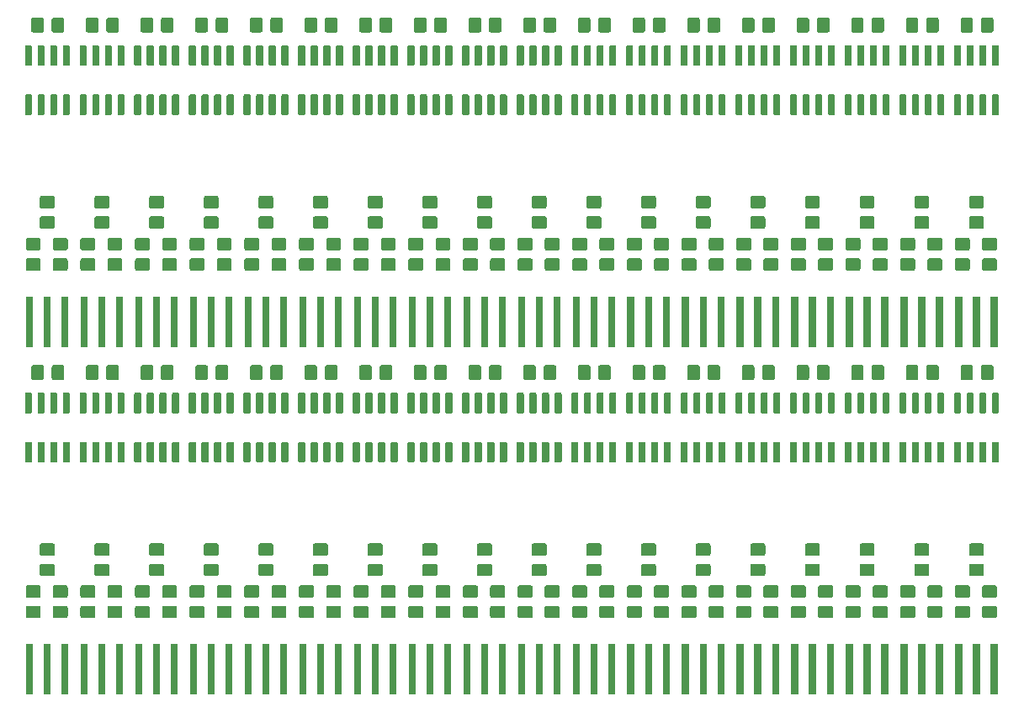
<source format=gbr>
G04 #@! TF.GenerationSoftware,KiCad,Pcbnew,5.1.5+dfsg1-2build2*
G04 #@! TF.CreationDate,2022-01-03T21:35:01-05:00*
G04 #@! TF.ProjectId,,58585858-5858-4585-9858-585858585858,rev?*
G04 #@! TF.SameCoordinates,Original*
G04 #@! TF.FileFunction,Soldermask,Top*
G04 #@! TF.FilePolarity,Negative*
%FSLAX46Y46*%
G04 Gerber Fmt 4.6, Leading zero omitted, Abs format (unit mm)*
G04 Created by KiCad (PCBNEW 5.1.5+dfsg1-2build2) date 2022-01-03 21:35:01*
%MOMM*%
%LPD*%
G04 APERTURE LIST*
%ADD10C,0.100000*%
G04 APERTURE END LIST*
D10*
G36*
X118917900Y-122132500D02*
G01*
X118215900Y-122132500D01*
X118215900Y-117030500D01*
X118917900Y-117030500D01*
X118917900Y-122132500D01*
G37*
G36*
X113417900Y-122132500D02*
G01*
X112715900Y-122132500D01*
X112715900Y-117030500D01*
X113417900Y-117030500D01*
X113417900Y-122132500D01*
G37*
G36*
X181201900Y-122132500D02*
G01*
X180499900Y-122132500D01*
X180499900Y-117030500D01*
X181201900Y-117030500D01*
X181201900Y-122132500D01*
G37*
G36*
X179417900Y-122132500D02*
G01*
X178715900Y-122132500D01*
X178715900Y-117030500D01*
X179417900Y-117030500D01*
X179417900Y-122132500D01*
G37*
G36*
X173917900Y-122132500D02*
G01*
X173215900Y-122132500D01*
X173215900Y-117030500D01*
X173917900Y-117030500D01*
X173917900Y-122132500D01*
G37*
G36*
X168417900Y-122132500D02*
G01*
X167715900Y-122132500D01*
X167715900Y-117030500D01*
X168417900Y-117030500D01*
X168417900Y-122132500D01*
G37*
G36*
X162917900Y-122132500D02*
G01*
X162215900Y-122132500D01*
X162215900Y-117030500D01*
X162917900Y-117030500D01*
X162917900Y-122132500D01*
G37*
G36*
X157417900Y-122132500D02*
G01*
X156715900Y-122132500D01*
X156715900Y-117030500D01*
X157417900Y-117030500D01*
X157417900Y-122132500D01*
G37*
G36*
X151917900Y-122132500D02*
G01*
X151215900Y-122132500D01*
X151215900Y-117030500D01*
X151917900Y-117030500D01*
X151917900Y-122132500D01*
G37*
G36*
X146417900Y-122132500D02*
G01*
X145715900Y-122132500D01*
X145715900Y-117030500D01*
X146417900Y-117030500D01*
X146417900Y-122132500D01*
G37*
G36*
X140917900Y-122132500D02*
G01*
X140215900Y-122132500D01*
X140215900Y-117030500D01*
X140917900Y-117030500D01*
X140917900Y-122132500D01*
G37*
G36*
X135417900Y-122132500D02*
G01*
X134715900Y-122132500D01*
X134715900Y-117030500D01*
X135417900Y-117030500D01*
X135417900Y-122132500D01*
G37*
G36*
X129917900Y-122132500D02*
G01*
X129215900Y-122132500D01*
X129215900Y-117030500D01*
X129917900Y-117030500D01*
X129917900Y-122132500D01*
G37*
G36*
X124417900Y-122132500D02*
G01*
X123715900Y-122132500D01*
X123715900Y-117030500D01*
X124417900Y-117030500D01*
X124417900Y-122132500D01*
G37*
G36*
X131701900Y-122132500D02*
G01*
X130999900Y-122132500D01*
X130999900Y-117030500D01*
X131701900Y-117030500D01*
X131701900Y-122132500D01*
G37*
G36*
X107917900Y-122132500D02*
G01*
X107215900Y-122132500D01*
X107215900Y-117030500D01*
X107917900Y-117030500D01*
X107917900Y-122132500D01*
G37*
G36*
X102417900Y-122132500D02*
G01*
X101715900Y-122132500D01*
X101715900Y-117030500D01*
X102417900Y-117030500D01*
X102417900Y-122132500D01*
G37*
G36*
X96917900Y-122132500D02*
G01*
X96215900Y-122132500D01*
X96215900Y-117030500D01*
X96917900Y-117030500D01*
X96917900Y-122132500D01*
G37*
G36*
X91417900Y-122132500D02*
G01*
X90715900Y-122132500D01*
X90715900Y-117030500D01*
X91417900Y-117030500D01*
X91417900Y-122132500D01*
G37*
G36*
X85917900Y-122132500D02*
G01*
X85215900Y-122132500D01*
X85215900Y-117030500D01*
X85917900Y-117030500D01*
X85917900Y-122132500D01*
G37*
G36*
X175701900Y-122132500D02*
G01*
X174999900Y-122132500D01*
X174999900Y-117030500D01*
X175701900Y-117030500D01*
X175701900Y-122132500D01*
G37*
G36*
X170201900Y-122132500D02*
G01*
X169499900Y-122132500D01*
X169499900Y-117030500D01*
X170201900Y-117030500D01*
X170201900Y-122132500D01*
G37*
G36*
X164701900Y-122132500D02*
G01*
X163999900Y-122132500D01*
X163999900Y-117030500D01*
X164701900Y-117030500D01*
X164701900Y-122132500D01*
G37*
G36*
X159201900Y-122132500D02*
G01*
X158499900Y-122132500D01*
X158499900Y-117030500D01*
X159201900Y-117030500D01*
X159201900Y-122132500D01*
G37*
G36*
X153701900Y-122132500D02*
G01*
X152999900Y-122132500D01*
X152999900Y-117030500D01*
X153701900Y-117030500D01*
X153701900Y-122132500D01*
G37*
G36*
X148201900Y-122132500D02*
G01*
X147499900Y-122132500D01*
X147499900Y-117030500D01*
X148201900Y-117030500D01*
X148201900Y-122132500D01*
G37*
G36*
X142701900Y-122132500D02*
G01*
X141999900Y-122132500D01*
X141999900Y-117030500D01*
X142701900Y-117030500D01*
X142701900Y-122132500D01*
G37*
G36*
X155632900Y-122132500D02*
G01*
X154930900Y-122132500D01*
X154930900Y-117030500D01*
X155632900Y-117030500D01*
X155632900Y-122132500D01*
G37*
G36*
X89632900Y-122132500D02*
G01*
X88930900Y-122132500D01*
X88930900Y-117030500D01*
X89632900Y-117030500D01*
X89632900Y-122132500D01*
G37*
G36*
X126201900Y-122132500D02*
G01*
X125499900Y-122132500D01*
X125499900Y-117030500D01*
X126201900Y-117030500D01*
X126201900Y-122132500D01*
G37*
G36*
X120701900Y-122132500D02*
G01*
X119999900Y-122132500D01*
X119999900Y-117030500D01*
X120701900Y-117030500D01*
X120701900Y-122132500D01*
G37*
G36*
X115201900Y-122132500D02*
G01*
X114499900Y-122132500D01*
X114499900Y-117030500D01*
X115201900Y-117030500D01*
X115201900Y-122132500D01*
G37*
G36*
X109701900Y-122132500D02*
G01*
X108999900Y-122132500D01*
X108999900Y-117030500D01*
X109701900Y-117030500D01*
X109701900Y-122132500D01*
G37*
G36*
X104201900Y-122132500D02*
G01*
X103499900Y-122132500D01*
X103499900Y-117030500D01*
X104201900Y-117030500D01*
X104201900Y-122132500D01*
G37*
G36*
X98701900Y-122132500D02*
G01*
X97999900Y-122132500D01*
X97999900Y-117030500D01*
X98701900Y-117030500D01*
X98701900Y-122132500D01*
G37*
G36*
X93201900Y-122132500D02*
G01*
X92499900Y-122132500D01*
X92499900Y-117030500D01*
X93201900Y-117030500D01*
X93201900Y-122132500D01*
G37*
G36*
X87701900Y-122132500D02*
G01*
X86999900Y-122132500D01*
X86999900Y-117030500D01*
X87701900Y-117030500D01*
X87701900Y-122132500D01*
G37*
G36*
X177632900Y-122132500D02*
G01*
X176930900Y-122132500D01*
X176930900Y-117030500D01*
X177632900Y-117030500D01*
X177632900Y-122132500D01*
G37*
G36*
X172132900Y-122132500D02*
G01*
X171430900Y-122132500D01*
X171430900Y-117030500D01*
X172132900Y-117030500D01*
X172132900Y-122132500D01*
G37*
G36*
X166632900Y-122132500D02*
G01*
X165930900Y-122132500D01*
X165930900Y-117030500D01*
X166632900Y-117030500D01*
X166632900Y-122132500D01*
G37*
G36*
X161132900Y-122132500D02*
G01*
X160430900Y-122132500D01*
X160430900Y-117030500D01*
X161132900Y-117030500D01*
X161132900Y-122132500D01*
G37*
G36*
X150132900Y-122132500D02*
G01*
X149430900Y-122132500D01*
X149430900Y-117030500D01*
X150132900Y-117030500D01*
X150132900Y-122132500D01*
G37*
G36*
X137201900Y-122132500D02*
G01*
X136499900Y-122132500D01*
X136499900Y-117030500D01*
X137201900Y-117030500D01*
X137201900Y-122132500D01*
G37*
G36*
X84132900Y-122132500D02*
G01*
X83430900Y-122132500D01*
X83430900Y-117030500D01*
X84132900Y-117030500D01*
X84132900Y-122132500D01*
G37*
G36*
X95132900Y-122132500D02*
G01*
X94430900Y-122132500D01*
X94430900Y-117030500D01*
X95132900Y-117030500D01*
X95132900Y-122132500D01*
G37*
G36*
X100632900Y-122132500D02*
G01*
X99930900Y-122132500D01*
X99930900Y-117030500D01*
X100632900Y-117030500D01*
X100632900Y-122132500D01*
G37*
G36*
X106132900Y-122132500D02*
G01*
X105430900Y-122132500D01*
X105430900Y-117030500D01*
X106132900Y-117030500D01*
X106132900Y-122132500D01*
G37*
G36*
X111632900Y-122132500D02*
G01*
X110930900Y-122132500D01*
X110930900Y-117030500D01*
X111632900Y-117030500D01*
X111632900Y-122132500D01*
G37*
G36*
X117132900Y-122132500D02*
G01*
X116430900Y-122132500D01*
X116430900Y-117030500D01*
X117132900Y-117030500D01*
X117132900Y-122132500D01*
G37*
G36*
X122632900Y-122132500D02*
G01*
X121930900Y-122132500D01*
X121930900Y-117030500D01*
X122632900Y-117030500D01*
X122632900Y-122132500D01*
G37*
G36*
X128132900Y-122132500D02*
G01*
X127430900Y-122132500D01*
X127430900Y-117030500D01*
X128132900Y-117030500D01*
X128132900Y-122132500D01*
G37*
G36*
X133632900Y-122132500D02*
G01*
X132930900Y-122132500D01*
X132930900Y-117030500D01*
X133632900Y-117030500D01*
X133632900Y-122132500D01*
G37*
G36*
X139132900Y-122132500D02*
G01*
X138430900Y-122132500D01*
X138430900Y-117030500D01*
X139132900Y-117030500D01*
X139132900Y-122132500D01*
G37*
G36*
X144632900Y-122132500D02*
G01*
X143930900Y-122132500D01*
X143930900Y-117030500D01*
X144632900Y-117030500D01*
X144632900Y-122132500D01*
G37*
G36*
X134238574Y-113184965D02*
G01*
X134276267Y-113196399D01*
X134311003Y-113214966D01*
X134341448Y-113239952D01*
X134366434Y-113270397D01*
X134385001Y-113305133D01*
X134396435Y-113342826D01*
X134400900Y-113388161D01*
X134400900Y-114224839D01*
X134396435Y-114270174D01*
X134385001Y-114307867D01*
X134366434Y-114342603D01*
X134341448Y-114373048D01*
X134311003Y-114398034D01*
X134276267Y-114416601D01*
X134238574Y-114428035D01*
X134193239Y-114432500D01*
X133106561Y-114432500D01*
X133061226Y-114428035D01*
X133023533Y-114416601D01*
X132988797Y-114398034D01*
X132958352Y-114373048D01*
X132933366Y-114342603D01*
X132914799Y-114307867D01*
X132903365Y-114270174D01*
X132898900Y-114224839D01*
X132898900Y-113388161D01*
X132903365Y-113342826D01*
X132914799Y-113305133D01*
X132933366Y-113270397D01*
X132958352Y-113239952D01*
X132988797Y-113214966D01*
X133023533Y-113196399D01*
X133061226Y-113184965D01*
X133106561Y-113180500D01*
X134193239Y-113180500D01*
X134238574Y-113184965D01*
G37*
G36*
X90238574Y-113184965D02*
G01*
X90276267Y-113196399D01*
X90311003Y-113214966D01*
X90341448Y-113239952D01*
X90366434Y-113270397D01*
X90385001Y-113305133D01*
X90396435Y-113342826D01*
X90400900Y-113388161D01*
X90400900Y-114224839D01*
X90396435Y-114270174D01*
X90385001Y-114307867D01*
X90366434Y-114342603D01*
X90341448Y-114373048D01*
X90311003Y-114398034D01*
X90276267Y-114416601D01*
X90238574Y-114428035D01*
X90193239Y-114432500D01*
X89106561Y-114432500D01*
X89061226Y-114428035D01*
X89023533Y-114416601D01*
X88988797Y-114398034D01*
X88958352Y-114373048D01*
X88933366Y-114342603D01*
X88914799Y-114307867D01*
X88903365Y-114270174D01*
X88898900Y-114224839D01*
X88898900Y-113388161D01*
X88903365Y-113342826D01*
X88914799Y-113305133D01*
X88933366Y-113270397D01*
X88958352Y-113239952D01*
X88988797Y-113214966D01*
X89023533Y-113196399D01*
X89061226Y-113184965D01*
X89106561Y-113180500D01*
X90193239Y-113180500D01*
X90238574Y-113184965D01*
G37*
G36*
X95738574Y-113184965D02*
G01*
X95776267Y-113196399D01*
X95811003Y-113214966D01*
X95841448Y-113239952D01*
X95866434Y-113270397D01*
X95885001Y-113305133D01*
X95896435Y-113342826D01*
X95900900Y-113388161D01*
X95900900Y-114224839D01*
X95896435Y-114270174D01*
X95885001Y-114307867D01*
X95866434Y-114342603D01*
X95841448Y-114373048D01*
X95811003Y-114398034D01*
X95776267Y-114416601D01*
X95738574Y-114428035D01*
X95693239Y-114432500D01*
X94606561Y-114432500D01*
X94561226Y-114428035D01*
X94523533Y-114416601D01*
X94488797Y-114398034D01*
X94458352Y-114373048D01*
X94433366Y-114342603D01*
X94414799Y-114307867D01*
X94403365Y-114270174D01*
X94398900Y-114224839D01*
X94398900Y-113388161D01*
X94403365Y-113342826D01*
X94414799Y-113305133D01*
X94433366Y-113270397D01*
X94458352Y-113239952D01*
X94488797Y-113214966D01*
X94523533Y-113196399D01*
X94561226Y-113184965D01*
X94606561Y-113180500D01*
X95693239Y-113180500D01*
X95738574Y-113184965D01*
G37*
G36*
X101238574Y-113184965D02*
G01*
X101276267Y-113196399D01*
X101311003Y-113214966D01*
X101341448Y-113239952D01*
X101366434Y-113270397D01*
X101385001Y-113305133D01*
X101396435Y-113342826D01*
X101400900Y-113388161D01*
X101400900Y-114224839D01*
X101396435Y-114270174D01*
X101385001Y-114307867D01*
X101366434Y-114342603D01*
X101341448Y-114373048D01*
X101311003Y-114398034D01*
X101276267Y-114416601D01*
X101238574Y-114428035D01*
X101193239Y-114432500D01*
X100106561Y-114432500D01*
X100061226Y-114428035D01*
X100023533Y-114416601D01*
X99988797Y-114398034D01*
X99958352Y-114373048D01*
X99933366Y-114342603D01*
X99914799Y-114307867D01*
X99903365Y-114270174D01*
X99898900Y-114224839D01*
X99898900Y-113388161D01*
X99903365Y-113342826D01*
X99914799Y-113305133D01*
X99933366Y-113270397D01*
X99958352Y-113239952D01*
X99988797Y-113214966D01*
X100023533Y-113196399D01*
X100061226Y-113184965D01*
X100106561Y-113180500D01*
X101193239Y-113180500D01*
X101238574Y-113184965D01*
G37*
G36*
X106738574Y-113184965D02*
G01*
X106776267Y-113196399D01*
X106811003Y-113214966D01*
X106841448Y-113239952D01*
X106866434Y-113270397D01*
X106885001Y-113305133D01*
X106896435Y-113342826D01*
X106900900Y-113388161D01*
X106900900Y-114224839D01*
X106896435Y-114270174D01*
X106885001Y-114307867D01*
X106866434Y-114342603D01*
X106841448Y-114373048D01*
X106811003Y-114398034D01*
X106776267Y-114416601D01*
X106738574Y-114428035D01*
X106693239Y-114432500D01*
X105606561Y-114432500D01*
X105561226Y-114428035D01*
X105523533Y-114416601D01*
X105488797Y-114398034D01*
X105458352Y-114373048D01*
X105433366Y-114342603D01*
X105414799Y-114307867D01*
X105403365Y-114270174D01*
X105398900Y-114224839D01*
X105398900Y-113388161D01*
X105403365Y-113342826D01*
X105414799Y-113305133D01*
X105433366Y-113270397D01*
X105458352Y-113239952D01*
X105488797Y-113214966D01*
X105523533Y-113196399D01*
X105561226Y-113184965D01*
X105606561Y-113180500D01*
X106693239Y-113180500D01*
X106738574Y-113184965D01*
G37*
G36*
X112238574Y-113184965D02*
G01*
X112276267Y-113196399D01*
X112311003Y-113214966D01*
X112341448Y-113239952D01*
X112366434Y-113270397D01*
X112385001Y-113305133D01*
X112396435Y-113342826D01*
X112400900Y-113388161D01*
X112400900Y-114224839D01*
X112396435Y-114270174D01*
X112385001Y-114307867D01*
X112366434Y-114342603D01*
X112341448Y-114373048D01*
X112311003Y-114398034D01*
X112276267Y-114416601D01*
X112238574Y-114428035D01*
X112193239Y-114432500D01*
X111106561Y-114432500D01*
X111061226Y-114428035D01*
X111023533Y-114416601D01*
X110988797Y-114398034D01*
X110958352Y-114373048D01*
X110933366Y-114342603D01*
X110914799Y-114307867D01*
X110903365Y-114270174D01*
X110898900Y-114224839D01*
X110898900Y-113388161D01*
X110903365Y-113342826D01*
X110914799Y-113305133D01*
X110933366Y-113270397D01*
X110958352Y-113239952D01*
X110988797Y-113214966D01*
X111023533Y-113196399D01*
X111061226Y-113184965D01*
X111106561Y-113180500D01*
X112193239Y-113180500D01*
X112238574Y-113184965D01*
G37*
G36*
X117738574Y-113184965D02*
G01*
X117776267Y-113196399D01*
X117811003Y-113214966D01*
X117841448Y-113239952D01*
X117866434Y-113270397D01*
X117885001Y-113305133D01*
X117896435Y-113342826D01*
X117900900Y-113388161D01*
X117900900Y-114224839D01*
X117896435Y-114270174D01*
X117885001Y-114307867D01*
X117866434Y-114342603D01*
X117841448Y-114373048D01*
X117811003Y-114398034D01*
X117776267Y-114416601D01*
X117738574Y-114428035D01*
X117693239Y-114432500D01*
X116606561Y-114432500D01*
X116561226Y-114428035D01*
X116523533Y-114416601D01*
X116488797Y-114398034D01*
X116458352Y-114373048D01*
X116433366Y-114342603D01*
X116414799Y-114307867D01*
X116403365Y-114270174D01*
X116398900Y-114224839D01*
X116398900Y-113388161D01*
X116403365Y-113342826D01*
X116414799Y-113305133D01*
X116433366Y-113270397D01*
X116458352Y-113239952D01*
X116488797Y-113214966D01*
X116523533Y-113196399D01*
X116561226Y-113184965D01*
X116606561Y-113180500D01*
X117693239Y-113180500D01*
X117738574Y-113184965D01*
G37*
G36*
X123238574Y-113184965D02*
G01*
X123276267Y-113196399D01*
X123311003Y-113214966D01*
X123341448Y-113239952D01*
X123366434Y-113270397D01*
X123385001Y-113305133D01*
X123396435Y-113342826D01*
X123400900Y-113388161D01*
X123400900Y-114224839D01*
X123396435Y-114270174D01*
X123385001Y-114307867D01*
X123366434Y-114342603D01*
X123341448Y-114373048D01*
X123311003Y-114398034D01*
X123276267Y-114416601D01*
X123238574Y-114428035D01*
X123193239Y-114432500D01*
X122106561Y-114432500D01*
X122061226Y-114428035D01*
X122023533Y-114416601D01*
X121988797Y-114398034D01*
X121958352Y-114373048D01*
X121933366Y-114342603D01*
X121914799Y-114307867D01*
X121903365Y-114270174D01*
X121898900Y-114224839D01*
X121898900Y-113388161D01*
X121903365Y-113342826D01*
X121914799Y-113305133D01*
X121933366Y-113270397D01*
X121958352Y-113239952D01*
X121988797Y-113214966D01*
X122023533Y-113196399D01*
X122061226Y-113184965D01*
X122106561Y-113180500D01*
X123193239Y-113180500D01*
X123238574Y-113184965D01*
G37*
G36*
X128738574Y-113184965D02*
G01*
X128776267Y-113196399D01*
X128811003Y-113214966D01*
X128841448Y-113239952D01*
X128866434Y-113270397D01*
X128885001Y-113305133D01*
X128896435Y-113342826D01*
X128900900Y-113388161D01*
X128900900Y-114224839D01*
X128896435Y-114270174D01*
X128885001Y-114307867D01*
X128866434Y-114342603D01*
X128841448Y-114373048D01*
X128811003Y-114398034D01*
X128776267Y-114416601D01*
X128738574Y-114428035D01*
X128693239Y-114432500D01*
X127606561Y-114432500D01*
X127561226Y-114428035D01*
X127523533Y-114416601D01*
X127488797Y-114398034D01*
X127458352Y-114373048D01*
X127433366Y-114342603D01*
X127414799Y-114307867D01*
X127403365Y-114270174D01*
X127398900Y-114224839D01*
X127398900Y-113388161D01*
X127403365Y-113342826D01*
X127414799Y-113305133D01*
X127433366Y-113270397D01*
X127458352Y-113239952D01*
X127488797Y-113214966D01*
X127523533Y-113196399D01*
X127561226Y-113184965D01*
X127606561Y-113180500D01*
X128693239Y-113180500D01*
X128738574Y-113184965D01*
G37*
G36*
X87469574Y-113184965D02*
G01*
X87507267Y-113196399D01*
X87542003Y-113214966D01*
X87572448Y-113239952D01*
X87597434Y-113270397D01*
X87616001Y-113305133D01*
X87627435Y-113342826D01*
X87631900Y-113388161D01*
X87631900Y-114224839D01*
X87627435Y-114270174D01*
X87616001Y-114307867D01*
X87597434Y-114342603D01*
X87572448Y-114373048D01*
X87542003Y-114398034D01*
X87507267Y-114416601D01*
X87469574Y-114428035D01*
X87424239Y-114432500D01*
X86337561Y-114432500D01*
X86292226Y-114428035D01*
X86254533Y-114416601D01*
X86219797Y-114398034D01*
X86189352Y-114373048D01*
X86164366Y-114342603D01*
X86145799Y-114307867D01*
X86134365Y-114270174D01*
X86129900Y-114224839D01*
X86129900Y-113388161D01*
X86134365Y-113342826D01*
X86145799Y-113305133D01*
X86164366Y-113270397D01*
X86189352Y-113239952D01*
X86219797Y-113214966D01*
X86254533Y-113196399D01*
X86292226Y-113184965D01*
X86337561Y-113180500D01*
X87424239Y-113180500D01*
X87469574Y-113184965D01*
G37*
G36*
X139738574Y-113184965D02*
G01*
X139776267Y-113196399D01*
X139811003Y-113214966D01*
X139841448Y-113239952D01*
X139866434Y-113270397D01*
X139885001Y-113305133D01*
X139896435Y-113342826D01*
X139900900Y-113388161D01*
X139900900Y-114224839D01*
X139896435Y-114270174D01*
X139885001Y-114307867D01*
X139866434Y-114342603D01*
X139841448Y-114373048D01*
X139811003Y-114398034D01*
X139776267Y-114416601D01*
X139738574Y-114428035D01*
X139693239Y-114432500D01*
X138606561Y-114432500D01*
X138561226Y-114428035D01*
X138523533Y-114416601D01*
X138488797Y-114398034D01*
X138458352Y-114373048D01*
X138433366Y-114342603D01*
X138414799Y-114307867D01*
X138403365Y-114270174D01*
X138398900Y-114224839D01*
X138398900Y-113388161D01*
X138403365Y-113342826D01*
X138414799Y-113305133D01*
X138433366Y-113270397D01*
X138458352Y-113239952D01*
X138488797Y-113214966D01*
X138523533Y-113196399D01*
X138561226Y-113184965D01*
X138606561Y-113180500D01*
X139693239Y-113180500D01*
X139738574Y-113184965D01*
G37*
G36*
X145238574Y-113184965D02*
G01*
X145276267Y-113196399D01*
X145311003Y-113214966D01*
X145341448Y-113239952D01*
X145366434Y-113270397D01*
X145385001Y-113305133D01*
X145396435Y-113342826D01*
X145400900Y-113388161D01*
X145400900Y-114224839D01*
X145396435Y-114270174D01*
X145385001Y-114307867D01*
X145366434Y-114342603D01*
X145341448Y-114373048D01*
X145311003Y-114398034D01*
X145276267Y-114416601D01*
X145238574Y-114428035D01*
X145193239Y-114432500D01*
X144106561Y-114432500D01*
X144061226Y-114428035D01*
X144023533Y-114416601D01*
X143988797Y-114398034D01*
X143958352Y-114373048D01*
X143933366Y-114342603D01*
X143914799Y-114307867D01*
X143903365Y-114270174D01*
X143898900Y-114224839D01*
X143898900Y-113388161D01*
X143903365Y-113342826D01*
X143914799Y-113305133D01*
X143933366Y-113270397D01*
X143958352Y-113239952D01*
X143988797Y-113214966D01*
X144023533Y-113196399D01*
X144061226Y-113184965D01*
X144106561Y-113180500D01*
X145193239Y-113180500D01*
X145238574Y-113184965D01*
G37*
G36*
X150738574Y-113184965D02*
G01*
X150776267Y-113196399D01*
X150811003Y-113214966D01*
X150841448Y-113239952D01*
X150866434Y-113270397D01*
X150885001Y-113305133D01*
X150896435Y-113342826D01*
X150900900Y-113388161D01*
X150900900Y-114224839D01*
X150896435Y-114270174D01*
X150885001Y-114307867D01*
X150866434Y-114342603D01*
X150841448Y-114373048D01*
X150811003Y-114398034D01*
X150776267Y-114416601D01*
X150738574Y-114428035D01*
X150693239Y-114432500D01*
X149606561Y-114432500D01*
X149561226Y-114428035D01*
X149523533Y-114416601D01*
X149488797Y-114398034D01*
X149458352Y-114373048D01*
X149433366Y-114342603D01*
X149414799Y-114307867D01*
X149403365Y-114270174D01*
X149398900Y-114224839D01*
X149398900Y-113388161D01*
X149403365Y-113342826D01*
X149414799Y-113305133D01*
X149433366Y-113270397D01*
X149458352Y-113239952D01*
X149488797Y-113214966D01*
X149523533Y-113196399D01*
X149561226Y-113184965D01*
X149606561Y-113180500D01*
X150693239Y-113180500D01*
X150738574Y-113184965D01*
G37*
G36*
X156238574Y-113184965D02*
G01*
X156276267Y-113196399D01*
X156311003Y-113214966D01*
X156341448Y-113239952D01*
X156366434Y-113270397D01*
X156385001Y-113305133D01*
X156396435Y-113342826D01*
X156400900Y-113388161D01*
X156400900Y-114224839D01*
X156396435Y-114270174D01*
X156385001Y-114307867D01*
X156366434Y-114342603D01*
X156341448Y-114373048D01*
X156311003Y-114398034D01*
X156276267Y-114416601D01*
X156238574Y-114428035D01*
X156193239Y-114432500D01*
X155106561Y-114432500D01*
X155061226Y-114428035D01*
X155023533Y-114416601D01*
X154988797Y-114398034D01*
X154958352Y-114373048D01*
X154933366Y-114342603D01*
X154914799Y-114307867D01*
X154903365Y-114270174D01*
X154898900Y-114224839D01*
X154898900Y-113388161D01*
X154903365Y-113342826D01*
X154914799Y-113305133D01*
X154933366Y-113270397D01*
X154958352Y-113239952D01*
X154988797Y-113214966D01*
X155023533Y-113196399D01*
X155061226Y-113184965D01*
X155106561Y-113180500D01*
X156193239Y-113180500D01*
X156238574Y-113184965D01*
G37*
G36*
X161738574Y-113184965D02*
G01*
X161776267Y-113196399D01*
X161811003Y-113214966D01*
X161841448Y-113239952D01*
X161866434Y-113270397D01*
X161885001Y-113305133D01*
X161896435Y-113342826D01*
X161900900Y-113388161D01*
X161900900Y-114224839D01*
X161896435Y-114270174D01*
X161885001Y-114307867D01*
X161866434Y-114342603D01*
X161841448Y-114373048D01*
X161811003Y-114398034D01*
X161776267Y-114416601D01*
X161738574Y-114428035D01*
X161693239Y-114432500D01*
X160606561Y-114432500D01*
X160561226Y-114428035D01*
X160523533Y-114416601D01*
X160488797Y-114398034D01*
X160458352Y-114373048D01*
X160433366Y-114342603D01*
X160414799Y-114307867D01*
X160403365Y-114270174D01*
X160398900Y-114224839D01*
X160398900Y-113388161D01*
X160403365Y-113342826D01*
X160414799Y-113305133D01*
X160433366Y-113270397D01*
X160458352Y-113239952D01*
X160488797Y-113214966D01*
X160523533Y-113196399D01*
X160561226Y-113184965D01*
X160606561Y-113180500D01*
X161693239Y-113180500D01*
X161738574Y-113184965D01*
G37*
G36*
X167238574Y-113184965D02*
G01*
X167276267Y-113196399D01*
X167311003Y-113214966D01*
X167341448Y-113239952D01*
X167366434Y-113270397D01*
X167385001Y-113305133D01*
X167396435Y-113342826D01*
X167400900Y-113388161D01*
X167400900Y-114224839D01*
X167396435Y-114270174D01*
X167385001Y-114307867D01*
X167366434Y-114342603D01*
X167341448Y-114373048D01*
X167311003Y-114398034D01*
X167276267Y-114416601D01*
X167238574Y-114428035D01*
X167193239Y-114432500D01*
X166106561Y-114432500D01*
X166061226Y-114428035D01*
X166023533Y-114416601D01*
X165988797Y-114398034D01*
X165958352Y-114373048D01*
X165933366Y-114342603D01*
X165914799Y-114307867D01*
X165903365Y-114270174D01*
X165898900Y-114224839D01*
X165898900Y-113388161D01*
X165903365Y-113342826D01*
X165914799Y-113305133D01*
X165933366Y-113270397D01*
X165958352Y-113239952D01*
X165988797Y-113214966D01*
X166023533Y-113196399D01*
X166061226Y-113184965D01*
X166106561Y-113180500D01*
X167193239Y-113180500D01*
X167238574Y-113184965D01*
G37*
G36*
X178238574Y-113184965D02*
G01*
X178276267Y-113196399D01*
X178311003Y-113214966D01*
X178341448Y-113239952D01*
X178366434Y-113270397D01*
X178385001Y-113305133D01*
X178396435Y-113342826D01*
X178400900Y-113388161D01*
X178400900Y-114224839D01*
X178396435Y-114270174D01*
X178385001Y-114307867D01*
X178366434Y-114342603D01*
X178341448Y-114373048D01*
X178311003Y-114398034D01*
X178276267Y-114416601D01*
X178238574Y-114428035D01*
X178193239Y-114432500D01*
X177106561Y-114432500D01*
X177061226Y-114428035D01*
X177023533Y-114416601D01*
X176988797Y-114398034D01*
X176958352Y-114373048D01*
X176933366Y-114342603D01*
X176914799Y-114307867D01*
X176903365Y-114270174D01*
X176898900Y-114224839D01*
X176898900Y-113388161D01*
X176903365Y-113342826D01*
X176914799Y-113305133D01*
X176933366Y-113270397D01*
X176958352Y-113239952D01*
X176988797Y-113214966D01*
X177023533Y-113196399D01*
X177061226Y-113184965D01*
X177106561Y-113180500D01*
X178193239Y-113180500D01*
X178238574Y-113184965D01*
G37*
G36*
X136969574Y-113184965D02*
G01*
X137007267Y-113196399D01*
X137042003Y-113214966D01*
X137072448Y-113239952D01*
X137097434Y-113270397D01*
X137116001Y-113305133D01*
X137127435Y-113342826D01*
X137131900Y-113388161D01*
X137131900Y-114224839D01*
X137127435Y-114270174D01*
X137116001Y-114307867D01*
X137097434Y-114342603D01*
X137072448Y-114373048D01*
X137042003Y-114398034D01*
X137007267Y-114416601D01*
X136969574Y-114428035D01*
X136924239Y-114432500D01*
X135837561Y-114432500D01*
X135792226Y-114428035D01*
X135754533Y-114416601D01*
X135719797Y-114398034D01*
X135689352Y-114373048D01*
X135664366Y-114342603D01*
X135645799Y-114307867D01*
X135634365Y-114270174D01*
X135629900Y-114224839D01*
X135629900Y-113388161D01*
X135634365Y-113342826D01*
X135645799Y-113305133D01*
X135664366Y-113270397D01*
X135689352Y-113239952D01*
X135719797Y-113214966D01*
X135754533Y-113196399D01*
X135792226Y-113184965D01*
X135837561Y-113180500D01*
X136924239Y-113180500D01*
X136969574Y-113184965D01*
G37*
G36*
X175469574Y-113184965D02*
G01*
X175507267Y-113196399D01*
X175542003Y-113214966D01*
X175572448Y-113239952D01*
X175597434Y-113270397D01*
X175616001Y-113305133D01*
X175627435Y-113342826D01*
X175631900Y-113388161D01*
X175631900Y-114224839D01*
X175627435Y-114270174D01*
X175616001Y-114307867D01*
X175597434Y-114342603D01*
X175572448Y-114373048D01*
X175542003Y-114398034D01*
X175507267Y-114416601D01*
X175469574Y-114428035D01*
X175424239Y-114432500D01*
X174337561Y-114432500D01*
X174292226Y-114428035D01*
X174254533Y-114416601D01*
X174219797Y-114398034D01*
X174189352Y-114373048D01*
X174164366Y-114342603D01*
X174145799Y-114307867D01*
X174134365Y-114270174D01*
X174129900Y-114224839D01*
X174129900Y-113388161D01*
X174134365Y-113342826D01*
X174145799Y-113305133D01*
X174164366Y-113270397D01*
X174189352Y-113239952D01*
X174219797Y-113214966D01*
X174254533Y-113196399D01*
X174292226Y-113184965D01*
X174337561Y-113180500D01*
X175424239Y-113180500D01*
X175469574Y-113184965D01*
G37*
G36*
X172738574Y-113184965D02*
G01*
X172776267Y-113196399D01*
X172811003Y-113214966D01*
X172841448Y-113239952D01*
X172866434Y-113270397D01*
X172885001Y-113305133D01*
X172896435Y-113342826D01*
X172900900Y-113388161D01*
X172900900Y-114224839D01*
X172896435Y-114270174D01*
X172885001Y-114307867D01*
X172866434Y-114342603D01*
X172841448Y-114373048D01*
X172811003Y-114398034D01*
X172776267Y-114416601D01*
X172738574Y-114428035D01*
X172693239Y-114432500D01*
X171606561Y-114432500D01*
X171561226Y-114428035D01*
X171523533Y-114416601D01*
X171488797Y-114398034D01*
X171458352Y-114373048D01*
X171433366Y-114342603D01*
X171414799Y-114307867D01*
X171403365Y-114270174D01*
X171398900Y-114224839D01*
X171398900Y-113388161D01*
X171403365Y-113342826D01*
X171414799Y-113305133D01*
X171433366Y-113270397D01*
X171458352Y-113239952D01*
X171488797Y-113214966D01*
X171523533Y-113196399D01*
X171561226Y-113184965D01*
X171606561Y-113180500D01*
X172693239Y-113180500D01*
X172738574Y-113184965D01*
G37*
G36*
X92969574Y-113184965D02*
G01*
X93007267Y-113196399D01*
X93042003Y-113214966D01*
X93072448Y-113239952D01*
X93097434Y-113270397D01*
X93116001Y-113305133D01*
X93127435Y-113342826D01*
X93131900Y-113388161D01*
X93131900Y-114224839D01*
X93127435Y-114270174D01*
X93116001Y-114307867D01*
X93097434Y-114342603D01*
X93072448Y-114373048D01*
X93042003Y-114398034D01*
X93007267Y-114416601D01*
X92969574Y-114428035D01*
X92924239Y-114432500D01*
X91837561Y-114432500D01*
X91792226Y-114428035D01*
X91754533Y-114416601D01*
X91719797Y-114398034D01*
X91689352Y-114373048D01*
X91664366Y-114342603D01*
X91645799Y-114307867D01*
X91634365Y-114270174D01*
X91629900Y-114224839D01*
X91629900Y-113388161D01*
X91634365Y-113342826D01*
X91645799Y-113305133D01*
X91664366Y-113270397D01*
X91689352Y-113239952D01*
X91719797Y-113214966D01*
X91754533Y-113196399D01*
X91792226Y-113184965D01*
X91837561Y-113180500D01*
X92924239Y-113180500D01*
X92969574Y-113184965D01*
G37*
G36*
X131469574Y-113184965D02*
G01*
X131507267Y-113196399D01*
X131542003Y-113214966D01*
X131572448Y-113239952D01*
X131597434Y-113270397D01*
X131616001Y-113305133D01*
X131627435Y-113342826D01*
X131631900Y-113388161D01*
X131631900Y-114224839D01*
X131627435Y-114270174D01*
X131616001Y-114307867D01*
X131597434Y-114342603D01*
X131572448Y-114373048D01*
X131542003Y-114398034D01*
X131507267Y-114416601D01*
X131469574Y-114428035D01*
X131424239Y-114432500D01*
X130337561Y-114432500D01*
X130292226Y-114428035D01*
X130254533Y-114416601D01*
X130219797Y-114398034D01*
X130189352Y-114373048D01*
X130164366Y-114342603D01*
X130145799Y-114307867D01*
X130134365Y-114270174D01*
X130129900Y-114224839D01*
X130129900Y-113388161D01*
X130134365Y-113342826D01*
X130145799Y-113305133D01*
X130164366Y-113270397D01*
X130189352Y-113239952D01*
X130219797Y-113214966D01*
X130254533Y-113196399D01*
X130292226Y-113184965D01*
X130337561Y-113180500D01*
X131424239Y-113180500D01*
X131469574Y-113184965D01*
G37*
G36*
X125969574Y-113184965D02*
G01*
X126007267Y-113196399D01*
X126042003Y-113214966D01*
X126072448Y-113239952D01*
X126097434Y-113270397D01*
X126116001Y-113305133D01*
X126127435Y-113342826D01*
X126131900Y-113388161D01*
X126131900Y-114224839D01*
X126127435Y-114270174D01*
X126116001Y-114307867D01*
X126097434Y-114342603D01*
X126072448Y-114373048D01*
X126042003Y-114398034D01*
X126007267Y-114416601D01*
X125969574Y-114428035D01*
X125924239Y-114432500D01*
X124837561Y-114432500D01*
X124792226Y-114428035D01*
X124754533Y-114416601D01*
X124719797Y-114398034D01*
X124689352Y-114373048D01*
X124664366Y-114342603D01*
X124645799Y-114307867D01*
X124634365Y-114270174D01*
X124629900Y-114224839D01*
X124629900Y-113388161D01*
X124634365Y-113342826D01*
X124645799Y-113305133D01*
X124664366Y-113270397D01*
X124689352Y-113239952D01*
X124719797Y-113214966D01*
X124754533Y-113196399D01*
X124792226Y-113184965D01*
X124837561Y-113180500D01*
X125924239Y-113180500D01*
X125969574Y-113184965D01*
G37*
G36*
X120469574Y-113184965D02*
G01*
X120507267Y-113196399D01*
X120542003Y-113214966D01*
X120572448Y-113239952D01*
X120597434Y-113270397D01*
X120616001Y-113305133D01*
X120627435Y-113342826D01*
X120631900Y-113388161D01*
X120631900Y-114224839D01*
X120627435Y-114270174D01*
X120616001Y-114307867D01*
X120597434Y-114342603D01*
X120572448Y-114373048D01*
X120542003Y-114398034D01*
X120507267Y-114416601D01*
X120469574Y-114428035D01*
X120424239Y-114432500D01*
X119337561Y-114432500D01*
X119292226Y-114428035D01*
X119254533Y-114416601D01*
X119219797Y-114398034D01*
X119189352Y-114373048D01*
X119164366Y-114342603D01*
X119145799Y-114307867D01*
X119134365Y-114270174D01*
X119129900Y-114224839D01*
X119129900Y-113388161D01*
X119134365Y-113342826D01*
X119145799Y-113305133D01*
X119164366Y-113270397D01*
X119189352Y-113239952D01*
X119219797Y-113214966D01*
X119254533Y-113196399D01*
X119292226Y-113184965D01*
X119337561Y-113180500D01*
X120424239Y-113180500D01*
X120469574Y-113184965D01*
G37*
G36*
X114969574Y-113184965D02*
G01*
X115007267Y-113196399D01*
X115042003Y-113214966D01*
X115072448Y-113239952D01*
X115097434Y-113270397D01*
X115116001Y-113305133D01*
X115127435Y-113342826D01*
X115131900Y-113388161D01*
X115131900Y-114224839D01*
X115127435Y-114270174D01*
X115116001Y-114307867D01*
X115097434Y-114342603D01*
X115072448Y-114373048D01*
X115042003Y-114398034D01*
X115007267Y-114416601D01*
X114969574Y-114428035D01*
X114924239Y-114432500D01*
X113837561Y-114432500D01*
X113792226Y-114428035D01*
X113754533Y-114416601D01*
X113719797Y-114398034D01*
X113689352Y-114373048D01*
X113664366Y-114342603D01*
X113645799Y-114307867D01*
X113634365Y-114270174D01*
X113629900Y-114224839D01*
X113629900Y-113388161D01*
X113634365Y-113342826D01*
X113645799Y-113305133D01*
X113664366Y-113270397D01*
X113689352Y-113239952D01*
X113719797Y-113214966D01*
X113754533Y-113196399D01*
X113792226Y-113184965D01*
X113837561Y-113180500D01*
X114924239Y-113180500D01*
X114969574Y-113184965D01*
G37*
G36*
X109469574Y-113184965D02*
G01*
X109507267Y-113196399D01*
X109542003Y-113214966D01*
X109572448Y-113239952D01*
X109597434Y-113270397D01*
X109616001Y-113305133D01*
X109627435Y-113342826D01*
X109631900Y-113388161D01*
X109631900Y-114224839D01*
X109627435Y-114270174D01*
X109616001Y-114307867D01*
X109597434Y-114342603D01*
X109572448Y-114373048D01*
X109542003Y-114398034D01*
X109507267Y-114416601D01*
X109469574Y-114428035D01*
X109424239Y-114432500D01*
X108337561Y-114432500D01*
X108292226Y-114428035D01*
X108254533Y-114416601D01*
X108219797Y-114398034D01*
X108189352Y-114373048D01*
X108164366Y-114342603D01*
X108145799Y-114307867D01*
X108134365Y-114270174D01*
X108129900Y-114224839D01*
X108129900Y-113388161D01*
X108134365Y-113342826D01*
X108145799Y-113305133D01*
X108164366Y-113270397D01*
X108189352Y-113239952D01*
X108219797Y-113214966D01*
X108254533Y-113196399D01*
X108292226Y-113184965D01*
X108337561Y-113180500D01*
X109424239Y-113180500D01*
X109469574Y-113184965D01*
G37*
G36*
X103969574Y-113184965D02*
G01*
X104007267Y-113196399D01*
X104042003Y-113214966D01*
X104072448Y-113239952D01*
X104097434Y-113270397D01*
X104116001Y-113305133D01*
X104127435Y-113342826D01*
X104131900Y-113388161D01*
X104131900Y-114224839D01*
X104127435Y-114270174D01*
X104116001Y-114307867D01*
X104097434Y-114342603D01*
X104072448Y-114373048D01*
X104042003Y-114398034D01*
X104007267Y-114416601D01*
X103969574Y-114428035D01*
X103924239Y-114432500D01*
X102837561Y-114432500D01*
X102792226Y-114428035D01*
X102754533Y-114416601D01*
X102719797Y-114398034D01*
X102689352Y-114373048D01*
X102664366Y-114342603D01*
X102645799Y-114307867D01*
X102634365Y-114270174D01*
X102629900Y-114224839D01*
X102629900Y-113388161D01*
X102634365Y-113342826D01*
X102645799Y-113305133D01*
X102664366Y-113270397D01*
X102689352Y-113239952D01*
X102719797Y-113214966D01*
X102754533Y-113196399D01*
X102792226Y-113184965D01*
X102837561Y-113180500D01*
X103924239Y-113180500D01*
X103969574Y-113184965D01*
G37*
G36*
X98469574Y-113184965D02*
G01*
X98507267Y-113196399D01*
X98542003Y-113214966D01*
X98572448Y-113239952D01*
X98597434Y-113270397D01*
X98616001Y-113305133D01*
X98627435Y-113342826D01*
X98631900Y-113388161D01*
X98631900Y-114224839D01*
X98627435Y-114270174D01*
X98616001Y-114307867D01*
X98597434Y-114342603D01*
X98572448Y-114373048D01*
X98542003Y-114398034D01*
X98507267Y-114416601D01*
X98469574Y-114428035D01*
X98424239Y-114432500D01*
X97337561Y-114432500D01*
X97292226Y-114428035D01*
X97254533Y-114416601D01*
X97219797Y-114398034D01*
X97189352Y-114373048D01*
X97164366Y-114342603D01*
X97145799Y-114307867D01*
X97134365Y-114270174D01*
X97129900Y-114224839D01*
X97129900Y-113388161D01*
X97134365Y-113342826D01*
X97145799Y-113305133D01*
X97164366Y-113270397D01*
X97189352Y-113239952D01*
X97219797Y-113214966D01*
X97254533Y-113196399D01*
X97292226Y-113184965D01*
X97337561Y-113180500D01*
X98424239Y-113180500D01*
X98469574Y-113184965D01*
G37*
G36*
X142469574Y-113184965D02*
G01*
X142507267Y-113196399D01*
X142542003Y-113214966D01*
X142572448Y-113239952D01*
X142597434Y-113270397D01*
X142616001Y-113305133D01*
X142627435Y-113342826D01*
X142631900Y-113388161D01*
X142631900Y-114224839D01*
X142627435Y-114270174D01*
X142616001Y-114307867D01*
X142597434Y-114342603D01*
X142572448Y-114373048D01*
X142542003Y-114398034D01*
X142507267Y-114416601D01*
X142469574Y-114428035D01*
X142424239Y-114432500D01*
X141337561Y-114432500D01*
X141292226Y-114428035D01*
X141254533Y-114416601D01*
X141219797Y-114398034D01*
X141189352Y-114373048D01*
X141164366Y-114342603D01*
X141145799Y-114307867D01*
X141134365Y-114270174D01*
X141129900Y-114224839D01*
X141129900Y-113388161D01*
X141134365Y-113342826D01*
X141145799Y-113305133D01*
X141164366Y-113270397D01*
X141189352Y-113239952D01*
X141219797Y-113214966D01*
X141254533Y-113196399D01*
X141292226Y-113184965D01*
X141337561Y-113180500D01*
X142424239Y-113180500D01*
X142469574Y-113184965D01*
G37*
G36*
X147969574Y-113184965D02*
G01*
X148007267Y-113196399D01*
X148042003Y-113214966D01*
X148072448Y-113239952D01*
X148097434Y-113270397D01*
X148116001Y-113305133D01*
X148127435Y-113342826D01*
X148131900Y-113388161D01*
X148131900Y-114224839D01*
X148127435Y-114270174D01*
X148116001Y-114307867D01*
X148097434Y-114342603D01*
X148072448Y-114373048D01*
X148042003Y-114398034D01*
X148007267Y-114416601D01*
X147969574Y-114428035D01*
X147924239Y-114432500D01*
X146837561Y-114432500D01*
X146792226Y-114428035D01*
X146754533Y-114416601D01*
X146719797Y-114398034D01*
X146689352Y-114373048D01*
X146664366Y-114342603D01*
X146645799Y-114307867D01*
X146634365Y-114270174D01*
X146629900Y-114224839D01*
X146629900Y-113388161D01*
X146634365Y-113342826D01*
X146645799Y-113305133D01*
X146664366Y-113270397D01*
X146689352Y-113239952D01*
X146719797Y-113214966D01*
X146754533Y-113196399D01*
X146792226Y-113184965D01*
X146837561Y-113180500D01*
X147924239Y-113180500D01*
X147969574Y-113184965D01*
G37*
G36*
X84738574Y-113184965D02*
G01*
X84776267Y-113196399D01*
X84811003Y-113214966D01*
X84841448Y-113239952D01*
X84866434Y-113270397D01*
X84885001Y-113305133D01*
X84896435Y-113342826D01*
X84900900Y-113388161D01*
X84900900Y-114224839D01*
X84896435Y-114270174D01*
X84885001Y-114307867D01*
X84866434Y-114342603D01*
X84841448Y-114373048D01*
X84811003Y-114398034D01*
X84776267Y-114416601D01*
X84738574Y-114428035D01*
X84693239Y-114432500D01*
X83606561Y-114432500D01*
X83561226Y-114428035D01*
X83523533Y-114416601D01*
X83488797Y-114398034D01*
X83458352Y-114373048D01*
X83433366Y-114342603D01*
X83414799Y-114307867D01*
X83403365Y-114270174D01*
X83398900Y-114224839D01*
X83398900Y-113388161D01*
X83403365Y-113342826D01*
X83414799Y-113305133D01*
X83433366Y-113270397D01*
X83458352Y-113239952D01*
X83488797Y-113214966D01*
X83523533Y-113196399D01*
X83561226Y-113184965D01*
X83606561Y-113180500D01*
X84693239Y-113180500D01*
X84738574Y-113184965D01*
G37*
G36*
X153469574Y-113184965D02*
G01*
X153507267Y-113196399D01*
X153542003Y-113214966D01*
X153572448Y-113239952D01*
X153597434Y-113270397D01*
X153616001Y-113305133D01*
X153627435Y-113342826D01*
X153631900Y-113388161D01*
X153631900Y-114224839D01*
X153627435Y-114270174D01*
X153616001Y-114307867D01*
X153597434Y-114342603D01*
X153572448Y-114373048D01*
X153542003Y-114398034D01*
X153507267Y-114416601D01*
X153469574Y-114428035D01*
X153424239Y-114432500D01*
X152337561Y-114432500D01*
X152292226Y-114428035D01*
X152254533Y-114416601D01*
X152219797Y-114398034D01*
X152189352Y-114373048D01*
X152164366Y-114342603D01*
X152145799Y-114307867D01*
X152134365Y-114270174D01*
X152129900Y-114224839D01*
X152129900Y-113388161D01*
X152134365Y-113342826D01*
X152145799Y-113305133D01*
X152164366Y-113270397D01*
X152189352Y-113239952D01*
X152219797Y-113214966D01*
X152254533Y-113196399D01*
X152292226Y-113184965D01*
X152337561Y-113180500D01*
X153424239Y-113180500D01*
X153469574Y-113184965D01*
G37*
G36*
X158969574Y-113184965D02*
G01*
X159007267Y-113196399D01*
X159042003Y-113214966D01*
X159072448Y-113239952D01*
X159097434Y-113270397D01*
X159116001Y-113305133D01*
X159127435Y-113342826D01*
X159131900Y-113388161D01*
X159131900Y-114224839D01*
X159127435Y-114270174D01*
X159116001Y-114307867D01*
X159097434Y-114342603D01*
X159072448Y-114373048D01*
X159042003Y-114398034D01*
X159007267Y-114416601D01*
X158969574Y-114428035D01*
X158924239Y-114432500D01*
X157837561Y-114432500D01*
X157792226Y-114428035D01*
X157754533Y-114416601D01*
X157719797Y-114398034D01*
X157689352Y-114373048D01*
X157664366Y-114342603D01*
X157645799Y-114307867D01*
X157634365Y-114270174D01*
X157629900Y-114224839D01*
X157629900Y-113388161D01*
X157634365Y-113342826D01*
X157645799Y-113305133D01*
X157664366Y-113270397D01*
X157689352Y-113239952D01*
X157719797Y-113214966D01*
X157754533Y-113196399D01*
X157792226Y-113184965D01*
X157837561Y-113180500D01*
X158924239Y-113180500D01*
X158969574Y-113184965D01*
G37*
G36*
X164469574Y-113184965D02*
G01*
X164507267Y-113196399D01*
X164542003Y-113214966D01*
X164572448Y-113239952D01*
X164597434Y-113270397D01*
X164616001Y-113305133D01*
X164627435Y-113342826D01*
X164631900Y-113388161D01*
X164631900Y-114224839D01*
X164627435Y-114270174D01*
X164616001Y-114307867D01*
X164597434Y-114342603D01*
X164572448Y-114373048D01*
X164542003Y-114398034D01*
X164507267Y-114416601D01*
X164469574Y-114428035D01*
X164424239Y-114432500D01*
X163337561Y-114432500D01*
X163292226Y-114428035D01*
X163254533Y-114416601D01*
X163219797Y-114398034D01*
X163189352Y-114373048D01*
X163164366Y-114342603D01*
X163145799Y-114307867D01*
X163134365Y-114270174D01*
X163129900Y-114224839D01*
X163129900Y-113388161D01*
X163134365Y-113342826D01*
X163145799Y-113305133D01*
X163164366Y-113270397D01*
X163189352Y-113239952D01*
X163219797Y-113214966D01*
X163254533Y-113196399D01*
X163292226Y-113184965D01*
X163337561Y-113180500D01*
X164424239Y-113180500D01*
X164469574Y-113184965D01*
G37*
G36*
X169969574Y-113184965D02*
G01*
X170007267Y-113196399D01*
X170042003Y-113214966D01*
X170072448Y-113239952D01*
X170097434Y-113270397D01*
X170116001Y-113305133D01*
X170127435Y-113342826D01*
X170131900Y-113388161D01*
X170131900Y-114224839D01*
X170127435Y-114270174D01*
X170116001Y-114307867D01*
X170097434Y-114342603D01*
X170072448Y-114373048D01*
X170042003Y-114398034D01*
X170007267Y-114416601D01*
X169969574Y-114428035D01*
X169924239Y-114432500D01*
X168837561Y-114432500D01*
X168792226Y-114428035D01*
X168754533Y-114416601D01*
X168719797Y-114398034D01*
X168689352Y-114373048D01*
X168664366Y-114342603D01*
X168645799Y-114307867D01*
X168634365Y-114270174D01*
X168629900Y-114224839D01*
X168629900Y-113388161D01*
X168634365Y-113342826D01*
X168645799Y-113305133D01*
X168664366Y-113270397D01*
X168689352Y-113239952D01*
X168719797Y-113214966D01*
X168754533Y-113196399D01*
X168792226Y-113184965D01*
X168837561Y-113180500D01*
X169924239Y-113180500D01*
X169969574Y-113184965D01*
G37*
G36*
X180969574Y-113184965D02*
G01*
X181007267Y-113196399D01*
X181042003Y-113214966D01*
X181072448Y-113239952D01*
X181097434Y-113270397D01*
X181116001Y-113305133D01*
X181127435Y-113342826D01*
X181131900Y-113388161D01*
X181131900Y-114224839D01*
X181127435Y-114270174D01*
X181116001Y-114307867D01*
X181097434Y-114342603D01*
X181072448Y-114373048D01*
X181042003Y-114398034D01*
X181007267Y-114416601D01*
X180969574Y-114428035D01*
X180924239Y-114432500D01*
X179837561Y-114432500D01*
X179792226Y-114428035D01*
X179754533Y-114416601D01*
X179719797Y-114398034D01*
X179689352Y-114373048D01*
X179664366Y-114342603D01*
X179645799Y-114307867D01*
X179634365Y-114270174D01*
X179629900Y-114224839D01*
X179629900Y-113388161D01*
X179634365Y-113342826D01*
X179645799Y-113305133D01*
X179664366Y-113270397D01*
X179689352Y-113239952D01*
X179719797Y-113214966D01*
X179754533Y-113196399D01*
X179792226Y-113184965D01*
X179837561Y-113180500D01*
X180924239Y-113180500D01*
X180969574Y-113184965D01*
G37*
G36*
X106738574Y-111134965D02*
G01*
X106776267Y-111146399D01*
X106811003Y-111164966D01*
X106841448Y-111189952D01*
X106866434Y-111220397D01*
X106885001Y-111255133D01*
X106896435Y-111292826D01*
X106900900Y-111338161D01*
X106900900Y-112174839D01*
X106896435Y-112220174D01*
X106885001Y-112257867D01*
X106866434Y-112292603D01*
X106841448Y-112323048D01*
X106811003Y-112348034D01*
X106776267Y-112366601D01*
X106738574Y-112378035D01*
X106693239Y-112382500D01*
X105606561Y-112382500D01*
X105561226Y-112378035D01*
X105523533Y-112366601D01*
X105488797Y-112348034D01*
X105458352Y-112323048D01*
X105433366Y-112292603D01*
X105414799Y-112257867D01*
X105403365Y-112220174D01*
X105398900Y-112174839D01*
X105398900Y-111338161D01*
X105403365Y-111292826D01*
X105414799Y-111255133D01*
X105433366Y-111220397D01*
X105458352Y-111189952D01*
X105488797Y-111164966D01*
X105523533Y-111146399D01*
X105561226Y-111134965D01*
X105606561Y-111130500D01*
X106693239Y-111130500D01*
X106738574Y-111134965D01*
G37*
G36*
X123238574Y-111134965D02*
G01*
X123276267Y-111146399D01*
X123311003Y-111164966D01*
X123341448Y-111189952D01*
X123366434Y-111220397D01*
X123385001Y-111255133D01*
X123396435Y-111292826D01*
X123400900Y-111338161D01*
X123400900Y-112174839D01*
X123396435Y-112220174D01*
X123385001Y-112257867D01*
X123366434Y-112292603D01*
X123341448Y-112323048D01*
X123311003Y-112348034D01*
X123276267Y-112366601D01*
X123238574Y-112378035D01*
X123193239Y-112382500D01*
X122106561Y-112382500D01*
X122061226Y-112378035D01*
X122023533Y-112366601D01*
X121988797Y-112348034D01*
X121958352Y-112323048D01*
X121933366Y-112292603D01*
X121914799Y-112257867D01*
X121903365Y-112220174D01*
X121898900Y-112174839D01*
X121898900Y-111338161D01*
X121903365Y-111292826D01*
X121914799Y-111255133D01*
X121933366Y-111220397D01*
X121958352Y-111189952D01*
X121988797Y-111164966D01*
X122023533Y-111146399D01*
X122061226Y-111134965D01*
X122106561Y-111130500D01*
X123193239Y-111130500D01*
X123238574Y-111134965D01*
G37*
G36*
X139738574Y-111134965D02*
G01*
X139776267Y-111146399D01*
X139811003Y-111164966D01*
X139841448Y-111189952D01*
X139866434Y-111220397D01*
X139885001Y-111255133D01*
X139896435Y-111292826D01*
X139900900Y-111338161D01*
X139900900Y-112174839D01*
X139896435Y-112220174D01*
X139885001Y-112257867D01*
X139866434Y-112292603D01*
X139841448Y-112323048D01*
X139811003Y-112348034D01*
X139776267Y-112366601D01*
X139738574Y-112378035D01*
X139693239Y-112382500D01*
X138606561Y-112382500D01*
X138561226Y-112378035D01*
X138523533Y-112366601D01*
X138488797Y-112348034D01*
X138458352Y-112323048D01*
X138433366Y-112292603D01*
X138414799Y-112257867D01*
X138403365Y-112220174D01*
X138398900Y-112174839D01*
X138398900Y-111338161D01*
X138403365Y-111292826D01*
X138414799Y-111255133D01*
X138433366Y-111220397D01*
X138458352Y-111189952D01*
X138488797Y-111164966D01*
X138523533Y-111146399D01*
X138561226Y-111134965D01*
X138606561Y-111130500D01*
X139693239Y-111130500D01*
X139738574Y-111134965D01*
G37*
G36*
X92969574Y-111134965D02*
G01*
X93007267Y-111146399D01*
X93042003Y-111164966D01*
X93072448Y-111189952D01*
X93097434Y-111220397D01*
X93116001Y-111255133D01*
X93127435Y-111292826D01*
X93131900Y-111338161D01*
X93131900Y-112174839D01*
X93127435Y-112220174D01*
X93116001Y-112257867D01*
X93097434Y-112292603D01*
X93072448Y-112323048D01*
X93042003Y-112348034D01*
X93007267Y-112366601D01*
X92969574Y-112378035D01*
X92924239Y-112382500D01*
X91837561Y-112382500D01*
X91792226Y-112378035D01*
X91754533Y-112366601D01*
X91719797Y-112348034D01*
X91689352Y-112323048D01*
X91664366Y-112292603D01*
X91645799Y-112257867D01*
X91634365Y-112220174D01*
X91629900Y-112174839D01*
X91629900Y-111338161D01*
X91634365Y-111292826D01*
X91645799Y-111255133D01*
X91664366Y-111220397D01*
X91689352Y-111189952D01*
X91719797Y-111164966D01*
X91754533Y-111146399D01*
X91792226Y-111134965D01*
X91837561Y-111130500D01*
X92924239Y-111130500D01*
X92969574Y-111134965D01*
G37*
G36*
X128738574Y-111134965D02*
G01*
X128776267Y-111146399D01*
X128811003Y-111164966D01*
X128841448Y-111189952D01*
X128866434Y-111220397D01*
X128885001Y-111255133D01*
X128896435Y-111292826D01*
X128900900Y-111338161D01*
X128900900Y-112174839D01*
X128896435Y-112220174D01*
X128885001Y-112257867D01*
X128866434Y-112292603D01*
X128841448Y-112323048D01*
X128811003Y-112348034D01*
X128776267Y-112366601D01*
X128738574Y-112378035D01*
X128693239Y-112382500D01*
X127606561Y-112382500D01*
X127561226Y-112378035D01*
X127523533Y-112366601D01*
X127488797Y-112348034D01*
X127458352Y-112323048D01*
X127433366Y-112292603D01*
X127414799Y-112257867D01*
X127403365Y-112220174D01*
X127398900Y-112174839D01*
X127398900Y-111338161D01*
X127403365Y-111292826D01*
X127414799Y-111255133D01*
X127433366Y-111220397D01*
X127458352Y-111189952D01*
X127488797Y-111164966D01*
X127523533Y-111146399D01*
X127561226Y-111134965D01*
X127606561Y-111130500D01*
X128693239Y-111130500D01*
X128738574Y-111134965D01*
G37*
G36*
X87469574Y-111134965D02*
G01*
X87507267Y-111146399D01*
X87542003Y-111164966D01*
X87572448Y-111189952D01*
X87597434Y-111220397D01*
X87616001Y-111255133D01*
X87627435Y-111292826D01*
X87631900Y-111338161D01*
X87631900Y-112174839D01*
X87627435Y-112220174D01*
X87616001Y-112257867D01*
X87597434Y-112292603D01*
X87572448Y-112323048D01*
X87542003Y-112348034D01*
X87507267Y-112366601D01*
X87469574Y-112378035D01*
X87424239Y-112382500D01*
X86337561Y-112382500D01*
X86292226Y-112378035D01*
X86254533Y-112366601D01*
X86219797Y-112348034D01*
X86189352Y-112323048D01*
X86164366Y-112292603D01*
X86145799Y-112257867D01*
X86134365Y-112220174D01*
X86129900Y-112174839D01*
X86129900Y-111338161D01*
X86134365Y-111292826D01*
X86145799Y-111255133D01*
X86164366Y-111220397D01*
X86189352Y-111189952D01*
X86219797Y-111164966D01*
X86254533Y-111146399D01*
X86292226Y-111134965D01*
X86337561Y-111130500D01*
X87424239Y-111130500D01*
X87469574Y-111134965D01*
G37*
G36*
X172738574Y-111134965D02*
G01*
X172776267Y-111146399D01*
X172811003Y-111164966D01*
X172841448Y-111189952D01*
X172866434Y-111220397D01*
X172885001Y-111255133D01*
X172896435Y-111292826D01*
X172900900Y-111338161D01*
X172900900Y-112174839D01*
X172896435Y-112220174D01*
X172885001Y-112257867D01*
X172866434Y-112292603D01*
X172841448Y-112323048D01*
X172811003Y-112348034D01*
X172776267Y-112366601D01*
X172738574Y-112378035D01*
X172693239Y-112382500D01*
X171606561Y-112382500D01*
X171561226Y-112378035D01*
X171523533Y-112366601D01*
X171488797Y-112348034D01*
X171458352Y-112323048D01*
X171433366Y-112292603D01*
X171414799Y-112257867D01*
X171403365Y-112220174D01*
X171398900Y-112174839D01*
X171398900Y-111338161D01*
X171403365Y-111292826D01*
X171414799Y-111255133D01*
X171433366Y-111220397D01*
X171458352Y-111189952D01*
X171488797Y-111164966D01*
X171523533Y-111146399D01*
X171561226Y-111134965D01*
X171606561Y-111130500D01*
X172693239Y-111130500D01*
X172738574Y-111134965D01*
G37*
G36*
X134238574Y-111134965D02*
G01*
X134276267Y-111146399D01*
X134311003Y-111164966D01*
X134341448Y-111189952D01*
X134366434Y-111220397D01*
X134385001Y-111255133D01*
X134396435Y-111292826D01*
X134400900Y-111338161D01*
X134400900Y-112174839D01*
X134396435Y-112220174D01*
X134385001Y-112257867D01*
X134366434Y-112292603D01*
X134341448Y-112323048D01*
X134311003Y-112348034D01*
X134276267Y-112366601D01*
X134238574Y-112378035D01*
X134193239Y-112382500D01*
X133106561Y-112382500D01*
X133061226Y-112378035D01*
X133023533Y-112366601D01*
X132988797Y-112348034D01*
X132958352Y-112323048D01*
X132933366Y-112292603D01*
X132914799Y-112257867D01*
X132903365Y-112220174D01*
X132898900Y-112174839D01*
X132898900Y-111338161D01*
X132903365Y-111292826D01*
X132914799Y-111255133D01*
X132933366Y-111220397D01*
X132958352Y-111189952D01*
X132988797Y-111164966D01*
X133023533Y-111146399D01*
X133061226Y-111134965D01*
X133106561Y-111130500D01*
X134193239Y-111130500D01*
X134238574Y-111134965D01*
G37*
G36*
X178238574Y-111134965D02*
G01*
X178276267Y-111146399D01*
X178311003Y-111164966D01*
X178341448Y-111189952D01*
X178366434Y-111220397D01*
X178385001Y-111255133D01*
X178396435Y-111292826D01*
X178400900Y-111338161D01*
X178400900Y-112174839D01*
X178396435Y-112220174D01*
X178385001Y-112257867D01*
X178366434Y-112292603D01*
X178341448Y-112323048D01*
X178311003Y-112348034D01*
X178276267Y-112366601D01*
X178238574Y-112378035D01*
X178193239Y-112382500D01*
X177106561Y-112382500D01*
X177061226Y-112378035D01*
X177023533Y-112366601D01*
X176988797Y-112348034D01*
X176958352Y-112323048D01*
X176933366Y-112292603D01*
X176914799Y-112257867D01*
X176903365Y-112220174D01*
X176898900Y-112174839D01*
X176898900Y-111338161D01*
X176903365Y-111292826D01*
X176914799Y-111255133D01*
X176933366Y-111220397D01*
X176958352Y-111189952D01*
X176988797Y-111164966D01*
X177023533Y-111146399D01*
X177061226Y-111134965D01*
X177106561Y-111130500D01*
X178193239Y-111130500D01*
X178238574Y-111134965D01*
G37*
G36*
X167238574Y-111134965D02*
G01*
X167276267Y-111146399D01*
X167311003Y-111164966D01*
X167341448Y-111189952D01*
X167366434Y-111220397D01*
X167385001Y-111255133D01*
X167396435Y-111292826D01*
X167400900Y-111338161D01*
X167400900Y-112174839D01*
X167396435Y-112220174D01*
X167385001Y-112257867D01*
X167366434Y-112292603D01*
X167341448Y-112323048D01*
X167311003Y-112348034D01*
X167276267Y-112366601D01*
X167238574Y-112378035D01*
X167193239Y-112382500D01*
X166106561Y-112382500D01*
X166061226Y-112378035D01*
X166023533Y-112366601D01*
X165988797Y-112348034D01*
X165958352Y-112323048D01*
X165933366Y-112292603D01*
X165914799Y-112257867D01*
X165903365Y-112220174D01*
X165898900Y-112174839D01*
X165898900Y-111338161D01*
X165903365Y-111292826D01*
X165914799Y-111255133D01*
X165933366Y-111220397D01*
X165958352Y-111189952D01*
X165988797Y-111164966D01*
X166023533Y-111146399D01*
X166061226Y-111134965D01*
X166106561Y-111130500D01*
X167193239Y-111130500D01*
X167238574Y-111134965D01*
G37*
G36*
X109469574Y-111134965D02*
G01*
X109507267Y-111146399D01*
X109542003Y-111164966D01*
X109572448Y-111189952D01*
X109597434Y-111220397D01*
X109616001Y-111255133D01*
X109627435Y-111292826D01*
X109631900Y-111338161D01*
X109631900Y-112174839D01*
X109627435Y-112220174D01*
X109616001Y-112257867D01*
X109597434Y-112292603D01*
X109572448Y-112323048D01*
X109542003Y-112348034D01*
X109507267Y-112366601D01*
X109469574Y-112378035D01*
X109424239Y-112382500D01*
X108337561Y-112382500D01*
X108292226Y-112378035D01*
X108254533Y-112366601D01*
X108219797Y-112348034D01*
X108189352Y-112323048D01*
X108164366Y-112292603D01*
X108145799Y-112257867D01*
X108134365Y-112220174D01*
X108129900Y-112174839D01*
X108129900Y-111338161D01*
X108134365Y-111292826D01*
X108145799Y-111255133D01*
X108164366Y-111220397D01*
X108189352Y-111189952D01*
X108219797Y-111164966D01*
X108254533Y-111146399D01*
X108292226Y-111134965D01*
X108337561Y-111130500D01*
X109424239Y-111130500D01*
X109469574Y-111134965D01*
G37*
G36*
X117738574Y-111134965D02*
G01*
X117776267Y-111146399D01*
X117811003Y-111164966D01*
X117841448Y-111189952D01*
X117866434Y-111220397D01*
X117885001Y-111255133D01*
X117896435Y-111292826D01*
X117900900Y-111338161D01*
X117900900Y-112174839D01*
X117896435Y-112220174D01*
X117885001Y-112257867D01*
X117866434Y-112292603D01*
X117841448Y-112323048D01*
X117811003Y-112348034D01*
X117776267Y-112366601D01*
X117738574Y-112378035D01*
X117693239Y-112382500D01*
X116606561Y-112382500D01*
X116561226Y-112378035D01*
X116523533Y-112366601D01*
X116488797Y-112348034D01*
X116458352Y-112323048D01*
X116433366Y-112292603D01*
X116414799Y-112257867D01*
X116403365Y-112220174D01*
X116398900Y-112174839D01*
X116398900Y-111338161D01*
X116403365Y-111292826D01*
X116414799Y-111255133D01*
X116433366Y-111220397D01*
X116458352Y-111189952D01*
X116488797Y-111164966D01*
X116523533Y-111146399D01*
X116561226Y-111134965D01*
X116606561Y-111130500D01*
X117693239Y-111130500D01*
X117738574Y-111134965D01*
G37*
G36*
X114969574Y-111134965D02*
G01*
X115007267Y-111146399D01*
X115042003Y-111164966D01*
X115072448Y-111189952D01*
X115097434Y-111220397D01*
X115116001Y-111255133D01*
X115127435Y-111292826D01*
X115131900Y-111338161D01*
X115131900Y-112174839D01*
X115127435Y-112220174D01*
X115116001Y-112257867D01*
X115097434Y-112292603D01*
X115072448Y-112323048D01*
X115042003Y-112348034D01*
X115007267Y-112366601D01*
X114969574Y-112378035D01*
X114924239Y-112382500D01*
X113837561Y-112382500D01*
X113792226Y-112378035D01*
X113754533Y-112366601D01*
X113719797Y-112348034D01*
X113689352Y-112323048D01*
X113664366Y-112292603D01*
X113645799Y-112257867D01*
X113634365Y-112220174D01*
X113629900Y-112174839D01*
X113629900Y-111338161D01*
X113634365Y-111292826D01*
X113645799Y-111255133D01*
X113664366Y-111220397D01*
X113689352Y-111189952D01*
X113719797Y-111164966D01*
X113754533Y-111146399D01*
X113792226Y-111134965D01*
X113837561Y-111130500D01*
X114924239Y-111130500D01*
X114969574Y-111134965D01*
G37*
G36*
X120469574Y-111134965D02*
G01*
X120507267Y-111146399D01*
X120542003Y-111164966D01*
X120572448Y-111189952D01*
X120597434Y-111220397D01*
X120616001Y-111255133D01*
X120627435Y-111292826D01*
X120631900Y-111338161D01*
X120631900Y-112174839D01*
X120627435Y-112220174D01*
X120616001Y-112257867D01*
X120597434Y-112292603D01*
X120572448Y-112323048D01*
X120542003Y-112348034D01*
X120507267Y-112366601D01*
X120469574Y-112378035D01*
X120424239Y-112382500D01*
X119337561Y-112382500D01*
X119292226Y-112378035D01*
X119254533Y-112366601D01*
X119219797Y-112348034D01*
X119189352Y-112323048D01*
X119164366Y-112292603D01*
X119145799Y-112257867D01*
X119134365Y-112220174D01*
X119129900Y-112174839D01*
X119129900Y-111338161D01*
X119134365Y-111292826D01*
X119145799Y-111255133D01*
X119164366Y-111220397D01*
X119189352Y-111189952D01*
X119219797Y-111164966D01*
X119254533Y-111146399D01*
X119292226Y-111134965D01*
X119337561Y-111130500D01*
X120424239Y-111130500D01*
X120469574Y-111134965D01*
G37*
G36*
X112238574Y-111134965D02*
G01*
X112276267Y-111146399D01*
X112311003Y-111164966D01*
X112341448Y-111189952D01*
X112366434Y-111220397D01*
X112385001Y-111255133D01*
X112396435Y-111292826D01*
X112400900Y-111338161D01*
X112400900Y-112174839D01*
X112396435Y-112220174D01*
X112385001Y-112257867D01*
X112366434Y-112292603D01*
X112341448Y-112323048D01*
X112311003Y-112348034D01*
X112276267Y-112366601D01*
X112238574Y-112378035D01*
X112193239Y-112382500D01*
X111106561Y-112382500D01*
X111061226Y-112378035D01*
X111023533Y-112366601D01*
X110988797Y-112348034D01*
X110958352Y-112323048D01*
X110933366Y-112292603D01*
X110914799Y-112257867D01*
X110903365Y-112220174D01*
X110898900Y-112174839D01*
X110898900Y-111338161D01*
X110903365Y-111292826D01*
X110914799Y-111255133D01*
X110933366Y-111220397D01*
X110958352Y-111189952D01*
X110988797Y-111164966D01*
X111023533Y-111146399D01*
X111061226Y-111134965D01*
X111106561Y-111130500D01*
X112193239Y-111130500D01*
X112238574Y-111134965D01*
G37*
G36*
X125969574Y-111134965D02*
G01*
X126007267Y-111146399D01*
X126042003Y-111164966D01*
X126072448Y-111189952D01*
X126097434Y-111220397D01*
X126116001Y-111255133D01*
X126127435Y-111292826D01*
X126131900Y-111338161D01*
X126131900Y-112174839D01*
X126127435Y-112220174D01*
X126116001Y-112257867D01*
X126097434Y-112292603D01*
X126072448Y-112323048D01*
X126042003Y-112348034D01*
X126007267Y-112366601D01*
X125969574Y-112378035D01*
X125924239Y-112382500D01*
X124837561Y-112382500D01*
X124792226Y-112378035D01*
X124754533Y-112366601D01*
X124719797Y-112348034D01*
X124689352Y-112323048D01*
X124664366Y-112292603D01*
X124645799Y-112257867D01*
X124634365Y-112220174D01*
X124629900Y-112174839D01*
X124629900Y-111338161D01*
X124634365Y-111292826D01*
X124645799Y-111255133D01*
X124664366Y-111220397D01*
X124689352Y-111189952D01*
X124719797Y-111164966D01*
X124754533Y-111146399D01*
X124792226Y-111134965D01*
X124837561Y-111130500D01*
X125924239Y-111130500D01*
X125969574Y-111134965D01*
G37*
G36*
X161738574Y-111134965D02*
G01*
X161776267Y-111146399D01*
X161811003Y-111164966D01*
X161841448Y-111189952D01*
X161866434Y-111220397D01*
X161885001Y-111255133D01*
X161896435Y-111292826D01*
X161900900Y-111338161D01*
X161900900Y-112174839D01*
X161896435Y-112220174D01*
X161885001Y-112257867D01*
X161866434Y-112292603D01*
X161841448Y-112323048D01*
X161811003Y-112348034D01*
X161776267Y-112366601D01*
X161738574Y-112378035D01*
X161693239Y-112382500D01*
X160606561Y-112382500D01*
X160561226Y-112378035D01*
X160523533Y-112366601D01*
X160488797Y-112348034D01*
X160458352Y-112323048D01*
X160433366Y-112292603D01*
X160414799Y-112257867D01*
X160403365Y-112220174D01*
X160398900Y-112174839D01*
X160398900Y-111338161D01*
X160403365Y-111292826D01*
X160414799Y-111255133D01*
X160433366Y-111220397D01*
X160458352Y-111189952D01*
X160488797Y-111164966D01*
X160523533Y-111146399D01*
X160561226Y-111134965D01*
X160606561Y-111130500D01*
X161693239Y-111130500D01*
X161738574Y-111134965D01*
G37*
G36*
X158969574Y-111134965D02*
G01*
X159007267Y-111146399D01*
X159042003Y-111164966D01*
X159072448Y-111189952D01*
X159097434Y-111220397D01*
X159116001Y-111255133D01*
X159127435Y-111292826D01*
X159131900Y-111338161D01*
X159131900Y-112174839D01*
X159127435Y-112220174D01*
X159116001Y-112257867D01*
X159097434Y-112292603D01*
X159072448Y-112323048D01*
X159042003Y-112348034D01*
X159007267Y-112366601D01*
X158969574Y-112378035D01*
X158924239Y-112382500D01*
X157837561Y-112382500D01*
X157792226Y-112378035D01*
X157754533Y-112366601D01*
X157719797Y-112348034D01*
X157689352Y-112323048D01*
X157664366Y-112292603D01*
X157645799Y-112257867D01*
X157634365Y-112220174D01*
X157629900Y-112174839D01*
X157629900Y-111338161D01*
X157634365Y-111292826D01*
X157645799Y-111255133D01*
X157664366Y-111220397D01*
X157689352Y-111189952D01*
X157719797Y-111164966D01*
X157754533Y-111146399D01*
X157792226Y-111134965D01*
X157837561Y-111130500D01*
X158924239Y-111130500D01*
X158969574Y-111134965D01*
G37*
G36*
X180969574Y-111134965D02*
G01*
X181007267Y-111146399D01*
X181042003Y-111164966D01*
X181072448Y-111189952D01*
X181097434Y-111220397D01*
X181116001Y-111255133D01*
X181127435Y-111292826D01*
X181131900Y-111338161D01*
X181131900Y-112174839D01*
X181127435Y-112220174D01*
X181116001Y-112257867D01*
X181097434Y-112292603D01*
X181072448Y-112323048D01*
X181042003Y-112348034D01*
X181007267Y-112366601D01*
X180969574Y-112378035D01*
X180924239Y-112382500D01*
X179837561Y-112382500D01*
X179792226Y-112378035D01*
X179754533Y-112366601D01*
X179719797Y-112348034D01*
X179689352Y-112323048D01*
X179664366Y-112292603D01*
X179645799Y-112257867D01*
X179634365Y-112220174D01*
X179629900Y-112174839D01*
X179629900Y-111338161D01*
X179634365Y-111292826D01*
X179645799Y-111255133D01*
X179664366Y-111220397D01*
X179689352Y-111189952D01*
X179719797Y-111164966D01*
X179754533Y-111146399D01*
X179792226Y-111134965D01*
X179837561Y-111130500D01*
X180924239Y-111130500D01*
X180969574Y-111134965D01*
G37*
G36*
X103969574Y-111134965D02*
G01*
X104007267Y-111146399D01*
X104042003Y-111164966D01*
X104072448Y-111189952D01*
X104097434Y-111220397D01*
X104116001Y-111255133D01*
X104127435Y-111292826D01*
X104131900Y-111338161D01*
X104131900Y-112174839D01*
X104127435Y-112220174D01*
X104116001Y-112257867D01*
X104097434Y-112292603D01*
X104072448Y-112323048D01*
X104042003Y-112348034D01*
X104007267Y-112366601D01*
X103969574Y-112378035D01*
X103924239Y-112382500D01*
X102837561Y-112382500D01*
X102792226Y-112378035D01*
X102754533Y-112366601D01*
X102719797Y-112348034D01*
X102689352Y-112323048D01*
X102664366Y-112292603D01*
X102645799Y-112257867D01*
X102634365Y-112220174D01*
X102629900Y-112174839D01*
X102629900Y-111338161D01*
X102634365Y-111292826D01*
X102645799Y-111255133D01*
X102664366Y-111220397D01*
X102689352Y-111189952D01*
X102719797Y-111164966D01*
X102754533Y-111146399D01*
X102792226Y-111134965D01*
X102837561Y-111130500D01*
X103924239Y-111130500D01*
X103969574Y-111134965D01*
G37*
G36*
X136969574Y-111134965D02*
G01*
X137007267Y-111146399D01*
X137042003Y-111164966D01*
X137072448Y-111189952D01*
X137097434Y-111220397D01*
X137116001Y-111255133D01*
X137127435Y-111292826D01*
X137131900Y-111338161D01*
X137131900Y-112174839D01*
X137127435Y-112220174D01*
X137116001Y-112257867D01*
X137097434Y-112292603D01*
X137072448Y-112323048D01*
X137042003Y-112348034D01*
X137007267Y-112366601D01*
X136969574Y-112378035D01*
X136924239Y-112382500D01*
X135837561Y-112382500D01*
X135792226Y-112378035D01*
X135754533Y-112366601D01*
X135719797Y-112348034D01*
X135689352Y-112323048D01*
X135664366Y-112292603D01*
X135645799Y-112257867D01*
X135634365Y-112220174D01*
X135629900Y-112174839D01*
X135629900Y-111338161D01*
X135634365Y-111292826D01*
X135645799Y-111255133D01*
X135664366Y-111220397D01*
X135689352Y-111189952D01*
X135719797Y-111164966D01*
X135754533Y-111146399D01*
X135792226Y-111134965D01*
X135837561Y-111130500D01*
X136924239Y-111130500D01*
X136969574Y-111134965D01*
G37*
G36*
X145238574Y-111134965D02*
G01*
X145276267Y-111146399D01*
X145311003Y-111164966D01*
X145341448Y-111189952D01*
X145366434Y-111220397D01*
X145385001Y-111255133D01*
X145396435Y-111292826D01*
X145400900Y-111338161D01*
X145400900Y-112174839D01*
X145396435Y-112220174D01*
X145385001Y-112257867D01*
X145366434Y-112292603D01*
X145341448Y-112323048D01*
X145311003Y-112348034D01*
X145276267Y-112366601D01*
X145238574Y-112378035D01*
X145193239Y-112382500D01*
X144106561Y-112382500D01*
X144061226Y-112378035D01*
X144023533Y-112366601D01*
X143988797Y-112348034D01*
X143958352Y-112323048D01*
X143933366Y-112292603D01*
X143914799Y-112257867D01*
X143903365Y-112220174D01*
X143898900Y-112174839D01*
X143898900Y-111338161D01*
X143903365Y-111292826D01*
X143914799Y-111255133D01*
X143933366Y-111220397D01*
X143958352Y-111189952D01*
X143988797Y-111164966D01*
X144023533Y-111146399D01*
X144061226Y-111134965D01*
X144106561Y-111130500D01*
X145193239Y-111130500D01*
X145238574Y-111134965D01*
G37*
G36*
X142469574Y-111134965D02*
G01*
X142507267Y-111146399D01*
X142542003Y-111164966D01*
X142572448Y-111189952D01*
X142597434Y-111220397D01*
X142616001Y-111255133D01*
X142627435Y-111292826D01*
X142631900Y-111338161D01*
X142631900Y-112174839D01*
X142627435Y-112220174D01*
X142616001Y-112257867D01*
X142597434Y-112292603D01*
X142572448Y-112323048D01*
X142542003Y-112348034D01*
X142507267Y-112366601D01*
X142469574Y-112378035D01*
X142424239Y-112382500D01*
X141337561Y-112382500D01*
X141292226Y-112378035D01*
X141254533Y-112366601D01*
X141219797Y-112348034D01*
X141189352Y-112323048D01*
X141164366Y-112292603D01*
X141145799Y-112257867D01*
X141134365Y-112220174D01*
X141129900Y-112174839D01*
X141129900Y-111338161D01*
X141134365Y-111292826D01*
X141145799Y-111255133D01*
X141164366Y-111220397D01*
X141189352Y-111189952D01*
X141219797Y-111164966D01*
X141254533Y-111146399D01*
X141292226Y-111134965D01*
X141337561Y-111130500D01*
X142424239Y-111130500D01*
X142469574Y-111134965D01*
G37*
G36*
X101238574Y-111134965D02*
G01*
X101276267Y-111146399D01*
X101311003Y-111164966D01*
X101341448Y-111189952D01*
X101366434Y-111220397D01*
X101385001Y-111255133D01*
X101396435Y-111292826D01*
X101400900Y-111338161D01*
X101400900Y-112174839D01*
X101396435Y-112220174D01*
X101385001Y-112257867D01*
X101366434Y-112292603D01*
X101341448Y-112323048D01*
X101311003Y-112348034D01*
X101276267Y-112366601D01*
X101238574Y-112378035D01*
X101193239Y-112382500D01*
X100106561Y-112382500D01*
X100061226Y-112378035D01*
X100023533Y-112366601D01*
X99988797Y-112348034D01*
X99958352Y-112323048D01*
X99933366Y-112292603D01*
X99914799Y-112257867D01*
X99903365Y-112220174D01*
X99898900Y-112174839D01*
X99898900Y-111338161D01*
X99903365Y-111292826D01*
X99914799Y-111255133D01*
X99933366Y-111220397D01*
X99958352Y-111189952D01*
X99988797Y-111164966D01*
X100023533Y-111146399D01*
X100061226Y-111134965D01*
X100106561Y-111130500D01*
X101193239Y-111130500D01*
X101238574Y-111134965D01*
G37*
G36*
X147969574Y-111134965D02*
G01*
X148007267Y-111146399D01*
X148042003Y-111164966D01*
X148072448Y-111189952D01*
X148097434Y-111220397D01*
X148116001Y-111255133D01*
X148127435Y-111292826D01*
X148131900Y-111338161D01*
X148131900Y-112174839D01*
X148127435Y-112220174D01*
X148116001Y-112257867D01*
X148097434Y-112292603D01*
X148072448Y-112323048D01*
X148042003Y-112348034D01*
X148007267Y-112366601D01*
X147969574Y-112378035D01*
X147924239Y-112382500D01*
X146837561Y-112382500D01*
X146792226Y-112378035D01*
X146754533Y-112366601D01*
X146719797Y-112348034D01*
X146689352Y-112323048D01*
X146664366Y-112292603D01*
X146645799Y-112257867D01*
X146634365Y-112220174D01*
X146629900Y-112174839D01*
X146629900Y-111338161D01*
X146634365Y-111292826D01*
X146645799Y-111255133D01*
X146664366Y-111220397D01*
X146689352Y-111189952D01*
X146719797Y-111164966D01*
X146754533Y-111146399D01*
X146792226Y-111134965D01*
X146837561Y-111130500D01*
X147924239Y-111130500D01*
X147969574Y-111134965D01*
G37*
G36*
X156238574Y-111134965D02*
G01*
X156276267Y-111146399D01*
X156311003Y-111164966D01*
X156341448Y-111189952D01*
X156366434Y-111220397D01*
X156385001Y-111255133D01*
X156396435Y-111292826D01*
X156400900Y-111338161D01*
X156400900Y-112174839D01*
X156396435Y-112220174D01*
X156385001Y-112257867D01*
X156366434Y-112292603D01*
X156341448Y-112323048D01*
X156311003Y-112348034D01*
X156276267Y-112366601D01*
X156238574Y-112378035D01*
X156193239Y-112382500D01*
X155106561Y-112382500D01*
X155061226Y-112378035D01*
X155023533Y-112366601D01*
X154988797Y-112348034D01*
X154958352Y-112323048D01*
X154933366Y-112292603D01*
X154914799Y-112257867D01*
X154903365Y-112220174D01*
X154898900Y-112174839D01*
X154898900Y-111338161D01*
X154903365Y-111292826D01*
X154914799Y-111255133D01*
X154933366Y-111220397D01*
X154958352Y-111189952D01*
X154988797Y-111164966D01*
X155023533Y-111146399D01*
X155061226Y-111134965D01*
X155106561Y-111130500D01*
X156193239Y-111130500D01*
X156238574Y-111134965D01*
G37*
G36*
X153469574Y-111134965D02*
G01*
X153507267Y-111146399D01*
X153542003Y-111164966D01*
X153572448Y-111189952D01*
X153597434Y-111220397D01*
X153616001Y-111255133D01*
X153627435Y-111292826D01*
X153631900Y-111338161D01*
X153631900Y-112174839D01*
X153627435Y-112220174D01*
X153616001Y-112257867D01*
X153597434Y-112292603D01*
X153572448Y-112323048D01*
X153542003Y-112348034D01*
X153507267Y-112366601D01*
X153469574Y-112378035D01*
X153424239Y-112382500D01*
X152337561Y-112382500D01*
X152292226Y-112378035D01*
X152254533Y-112366601D01*
X152219797Y-112348034D01*
X152189352Y-112323048D01*
X152164366Y-112292603D01*
X152145799Y-112257867D01*
X152134365Y-112220174D01*
X152129900Y-112174839D01*
X152129900Y-111338161D01*
X152134365Y-111292826D01*
X152145799Y-111255133D01*
X152164366Y-111220397D01*
X152189352Y-111189952D01*
X152219797Y-111164966D01*
X152254533Y-111146399D01*
X152292226Y-111134965D01*
X152337561Y-111130500D01*
X153424239Y-111130500D01*
X153469574Y-111134965D01*
G37*
G36*
X131469574Y-111134965D02*
G01*
X131507267Y-111146399D01*
X131542003Y-111164966D01*
X131572448Y-111189952D01*
X131597434Y-111220397D01*
X131616001Y-111255133D01*
X131627435Y-111292826D01*
X131631900Y-111338161D01*
X131631900Y-112174839D01*
X131627435Y-112220174D01*
X131616001Y-112257867D01*
X131597434Y-112292603D01*
X131572448Y-112323048D01*
X131542003Y-112348034D01*
X131507267Y-112366601D01*
X131469574Y-112378035D01*
X131424239Y-112382500D01*
X130337561Y-112382500D01*
X130292226Y-112378035D01*
X130254533Y-112366601D01*
X130219797Y-112348034D01*
X130189352Y-112323048D01*
X130164366Y-112292603D01*
X130145799Y-112257867D01*
X130134365Y-112220174D01*
X130129900Y-112174839D01*
X130129900Y-111338161D01*
X130134365Y-111292826D01*
X130145799Y-111255133D01*
X130164366Y-111220397D01*
X130189352Y-111189952D01*
X130219797Y-111164966D01*
X130254533Y-111146399D01*
X130292226Y-111134965D01*
X130337561Y-111130500D01*
X131424239Y-111130500D01*
X131469574Y-111134965D01*
G37*
G36*
X150738574Y-111134965D02*
G01*
X150776267Y-111146399D01*
X150811003Y-111164966D01*
X150841448Y-111189952D01*
X150866434Y-111220397D01*
X150885001Y-111255133D01*
X150896435Y-111292826D01*
X150900900Y-111338161D01*
X150900900Y-112174839D01*
X150896435Y-112220174D01*
X150885001Y-112257867D01*
X150866434Y-112292603D01*
X150841448Y-112323048D01*
X150811003Y-112348034D01*
X150776267Y-112366601D01*
X150738574Y-112378035D01*
X150693239Y-112382500D01*
X149606561Y-112382500D01*
X149561226Y-112378035D01*
X149523533Y-112366601D01*
X149488797Y-112348034D01*
X149458352Y-112323048D01*
X149433366Y-112292603D01*
X149414799Y-112257867D01*
X149403365Y-112220174D01*
X149398900Y-112174839D01*
X149398900Y-111338161D01*
X149403365Y-111292826D01*
X149414799Y-111255133D01*
X149433366Y-111220397D01*
X149458352Y-111189952D01*
X149488797Y-111164966D01*
X149523533Y-111146399D01*
X149561226Y-111134965D01*
X149606561Y-111130500D01*
X150693239Y-111130500D01*
X150738574Y-111134965D01*
G37*
G36*
X95738574Y-111134965D02*
G01*
X95776267Y-111146399D01*
X95811003Y-111164966D01*
X95841448Y-111189952D01*
X95866434Y-111220397D01*
X95885001Y-111255133D01*
X95896435Y-111292826D01*
X95900900Y-111338161D01*
X95900900Y-112174839D01*
X95896435Y-112220174D01*
X95885001Y-112257867D01*
X95866434Y-112292603D01*
X95841448Y-112323048D01*
X95811003Y-112348034D01*
X95776267Y-112366601D01*
X95738574Y-112378035D01*
X95693239Y-112382500D01*
X94606561Y-112382500D01*
X94561226Y-112378035D01*
X94523533Y-112366601D01*
X94488797Y-112348034D01*
X94458352Y-112323048D01*
X94433366Y-112292603D01*
X94414799Y-112257867D01*
X94403365Y-112220174D01*
X94398900Y-112174839D01*
X94398900Y-111338161D01*
X94403365Y-111292826D01*
X94414799Y-111255133D01*
X94433366Y-111220397D01*
X94458352Y-111189952D01*
X94488797Y-111164966D01*
X94523533Y-111146399D01*
X94561226Y-111134965D01*
X94606561Y-111130500D01*
X95693239Y-111130500D01*
X95738574Y-111134965D01*
G37*
G36*
X98469574Y-111134965D02*
G01*
X98507267Y-111146399D01*
X98542003Y-111164966D01*
X98572448Y-111189952D01*
X98597434Y-111220397D01*
X98616001Y-111255133D01*
X98627435Y-111292826D01*
X98631900Y-111338161D01*
X98631900Y-112174839D01*
X98627435Y-112220174D01*
X98616001Y-112257867D01*
X98597434Y-112292603D01*
X98572448Y-112323048D01*
X98542003Y-112348034D01*
X98507267Y-112366601D01*
X98469574Y-112378035D01*
X98424239Y-112382500D01*
X97337561Y-112382500D01*
X97292226Y-112378035D01*
X97254533Y-112366601D01*
X97219797Y-112348034D01*
X97189352Y-112323048D01*
X97164366Y-112292603D01*
X97145799Y-112257867D01*
X97134365Y-112220174D01*
X97129900Y-112174839D01*
X97129900Y-111338161D01*
X97134365Y-111292826D01*
X97145799Y-111255133D01*
X97164366Y-111220397D01*
X97189352Y-111189952D01*
X97219797Y-111164966D01*
X97254533Y-111146399D01*
X97292226Y-111134965D01*
X97337561Y-111130500D01*
X98424239Y-111130500D01*
X98469574Y-111134965D01*
G37*
G36*
X175469574Y-111134965D02*
G01*
X175507267Y-111146399D01*
X175542003Y-111164966D01*
X175572448Y-111189952D01*
X175597434Y-111220397D01*
X175616001Y-111255133D01*
X175627435Y-111292826D01*
X175631900Y-111338161D01*
X175631900Y-112174839D01*
X175627435Y-112220174D01*
X175616001Y-112257867D01*
X175597434Y-112292603D01*
X175572448Y-112323048D01*
X175542003Y-112348034D01*
X175507267Y-112366601D01*
X175469574Y-112378035D01*
X175424239Y-112382500D01*
X174337561Y-112382500D01*
X174292226Y-112378035D01*
X174254533Y-112366601D01*
X174219797Y-112348034D01*
X174189352Y-112323048D01*
X174164366Y-112292603D01*
X174145799Y-112257867D01*
X174134365Y-112220174D01*
X174129900Y-112174839D01*
X174129900Y-111338161D01*
X174134365Y-111292826D01*
X174145799Y-111255133D01*
X174164366Y-111220397D01*
X174189352Y-111189952D01*
X174219797Y-111164966D01*
X174254533Y-111146399D01*
X174292226Y-111134965D01*
X174337561Y-111130500D01*
X175424239Y-111130500D01*
X175469574Y-111134965D01*
G37*
G36*
X84738574Y-111134965D02*
G01*
X84776267Y-111146399D01*
X84811003Y-111164966D01*
X84841448Y-111189952D01*
X84866434Y-111220397D01*
X84885001Y-111255133D01*
X84896435Y-111292826D01*
X84900900Y-111338161D01*
X84900900Y-112174839D01*
X84896435Y-112220174D01*
X84885001Y-112257867D01*
X84866434Y-112292603D01*
X84841448Y-112323048D01*
X84811003Y-112348034D01*
X84776267Y-112366601D01*
X84738574Y-112378035D01*
X84693239Y-112382500D01*
X83606561Y-112382500D01*
X83561226Y-112378035D01*
X83523533Y-112366601D01*
X83488797Y-112348034D01*
X83458352Y-112323048D01*
X83433366Y-112292603D01*
X83414799Y-112257867D01*
X83403365Y-112220174D01*
X83398900Y-112174839D01*
X83398900Y-111338161D01*
X83403365Y-111292826D01*
X83414799Y-111255133D01*
X83433366Y-111220397D01*
X83458352Y-111189952D01*
X83488797Y-111164966D01*
X83523533Y-111146399D01*
X83561226Y-111134965D01*
X83606561Y-111130500D01*
X84693239Y-111130500D01*
X84738574Y-111134965D01*
G37*
G36*
X169969574Y-111134965D02*
G01*
X170007267Y-111146399D01*
X170042003Y-111164966D01*
X170072448Y-111189952D01*
X170097434Y-111220397D01*
X170116001Y-111255133D01*
X170127435Y-111292826D01*
X170131900Y-111338161D01*
X170131900Y-112174839D01*
X170127435Y-112220174D01*
X170116001Y-112257867D01*
X170097434Y-112292603D01*
X170072448Y-112323048D01*
X170042003Y-112348034D01*
X170007267Y-112366601D01*
X169969574Y-112378035D01*
X169924239Y-112382500D01*
X168837561Y-112382500D01*
X168792226Y-112378035D01*
X168754533Y-112366601D01*
X168719797Y-112348034D01*
X168689352Y-112323048D01*
X168664366Y-112292603D01*
X168645799Y-112257867D01*
X168634365Y-112220174D01*
X168629900Y-112174839D01*
X168629900Y-111338161D01*
X168634365Y-111292826D01*
X168645799Y-111255133D01*
X168664366Y-111220397D01*
X168689352Y-111189952D01*
X168719797Y-111164966D01*
X168754533Y-111146399D01*
X168792226Y-111134965D01*
X168837561Y-111130500D01*
X169924239Y-111130500D01*
X169969574Y-111134965D01*
G37*
G36*
X90238574Y-111134965D02*
G01*
X90276267Y-111146399D01*
X90311003Y-111164966D01*
X90341448Y-111189952D01*
X90366434Y-111220397D01*
X90385001Y-111255133D01*
X90396435Y-111292826D01*
X90400900Y-111338161D01*
X90400900Y-112174839D01*
X90396435Y-112220174D01*
X90385001Y-112257867D01*
X90366434Y-112292603D01*
X90341448Y-112323048D01*
X90311003Y-112348034D01*
X90276267Y-112366601D01*
X90238574Y-112378035D01*
X90193239Y-112382500D01*
X89106561Y-112382500D01*
X89061226Y-112378035D01*
X89023533Y-112366601D01*
X88988797Y-112348034D01*
X88958352Y-112323048D01*
X88933366Y-112292603D01*
X88914799Y-112257867D01*
X88903365Y-112220174D01*
X88898900Y-112174839D01*
X88898900Y-111338161D01*
X88903365Y-111292826D01*
X88914799Y-111255133D01*
X88933366Y-111220397D01*
X88958352Y-111189952D01*
X88988797Y-111164966D01*
X89023533Y-111146399D01*
X89061226Y-111134965D01*
X89106561Y-111130500D01*
X90193239Y-111130500D01*
X90238574Y-111134965D01*
G37*
G36*
X164469574Y-111134965D02*
G01*
X164507267Y-111146399D01*
X164542003Y-111164966D01*
X164572448Y-111189952D01*
X164597434Y-111220397D01*
X164616001Y-111255133D01*
X164627435Y-111292826D01*
X164631900Y-111338161D01*
X164631900Y-112174839D01*
X164627435Y-112220174D01*
X164616001Y-112257867D01*
X164597434Y-112292603D01*
X164572448Y-112323048D01*
X164542003Y-112348034D01*
X164507267Y-112366601D01*
X164469574Y-112378035D01*
X164424239Y-112382500D01*
X163337561Y-112382500D01*
X163292226Y-112378035D01*
X163254533Y-112366601D01*
X163219797Y-112348034D01*
X163189352Y-112323048D01*
X163164366Y-112292603D01*
X163145799Y-112257867D01*
X163134365Y-112220174D01*
X163129900Y-112174839D01*
X163129900Y-111338161D01*
X163134365Y-111292826D01*
X163145799Y-111255133D01*
X163164366Y-111220397D01*
X163189352Y-111189952D01*
X163219797Y-111164966D01*
X163254533Y-111146399D01*
X163292226Y-111134965D01*
X163337561Y-111130500D01*
X164424239Y-111130500D01*
X164469574Y-111134965D01*
G37*
G36*
X86155574Y-108961965D02*
G01*
X86193267Y-108973399D01*
X86228003Y-108991966D01*
X86258448Y-109016952D01*
X86283434Y-109047397D01*
X86302001Y-109082133D01*
X86313435Y-109119826D01*
X86317900Y-109165161D01*
X86317900Y-110001839D01*
X86313435Y-110047174D01*
X86302001Y-110084867D01*
X86283434Y-110119603D01*
X86258448Y-110150048D01*
X86228003Y-110175034D01*
X86193267Y-110193601D01*
X86155574Y-110205035D01*
X86110239Y-110209500D01*
X85023561Y-110209500D01*
X84978226Y-110205035D01*
X84940533Y-110193601D01*
X84905797Y-110175034D01*
X84875352Y-110150048D01*
X84850366Y-110119603D01*
X84831799Y-110084867D01*
X84820365Y-110047174D01*
X84815900Y-110001839D01*
X84815900Y-109165161D01*
X84820365Y-109119826D01*
X84831799Y-109082133D01*
X84850366Y-109047397D01*
X84875352Y-109016952D01*
X84905797Y-108991966D01*
X84940533Y-108973399D01*
X84978226Y-108961965D01*
X85023561Y-108957500D01*
X86110239Y-108957500D01*
X86155574Y-108961965D01*
G37*
G36*
X91655574Y-108961965D02*
G01*
X91693267Y-108973399D01*
X91728003Y-108991966D01*
X91758448Y-109016952D01*
X91783434Y-109047397D01*
X91802001Y-109082133D01*
X91813435Y-109119826D01*
X91817900Y-109165161D01*
X91817900Y-110001839D01*
X91813435Y-110047174D01*
X91802001Y-110084867D01*
X91783434Y-110119603D01*
X91758448Y-110150048D01*
X91728003Y-110175034D01*
X91693267Y-110193601D01*
X91655574Y-110205035D01*
X91610239Y-110209500D01*
X90523561Y-110209500D01*
X90478226Y-110205035D01*
X90440533Y-110193601D01*
X90405797Y-110175034D01*
X90375352Y-110150048D01*
X90350366Y-110119603D01*
X90331799Y-110084867D01*
X90320365Y-110047174D01*
X90315900Y-110001839D01*
X90315900Y-109165161D01*
X90320365Y-109119826D01*
X90331799Y-109082133D01*
X90350366Y-109047397D01*
X90375352Y-109016952D01*
X90405797Y-108991966D01*
X90440533Y-108973399D01*
X90478226Y-108961965D01*
X90523561Y-108957500D01*
X91610239Y-108957500D01*
X91655574Y-108961965D01*
G37*
G36*
X163155574Y-108961965D02*
G01*
X163193267Y-108973399D01*
X163228003Y-108991966D01*
X163258448Y-109016952D01*
X163283434Y-109047397D01*
X163302001Y-109082133D01*
X163313435Y-109119826D01*
X163317900Y-109165161D01*
X163317900Y-110001839D01*
X163313435Y-110047174D01*
X163302001Y-110084867D01*
X163283434Y-110119603D01*
X163258448Y-110150048D01*
X163228003Y-110175034D01*
X163193267Y-110193601D01*
X163155574Y-110205035D01*
X163110239Y-110209500D01*
X162023561Y-110209500D01*
X161978226Y-110205035D01*
X161940533Y-110193601D01*
X161905797Y-110175034D01*
X161875352Y-110150048D01*
X161850366Y-110119603D01*
X161831799Y-110084867D01*
X161820365Y-110047174D01*
X161815900Y-110001839D01*
X161815900Y-109165161D01*
X161820365Y-109119826D01*
X161831799Y-109082133D01*
X161850366Y-109047397D01*
X161875352Y-109016952D01*
X161905797Y-108991966D01*
X161940533Y-108973399D01*
X161978226Y-108961965D01*
X162023561Y-108957500D01*
X163110239Y-108957500D01*
X163155574Y-108961965D01*
G37*
G36*
X168655574Y-108961965D02*
G01*
X168693267Y-108973399D01*
X168728003Y-108991966D01*
X168758448Y-109016952D01*
X168783434Y-109047397D01*
X168802001Y-109082133D01*
X168813435Y-109119826D01*
X168817900Y-109165161D01*
X168817900Y-110001839D01*
X168813435Y-110047174D01*
X168802001Y-110084867D01*
X168783434Y-110119603D01*
X168758448Y-110150048D01*
X168728003Y-110175034D01*
X168693267Y-110193601D01*
X168655574Y-110205035D01*
X168610239Y-110209500D01*
X167523561Y-110209500D01*
X167478226Y-110205035D01*
X167440533Y-110193601D01*
X167405797Y-110175034D01*
X167375352Y-110150048D01*
X167350366Y-110119603D01*
X167331799Y-110084867D01*
X167320365Y-110047174D01*
X167315900Y-110001839D01*
X167315900Y-109165161D01*
X167320365Y-109119826D01*
X167331799Y-109082133D01*
X167350366Y-109047397D01*
X167375352Y-109016952D01*
X167405797Y-108991966D01*
X167440533Y-108973399D01*
X167478226Y-108961965D01*
X167523561Y-108957500D01*
X168610239Y-108957500D01*
X168655574Y-108961965D01*
G37*
G36*
X97155574Y-108961965D02*
G01*
X97193267Y-108973399D01*
X97228003Y-108991966D01*
X97258448Y-109016952D01*
X97283434Y-109047397D01*
X97302001Y-109082133D01*
X97313435Y-109119826D01*
X97317900Y-109165161D01*
X97317900Y-110001839D01*
X97313435Y-110047174D01*
X97302001Y-110084867D01*
X97283434Y-110119603D01*
X97258448Y-110150048D01*
X97228003Y-110175034D01*
X97193267Y-110193601D01*
X97155574Y-110205035D01*
X97110239Y-110209500D01*
X96023561Y-110209500D01*
X95978226Y-110205035D01*
X95940533Y-110193601D01*
X95905797Y-110175034D01*
X95875352Y-110150048D01*
X95850366Y-110119603D01*
X95831799Y-110084867D01*
X95820365Y-110047174D01*
X95815900Y-110001839D01*
X95815900Y-109165161D01*
X95820365Y-109119826D01*
X95831799Y-109082133D01*
X95850366Y-109047397D01*
X95875352Y-109016952D01*
X95905797Y-108991966D01*
X95940533Y-108973399D01*
X95978226Y-108961965D01*
X96023561Y-108957500D01*
X97110239Y-108957500D01*
X97155574Y-108961965D01*
G37*
G36*
X102655574Y-108961965D02*
G01*
X102693267Y-108973399D01*
X102728003Y-108991966D01*
X102758448Y-109016952D01*
X102783434Y-109047397D01*
X102802001Y-109082133D01*
X102813435Y-109119826D01*
X102817900Y-109165161D01*
X102817900Y-110001839D01*
X102813435Y-110047174D01*
X102802001Y-110084867D01*
X102783434Y-110119603D01*
X102758448Y-110150048D01*
X102728003Y-110175034D01*
X102693267Y-110193601D01*
X102655574Y-110205035D01*
X102610239Y-110209500D01*
X101523561Y-110209500D01*
X101478226Y-110205035D01*
X101440533Y-110193601D01*
X101405797Y-110175034D01*
X101375352Y-110150048D01*
X101350366Y-110119603D01*
X101331799Y-110084867D01*
X101320365Y-110047174D01*
X101315900Y-110001839D01*
X101315900Y-109165161D01*
X101320365Y-109119826D01*
X101331799Y-109082133D01*
X101350366Y-109047397D01*
X101375352Y-109016952D01*
X101405797Y-108991966D01*
X101440533Y-108973399D01*
X101478226Y-108961965D01*
X101523561Y-108957500D01*
X102610239Y-108957500D01*
X102655574Y-108961965D01*
G37*
G36*
X108155574Y-108961965D02*
G01*
X108193267Y-108973399D01*
X108228003Y-108991966D01*
X108258448Y-109016952D01*
X108283434Y-109047397D01*
X108302001Y-109082133D01*
X108313435Y-109119826D01*
X108317900Y-109165161D01*
X108317900Y-110001839D01*
X108313435Y-110047174D01*
X108302001Y-110084867D01*
X108283434Y-110119603D01*
X108258448Y-110150048D01*
X108228003Y-110175034D01*
X108193267Y-110193601D01*
X108155574Y-110205035D01*
X108110239Y-110209500D01*
X107023561Y-110209500D01*
X106978226Y-110205035D01*
X106940533Y-110193601D01*
X106905797Y-110175034D01*
X106875352Y-110150048D01*
X106850366Y-110119603D01*
X106831799Y-110084867D01*
X106820365Y-110047174D01*
X106815900Y-110001839D01*
X106815900Y-109165161D01*
X106820365Y-109119826D01*
X106831799Y-109082133D01*
X106850366Y-109047397D01*
X106875352Y-109016952D01*
X106905797Y-108991966D01*
X106940533Y-108973399D01*
X106978226Y-108961965D01*
X107023561Y-108957500D01*
X108110239Y-108957500D01*
X108155574Y-108961965D01*
G37*
G36*
X113655574Y-108961965D02*
G01*
X113693267Y-108973399D01*
X113728003Y-108991966D01*
X113758448Y-109016952D01*
X113783434Y-109047397D01*
X113802001Y-109082133D01*
X113813435Y-109119826D01*
X113817900Y-109165161D01*
X113817900Y-110001839D01*
X113813435Y-110047174D01*
X113802001Y-110084867D01*
X113783434Y-110119603D01*
X113758448Y-110150048D01*
X113728003Y-110175034D01*
X113693267Y-110193601D01*
X113655574Y-110205035D01*
X113610239Y-110209500D01*
X112523561Y-110209500D01*
X112478226Y-110205035D01*
X112440533Y-110193601D01*
X112405797Y-110175034D01*
X112375352Y-110150048D01*
X112350366Y-110119603D01*
X112331799Y-110084867D01*
X112320365Y-110047174D01*
X112315900Y-110001839D01*
X112315900Y-109165161D01*
X112320365Y-109119826D01*
X112331799Y-109082133D01*
X112350366Y-109047397D01*
X112375352Y-109016952D01*
X112405797Y-108991966D01*
X112440533Y-108973399D01*
X112478226Y-108961965D01*
X112523561Y-108957500D01*
X113610239Y-108957500D01*
X113655574Y-108961965D01*
G37*
G36*
X119155574Y-108961965D02*
G01*
X119193267Y-108973399D01*
X119228003Y-108991966D01*
X119258448Y-109016952D01*
X119283434Y-109047397D01*
X119302001Y-109082133D01*
X119313435Y-109119826D01*
X119317900Y-109165161D01*
X119317900Y-110001839D01*
X119313435Y-110047174D01*
X119302001Y-110084867D01*
X119283434Y-110119603D01*
X119258448Y-110150048D01*
X119228003Y-110175034D01*
X119193267Y-110193601D01*
X119155574Y-110205035D01*
X119110239Y-110209500D01*
X118023561Y-110209500D01*
X117978226Y-110205035D01*
X117940533Y-110193601D01*
X117905797Y-110175034D01*
X117875352Y-110150048D01*
X117850366Y-110119603D01*
X117831799Y-110084867D01*
X117820365Y-110047174D01*
X117815900Y-110001839D01*
X117815900Y-109165161D01*
X117820365Y-109119826D01*
X117831799Y-109082133D01*
X117850366Y-109047397D01*
X117875352Y-109016952D01*
X117905797Y-108991966D01*
X117940533Y-108973399D01*
X117978226Y-108961965D01*
X118023561Y-108957500D01*
X119110239Y-108957500D01*
X119155574Y-108961965D01*
G37*
G36*
X174155574Y-108961965D02*
G01*
X174193267Y-108973399D01*
X174228003Y-108991966D01*
X174258448Y-109016952D01*
X174283434Y-109047397D01*
X174302001Y-109082133D01*
X174313435Y-109119826D01*
X174317900Y-109165161D01*
X174317900Y-110001839D01*
X174313435Y-110047174D01*
X174302001Y-110084867D01*
X174283434Y-110119603D01*
X174258448Y-110150048D01*
X174228003Y-110175034D01*
X174193267Y-110193601D01*
X174155574Y-110205035D01*
X174110239Y-110209500D01*
X173023561Y-110209500D01*
X172978226Y-110205035D01*
X172940533Y-110193601D01*
X172905797Y-110175034D01*
X172875352Y-110150048D01*
X172850366Y-110119603D01*
X172831799Y-110084867D01*
X172820365Y-110047174D01*
X172815900Y-110001839D01*
X172815900Y-109165161D01*
X172820365Y-109119826D01*
X172831799Y-109082133D01*
X172850366Y-109047397D01*
X172875352Y-109016952D01*
X172905797Y-108991966D01*
X172940533Y-108973399D01*
X172978226Y-108961965D01*
X173023561Y-108957500D01*
X174110239Y-108957500D01*
X174155574Y-108961965D01*
G37*
G36*
X135655574Y-108961965D02*
G01*
X135693267Y-108973399D01*
X135728003Y-108991966D01*
X135758448Y-109016952D01*
X135783434Y-109047397D01*
X135802001Y-109082133D01*
X135813435Y-109119826D01*
X135817900Y-109165161D01*
X135817900Y-110001839D01*
X135813435Y-110047174D01*
X135802001Y-110084867D01*
X135783434Y-110119603D01*
X135758448Y-110150048D01*
X135728003Y-110175034D01*
X135693267Y-110193601D01*
X135655574Y-110205035D01*
X135610239Y-110209500D01*
X134523561Y-110209500D01*
X134478226Y-110205035D01*
X134440533Y-110193601D01*
X134405797Y-110175034D01*
X134375352Y-110150048D01*
X134350366Y-110119603D01*
X134331799Y-110084867D01*
X134320365Y-110047174D01*
X134315900Y-110001839D01*
X134315900Y-109165161D01*
X134320365Y-109119826D01*
X134331799Y-109082133D01*
X134350366Y-109047397D01*
X134375352Y-109016952D01*
X134405797Y-108991966D01*
X134440533Y-108973399D01*
X134478226Y-108961965D01*
X134523561Y-108957500D01*
X135610239Y-108957500D01*
X135655574Y-108961965D01*
G37*
G36*
X141155574Y-108961965D02*
G01*
X141193267Y-108973399D01*
X141228003Y-108991966D01*
X141258448Y-109016952D01*
X141283434Y-109047397D01*
X141302001Y-109082133D01*
X141313435Y-109119826D01*
X141317900Y-109165161D01*
X141317900Y-110001839D01*
X141313435Y-110047174D01*
X141302001Y-110084867D01*
X141283434Y-110119603D01*
X141258448Y-110150048D01*
X141228003Y-110175034D01*
X141193267Y-110193601D01*
X141155574Y-110205035D01*
X141110239Y-110209500D01*
X140023561Y-110209500D01*
X139978226Y-110205035D01*
X139940533Y-110193601D01*
X139905797Y-110175034D01*
X139875352Y-110150048D01*
X139850366Y-110119603D01*
X139831799Y-110084867D01*
X139820365Y-110047174D01*
X139815900Y-110001839D01*
X139815900Y-109165161D01*
X139820365Y-109119826D01*
X139831799Y-109082133D01*
X139850366Y-109047397D01*
X139875352Y-109016952D01*
X139905797Y-108991966D01*
X139940533Y-108973399D01*
X139978226Y-108961965D01*
X140023561Y-108957500D01*
X141110239Y-108957500D01*
X141155574Y-108961965D01*
G37*
G36*
X179655574Y-108961965D02*
G01*
X179693267Y-108973399D01*
X179728003Y-108991966D01*
X179758448Y-109016952D01*
X179783434Y-109047397D01*
X179802001Y-109082133D01*
X179813435Y-109119826D01*
X179817900Y-109165161D01*
X179817900Y-110001839D01*
X179813435Y-110047174D01*
X179802001Y-110084867D01*
X179783434Y-110119603D01*
X179758448Y-110150048D01*
X179728003Y-110175034D01*
X179693267Y-110193601D01*
X179655574Y-110205035D01*
X179610239Y-110209500D01*
X178523561Y-110209500D01*
X178478226Y-110205035D01*
X178440533Y-110193601D01*
X178405797Y-110175034D01*
X178375352Y-110150048D01*
X178350366Y-110119603D01*
X178331799Y-110084867D01*
X178320365Y-110047174D01*
X178315900Y-110001839D01*
X178315900Y-109165161D01*
X178320365Y-109119826D01*
X178331799Y-109082133D01*
X178350366Y-109047397D01*
X178375352Y-109016952D01*
X178405797Y-108991966D01*
X178440533Y-108973399D01*
X178478226Y-108961965D01*
X178523561Y-108957500D01*
X179610239Y-108957500D01*
X179655574Y-108961965D01*
G37*
G36*
X146655574Y-108961965D02*
G01*
X146693267Y-108973399D01*
X146728003Y-108991966D01*
X146758448Y-109016952D01*
X146783434Y-109047397D01*
X146802001Y-109082133D01*
X146813435Y-109119826D01*
X146817900Y-109165161D01*
X146817900Y-110001839D01*
X146813435Y-110047174D01*
X146802001Y-110084867D01*
X146783434Y-110119603D01*
X146758448Y-110150048D01*
X146728003Y-110175034D01*
X146693267Y-110193601D01*
X146655574Y-110205035D01*
X146610239Y-110209500D01*
X145523561Y-110209500D01*
X145478226Y-110205035D01*
X145440533Y-110193601D01*
X145405797Y-110175034D01*
X145375352Y-110150048D01*
X145350366Y-110119603D01*
X145331799Y-110084867D01*
X145320365Y-110047174D01*
X145315900Y-110001839D01*
X145315900Y-109165161D01*
X145320365Y-109119826D01*
X145331799Y-109082133D01*
X145350366Y-109047397D01*
X145375352Y-109016952D01*
X145405797Y-108991966D01*
X145440533Y-108973399D01*
X145478226Y-108961965D01*
X145523561Y-108957500D01*
X146610239Y-108957500D01*
X146655574Y-108961965D01*
G37*
G36*
X152155574Y-108961965D02*
G01*
X152193267Y-108973399D01*
X152228003Y-108991966D01*
X152258448Y-109016952D01*
X152283434Y-109047397D01*
X152302001Y-109082133D01*
X152313435Y-109119826D01*
X152317900Y-109165161D01*
X152317900Y-110001839D01*
X152313435Y-110047174D01*
X152302001Y-110084867D01*
X152283434Y-110119603D01*
X152258448Y-110150048D01*
X152228003Y-110175034D01*
X152193267Y-110193601D01*
X152155574Y-110205035D01*
X152110239Y-110209500D01*
X151023561Y-110209500D01*
X150978226Y-110205035D01*
X150940533Y-110193601D01*
X150905797Y-110175034D01*
X150875352Y-110150048D01*
X150850366Y-110119603D01*
X150831799Y-110084867D01*
X150820365Y-110047174D01*
X150815900Y-110001839D01*
X150815900Y-109165161D01*
X150820365Y-109119826D01*
X150831799Y-109082133D01*
X150850366Y-109047397D01*
X150875352Y-109016952D01*
X150905797Y-108991966D01*
X150940533Y-108973399D01*
X150978226Y-108961965D01*
X151023561Y-108957500D01*
X152110239Y-108957500D01*
X152155574Y-108961965D01*
G37*
G36*
X157655574Y-108961965D02*
G01*
X157693267Y-108973399D01*
X157728003Y-108991966D01*
X157758448Y-109016952D01*
X157783434Y-109047397D01*
X157802001Y-109082133D01*
X157813435Y-109119826D01*
X157817900Y-109165161D01*
X157817900Y-110001839D01*
X157813435Y-110047174D01*
X157802001Y-110084867D01*
X157783434Y-110119603D01*
X157758448Y-110150048D01*
X157728003Y-110175034D01*
X157693267Y-110193601D01*
X157655574Y-110205035D01*
X157610239Y-110209500D01*
X156523561Y-110209500D01*
X156478226Y-110205035D01*
X156440533Y-110193601D01*
X156405797Y-110175034D01*
X156375352Y-110150048D01*
X156350366Y-110119603D01*
X156331799Y-110084867D01*
X156320365Y-110047174D01*
X156315900Y-110001839D01*
X156315900Y-109165161D01*
X156320365Y-109119826D01*
X156331799Y-109082133D01*
X156350366Y-109047397D01*
X156375352Y-109016952D01*
X156405797Y-108991966D01*
X156440533Y-108973399D01*
X156478226Y-108961965D01*
X156523561Y-108957500D01*
X157610239Y-108957500D01*
X157655574Y-108961965D01*
G37*
G36*
X124655574Y-108961965D02*
G01*
X124693267Y-108973399D01*
X124728003Y-108991966D01*
X124758448Y-109016952D01*
X124783434Y-109047397D01*
X124802001Y-109082133D01*
X124813435Y-109119826D01*
X124817900Y-109165161D01*
X124817900Y-110001839D01*
X124813435Y-110047174D01*
X124802001Y-110084867D01*
X124783434Y-110119603D01*
X124758448Y-110150048D01*
X124728003Y-110175034D01*
X124693267Y-110193601D01*
X124655574Y-110205035D01*
X124610239Y-110209500D01*
X123523561Y-110209500D01*
X123478226Y-110205035D01*
X123440533Y-110193601D01*
X123405797Y-110175034D01*
X123375352Y-110150048D01*
X123350366Y-110119603D01*
X123331799Y-110084867D01*
X123320365Y-110047174D01*
X123315900Y-110001839D01*
X123315900Y-109165161D01*
X123320365Y-109119826D01*
X123331799Y-109082133D01*
X123350366Y-109047397D01*
X123375352Y-109016952D01*
X123405797Y-108991966D01*
X123440533Y-108973399D01*
X123478226Y-108961965D01*
X123523561Y-108957500D01*
X124610239Y-108957500D01*
X124655574Y-108961965D01*
G37*
G36*
X130155574Y-108961965D02*
G01*
X130193267Y-108973399D01*
X130228003Y-108991966D01*
X130258448Y-109016952D01*
X130283434Y-109047397D01*
X130302001Y-109082133D01*
X130313435Y-109119826D01*
X130317900Y-109165161D01*
X130317900Y-110001839D01*
X130313435Y-110047174D01*
X130302001Y-110084867D01*
X130283434Y-110119603D01*
X130258448Y-110150048D01*
X130228003Y-110175034D01*
X130193267Y-110193601D01*
X130155574Y-110205035D01*
X130110239Y-110209500D01*
X129023561Y-110209500D01*
X128978226Y-110205035D01*
X128940533Y-110193601D01*
X128905797Y-110175034D01*
X128875352Y-110150048D01*
X128850366Y-110119603D01*
X128831799Y-110084867D01*
X128820365Y-110047174D01*
X128815900Y-110001839D01*
X128815900Y-109165161D01*
X128820365Y-109119826D01*
X128831799Y-109082133D01*
X128850366Y-109047397D01*
X128875352Y-109016952D01*
X128905797Y-108991966D01*
X128940533Y-108973399D01*
X128978226Y-108961965D01*
X129023561Y-108957500D01*
X130110239Y-108957500D01*
X130155574Y-108961965D01*
G37*
G36*
X141155574Y-106911965D02*
G01*
X141193267Y-106923399D01*
X141228003Y-106941966D01*
X141258448Y-106966952D01*
X141283434Y-106997397D01*
X141302001Y-107032133D01*
X141313435Y-107069826D01*
X141317900Y-107115161D01*
X141317900Y-107951839D01*
X141313435Y-107997174D01*
X141302001Y-108034867D01*
X141283434Y-108069603D01*
X141258448Y-108100048D01*
X141228003Y-108125034D01*
X141193267Y-108143601D01*
X141155574Y-108155035D01*
X141110239Y-108159500D01*
X140023561Y-108159500D01*
X139978226Y-108155035D01*
X139940533Y-108143601D01*
X139905797Y-108125034D01*
X139875352Y-108100048D01*
X139850366Y-108069603D01*
X139831799Y-108034867D01*
X139820365Y-107997174D01*
X139815900Y-107951839D01*
X139815900Y-107115161D01*
X139820365Y-107069826D01*
X139831799Y-107032133D01*
X139850366Y-106997397D01*
X139875352Y-106966952D01*
X139905797Y-106941966D01*
X139940533Y-106923399D01*
X139978226Y-106911965D01*
X140023561Y-106907500D01*
X141110239Y-106907500D01*
X141155574Y-106911965D01*
G37*
G36*
X119155574Y-106911965D02*
G01*
X119193267Y-106923399D01*
X119228003Y-106941966D01*
X119258448Y-106966952D01*
X119283434Y-106997397D01*
X119302001Y-107032133D01*
X119313435Y-107069826D01*
X119317900Y-107115161D01*
X119317900Y-107951839D01*
X119313435Y-107997174D01*
X119302001Y-108034867D01*
X119283434Y-108069603D01*
X119258448Y-108100048D01*
X119228003Y-108125034D01*
X119193267Y-108143601D01*
X119155574Y-108155035D01*
X119110239Y-108159500D01*
X118023561Y-108159500D01*
X117978226Y-108155035D01*
X117940533Y-108143601D01*
X117905797Y-108125034D01*
X117875352Y-108100048D01*
X117850366Y-108069603D01*
X117831799Y-108034867D01*
X117820365Y-107997174D01*
X117815900Y-107951839D01*
X117815900Y-107115161D01*
X117820365Y-107069826D01*
X117831799Y-107032133D01*
X117850366Y-106997397D01*
X117875352Y-106966952D01*
X117905797Y-106941966D01*
X117940533Y-106923399D01*
X117978226Y-106911965D01*
X118023561Y-106907500D01*
X119110239Y-106907500D01*
X119155574Y-106911965D01*
G37*
G36*
X152155574Y-106911965D02*
G01*
X152193267Y-106923399D01*
X152228003Y-106941966D01*
X152258448Y-106966952D01*
X152283434Y-106997397D01*
X152302001Y-107032133D01*
X152313435Y-107069826D01*
X152317900Y-107115161D01*
X152317900Y-107951839D01*
X152313435Y-107997174D01*
X152302001Y-108034867D01*
X152283434Y-108069603D01*
X152258448Y-108100048D01*
X152228003Y-108125034D01*
X152193267Y-108143601D01*
X152155574Y-108155035D01*
X152110239Y-108159500D01*
X151023561Y-108159500D01*
X150978226Y-108155035D01*
X150940533Y-108143601D01*
X150905797Y-108125034D01*
X150875352Y-108100048D01*
X150850366Y-108069603D01*
X150831799Y-108034867D01*
X150820365Y-107997174D01*
X150815900Y-107951839D01*
X150815900Y-107115161D01*
X150820365Y-107069826D01*
X150831799Y-107032133D01*
X150850366Y-106997397D01*
X150875352Y-106966952D01*
X150905797Y-106941966D01*
X150940533Y-106923399D01*
X150978226Y-106911965D01*
X151023561Y-106907500D01*
X152110239Y-106907500D01*
X152155574Y-106911965D01*
G37*
G36*
X124655574Y-106911965D02*
G01*
X124693267Y-106923399D01*
X124728003Y-106941966D01*
X124758448Y-106966952D01*
X124783434Y-106997397D01*
X124802001Y-107032133D01*
X124813435Y-107069826D01*
X124817900Y-107115161D01*
X124817900Y-107951839D01*
X124813435Y-107997174D01*
X124802001Y-108034867D01*
X124783434Y-108069603D01*
X124758448Y-108100048D01*
X124728003Y-108125034D01*
X124693267Y-108143601D01*
X124655574Y-108155035D01*
X124610239Y-108159500D01*
X123523561Y-108159500D01*
X123478226Y-108155035D01*
X123440533Y-108143601D01*
X123405797Y-108125034D01*
X123375352Y-108100048D01*
X123350366Y-108069603D01*
X123331799Y-108034867D01*
X123320365Y-107997174D01*
X123315900Y-107951839D01*
X123315900Y-107115161D01*
X123320365Y-107069826D01*
X123331799Y-107032133D01*
X123350366Y-106997397D01*
X123375352Y-106966952D01*
X123405797Y-106941966D01*
X123440533Y-106923399D01*
X123478226Y-106911965D01*
X123523561Y-106907500D01*
X124610239Y-106907500D01*
X124655574Y-106911965D01*
G37*
G36*
X130155574Y-106911965D02*
G01*
X130193267Y-106923399D01*
X130228003Y-106941966D01*
X130258448Y-106966952D01*
X130283434Y-106997397D01*
X130302001Y-107032133D01*
X130313435Y-107069826D01*
X130317900Y-107115161D01*
X130317900Y-107951839D01*
X130313435Y-107997174D01*
X130302001Y-108034867D01*
X130283434Y-108069603D01*
X130258448Y-108100048D01*
X130228003Y-108125034D01*
X130193267Y-108143601D01*
X130155574Y-108155035D01*
X130110239Y-108159500D01*
X129023561Y-108159500D01*
X128978226Y-108155035D01*
X128940533Y-108143601D01*
X128905797Y-108125034D01*
X128875352Y-108100048D01*
X128850366Y-108069603D01*
X128831799Y-108034867D01*
X128820365Y-107997174D01*
X128815900Y-107951839D01*
X128815900Y-107115161D01*
X128820365Y-107069826D01*
X128831799Y-107032133D01*
X128850366Y-106997397D01*
X128875352Y-106966952D01*
X128905797Y-106941966D01*
X128940533Y-106923399D01*
X128978226Y-106911965D01*
X129023561Y-106907500D01*
X130110239Y-106907500D01*
X130155574Y-106911965D01*
G37*
G36*
X146655574Y-106911965D02*
G01*
X146693267Y-106923399D01*
X146728003Y-106941966D01*
X146758448Y-106966952D01*
X146783434Y-106997397D01*
X146802001Y-107032133D01*
X146813435Y-107069826D01*
X146817900Y-107115161D01*
X146817900Y-107951839D01*
X146813435Y-107997174D01*
X146802001Y-108034867D01*
X146783434Y-108069603D01*
X146758448Y-108100048D01*
X146728003Y-108125034D01*
X146693267Y-108143601D01*
X146655574Y-108155035D01*
X146610239Y-108159500D01*
X145523561Y-108159500D01*
X145478226Y-108155035D01*
X145440533Y-108143601D01*
X145405797Y-108125034D01*
X145375352Y-108100048D01*
X145350366Y-108069603D01*
X145331799Y-108034867D01*
X145320365Y-107997174D01*
X145315900Y-107951839D01*
X145315900Y-107115161D01*
X145320365Y-107069826D01*
X145331799Y-107032133D01*
X145350366Y-106997397D01*
X145375352Y-106966952D01*
X145405797Y-106941966D01*
X145440533Y-106923399D01*
X145478226Y-106911965D01*
X145523561Y-106907500D01*
X146610239Y-106907500D01*
X146655574Y-106911965D01*
G37*
G36*
X163155574Y-106911965D02*
G01*
X163193267Y-106923399D01*
X163228003Y-106941966D01*
X163258448Y-106966952D01*
X163283434Y-106997397D01*
X163302001Y-107032133D01*
X163313435Y-107069826D01*
X163317900Y-107115161D01*
X163317900Y-107951839D01*
X163313435Y-107997174D01*
X163302001Y-108034867D01*
X163283434Y-108069603D01*
X163258448Y-108100048D01*
X163228003Y-108125034D01*
X163193267Y-108143601D01*
X163155574Y-108155035D01*
X163110239Y-108159500D01*
X162023561Y-108159500D01*
X161978226Y-108155035D01*
X161940533Y-108143601D01*
X161905797Y-108125034D01*
X161875352Y-108100048D01*
X161850366Y-108069603D01*
X161831799Y-108034867D01*
X161820365Y-107997174D01*
X161815900Y-107951839D01*
X161815900Y-107115161D01*
X161820365Y-107069826D01*
X161831799Y-107032133D01*
X161850366Y-106997397D01*
X161875352Y-106966952D01*
X161905797Y-106941966D01*
X161940533Y-106923399D01*
X161978226Y-106911965D01*
X162023561Y-106907500D01*
X163110239Y-106907500D01*
X163155574Y-106911965D01*
G37*
G36*
X179655574Y-106911965D02*
G01*
X179693267Y-106923399D01*
X179728003Y-106941966D01*
X179758448Y-106966952D01*
X179783434Y-106997397D01*
X179802001Y-107032133D01*
X179813435Y-107069826D01*
X179817900Y-107115161D01*
X179817900Y-107951839D01*
X179813435Y-107997174D01*
X179802001Y-108034867D01*
X179783434Y-108069603D01*
X179758448Y-108100048D01*
X179728003Y-108125034D01*
X179693267Y-108143601D01*
X179655574Y-108155035D01*
X179610239Y-108159500D01*
X178523561Y-108159500D01*
X178478226Y-108155035D01*
X178440533Y-108143601D01*
X178405797Y-108125034D01*
X178375352Y-108100048D01*
X178350366Y-108069603D01*
X178331799Y-108034867D01*
X178320365Y-107997174D01*
X178315900Y-107951839D01*
X178315900Y-107115161D01*
X178320365Y-107069826D01*
X178331799Y-107032133D01*
X178350366Y-106997397D01*
X178375352Y-106966952D01*
X178405797Y-106941966D01*
X178440533Y-106923399D01*
X178478226Y-106911965D01*
X178523561Y-106907500D01*
X179610239Y-106907500D01*
X179655574Y-106911965D01*
G37*
G36*
X168655574Y-106911965D02*
G01*
X168693267Y-106923399D01*
X168728003Y-106941966D01*
X168758448Y-106966952D01*
X168783434Y-106997397D01*
X168802001Y-107032133D01*
X168813435Y-107069826D01*
X168817900Y-107115161D01*
X168817900Y-107951839D01*
X168813435Y-107997174D01*
X168802001Y-108034867D01*
X168783434Y-108069603D01*
X168758448Y-108100048D01*
X168728003Y-108125034D01*
X168693267Y-108143601D01*
X168655574Y-108155035D01*
X168610239Y-108159500D01*
X167523561Y-108159500D01*
X167478226Y-108155035D01*
X167440533Y-108143601D01*
X167405797Y-108125034D01*
X167375352Y-108100048D01*
X167350366Y-108069603D01*
X167331799Y-108034867D01*
X167320365Y-107997174D01*
X167315900Y-107951839D01*
X167315900Y-107115161D01*
X167320365Y-107069826D01*
X167331799Y-107032133D01*
X167350366Y-106997397D01*
X167375352Y-106966952D01*
X167405797Y-106941966D01*
X167440533Y-106923399D01*
X167478226Y-106911965D01*
X167523561Y-106907500D01*
X168610239Y-106907500D01*
X168655574Y-106911965D01*
G37*
G36*
X102655574Y-106911965D02*
G01*
X102693267Y-106923399D01*
X102728003Y-106941966D01*
X102758448Y-106966952D01*
X102783434Y-106997397D01*
X102802001Y-107032133D01*
X102813435Y-107069826D01*
X102817900Y-107115161D01*
X102817900Y-107951839D01*
X102813435Y-107997174D01*
X102802001Y-108034867D01*
X102783434Y-108069603D01*
X102758448Y-108100048D01*
X102728003Y-108125034D01*
X102693267Y-108143601D01*
X102655574Y-108155035D01*
X102610239Y-108159500D01*
X101523561Y-108159500D01*
X101478226Y-108155035D01*
X101440533Y-108143601D01*
X101405797Y-108125034D01*
X101375352Y-108100048D01*
X101350366Y-108069603D01*
X101331799Y-108034867D01*
X101320365Y-107997174D01*
X101315900Y-107951839D01*
X101315900Y-107115161D01*
X101320365Y-107069826D01*
X101331799Y-107032133D01*
X101350366Y-106997397D01*
X101375352Y-106966952D01*
X101405797Y-106941966D01*
X101440533Y-106923399D01*
X101478226Y-106911965D01*
X101523561Y-106907500D01*
X102610239Y-106907500D01*
X102655574Y-106911965D01*
G37*
G36*
X113655574Y-106911965D02*
G01*
X113693267Y-106923399D01*
X113728003Y-106941966D01*
X113758448Y-106966952D01*
X113783434Y-106997397D01*
X113802001Y-107032133D01*
X113813435Y-107069826D01*
X113817900Y-107115161D01*
X113817900Y-107951839D01*
X113813435Y-107997174D01*
X113802001Y-108034867D01*
X113783434Y-108069603D01*
X113758448Y-108100048D01*
X113728003Y-108125034D01*
X113693267Y-108143601D01*
X113655574Y-108155035D01*
X113610239Y-108159500D01*
X112523561Y-108159500D01*
X112478226Y-108155035D01*
X112440533Y-108143601D01*
X112405797Y-108125034D01*
X112375352Y-108100048D01*
X112350366Y-108069603D01*
X112331799Y-108034867D01*
X112320365Y-107997174D01*
X112315900Y-107951839D01*
X112315900Y-107115161D01*
X112320365Y-107069826D01*
X112331799Y-107032133D01*
X112350366Y-106997397D01*
X112375352Y-106966952D01*
X112405797Y-106941966D01*
X112440533Y-106923399D01*
X112478226Y-106911965D01*
X112523561Y-106907500D01*
X113610239Y-106907500D01*
X113655574Y-106911965D01*
G37*
G36*
X108155574Y-106911965D02*
G01*
X108193267Y-106923399D01*
X108228003Y-106941966D01*
X108258448Y-106966952D01*
X108283434Y-106997397D01*
X108302001Y-107032133D01*
X108313435Y-107069826D01*
X108317900Y-107115161D01*
X108317900Y-107951839D01*
X108313435Y-107997174D01*
X108302001Y-108034867D01*
X108283434Y-108069603D01*
X108258448Y-108100048D01*
X108228003Y-108125034D01*
X108193267Y-108143601D01*
X108155574Y-108155035D01*
X108110239Y-108159500D01*
X107023561Y-108159500D01*
X106978226Y-108155035D01*
X106940533Y-108143601D01*
X106905797Y-108125034D01*
X106875352Y-108100048D01*
X106850366Y-108069603D01*
X106831799Y-108034867D01*
X106820365Y-107997174D01*
X106815900Y-107951839D01*
X106815900Y-107115161D01*
X106820365Y-107069826D01*
X106831799Y-107032133D01*
X106850366Y-106997397D01*
X106875352Y-106966952D01*
X106905797Y-106941966D01*
X106940533Y-106923399D01*
X106978226Y-106911965D01*
X107023561Y-106907500D01*
X108110239Y-106907500D01*
X108155574Y-106911965D01*
G37*
G36*
X174155574Y-106911965D02*
G01*
X174193267Y-106923399D01*
X174228003Y-106941966D01*
X174258448Y-106966952D01*
X174283434Y-106997397D01*
X174302001Y-107032133D01*
X174313435Y-107069826D01*
X174317900Y-107115161D01*
X174317900Y-107951839D01*
X174313435Y-107997174D01*
X174302001Y-108034867D01*
X174283434Y-108069603D01*
X174258448Y-108100048D01*
X174228003Y-108125034D01*
X174193267Y-108143601D01*
X174155574Y-108155035D01*
X174110239Y-108159500D01*
X173023561Y-108159500D01*
X172978226Y-108155035D01*
X172940533Y-108143601D01*
X172905797Y-108125034D01*
X172875352Y-108100048D01*
X172850366Y-108069603D01*
X172831799Y-108034867D01*
X172820365Y-107997174D01*
X172815900Y-107951839D01*
X172815900Y-107115161D01*
X172820365Y-107069826D01*
X172831799Y-107032133D01*
X172850366Y-106997397D01*
X172875352Y-106966952D01*
X172905797Y-106941966D01*
X172940533Y-106923399D01*
X172978226Y-106911965D01*
X173023561Y-106907500D01*
X174110239Y-106907500D01*
X174155574Y-106911965D01*
G37*
G36*
X157655574Y-106911965D02*
G01*
X157693267Y-106923399D01*
X157728003Y-106941966D01*
X157758448Y-106966952D01*
X157783434Y-106997397D01*
X157802001Y-107032133D01*
X157813435Y-107069826D01*
X157817900Y-107115161D01*
X157817900Y-107951839D01*
X157813435Y-107997174D01*
X157802001Y-108034867D01*
X157783434Y-108069603D01*
X157758448Y-108100048D01*
X157728003Y-108125034D01*
X157693267Y-108143601D01*
X157655574Y-108155035D01*
X157610239Y-108159500D01*
X156523561Y-108159500D01*
X156478226Y-108155035D01*
X156440533Y-108143601D01*
X156405797Y-108125034D01*
X156375352Y-108100048D01*
X156350366Y-108069603D01*
X156331799Y-108034867D01*
X156320365Y-107997174D01*
X156315900Y-107951839D01*
X156315900Y-107115161D01*
X156320365Y-107069826D01*
X156331799Y-107032133D01*
X156350366Y-106997397D01*
X156375352Y-106966952D01*
X156405797Y-106941966D01*
X156440533Y-106923399D01*
X156478226Y-106911965D01*
X156523561Y-106907500D01*
X157610239Y-106907500D01*
X157655574Y-106911965D01*
G37*
G36*
X86155574Y-106911965D02*
G01*
X86193267Y-106923399D01*
X86228003Y-106941966D01*
X86258448Y-106966952D01*
X86283434Y-106997397D01*
X86302001Y-107032133D01*
X86313435Y-107069826D01*
X86317900Y-107115161D01*
X86317900Y-107951839D01*
X86313435Y-107997174D01*
X86302001Y-108034867D01*
X86283434Y-108069603D01*
X86258448Y-108100048D01*
X86228003Y-108125034D01*
X86193267Y-108143601D01*
X86155574Y-108155035D01*
X86110239Y-108159500D01*
X85023561Y-108159500D01*
X84978226Y-108155035D01*
X84940533Y-108143601D01*
X84905797Y-108125034D01*
X84875352Y-108100048D01*
X84850366Y-108069603D01*
X84831799Y-108034867D01*
X84820365Y-107997174D01*
X84815900Y-107951839D01*
X84815900Y-107115161D01*
X84820365Y-107069826D01*
X84831799Y-107032133D01*
X84850366Y-106997397D01*
X84875352Y-106966952D01*
X84905797Y-106941966D01*
X84940533Y-106923399D01*
X84978226Y-106911965D01*
X85023561Y-106907500D01*
X86110239Y-106907500D01*
X86155574Y-106911965D01*
G37*
G36*
X91655574Y-106911965D02*
G01*
X91693267Y-106923399D01*
X91728003Y-106941966D01*
X91758448Y-106966952D01*
X91783434Y-106997397D01*
X91802001Y-107032133D01*
X91813435Y-107069826D01*
X91817900Y-107115161D01*
X91817900Y-107951839D01*
X91813435Y-107997174D01*
X91802001Y-108034867D01*
X91783434Y-108069603D01*
X91758448Y-108100048D01*
X91728003Y-108125034D01*
X91693267Y-108143601D01*
X91655574Y-108155035D01*
X91610239Y-108159500D01*
X90523561Y-108159500D01*
X90478226Y-108155035D01*
X90440533Y-108143601D01*
X90405797Y-108125034D01*
X90375352Y-108100048D01*
X90350366Y-108069603D01*
X90331799Y-108034867D01*
X90320365Y-107997174D01*
X90315900Y-107951839D01*
X90315900Y-107115161D01*
X90320365Y-107069826D01*
X90331799Y-107032133D01*
X90350366Y-106997397D01*
X90375352Y-106966952D01*
X90405797Y-106941966D01*
X90440533Y-106923399D01*
X90478226Y-106911965D01*
X90523561Y-106907500D01*
X91610239Y-106907500D01*
X91655574Y-106911965D01*
G37*
G36*
X135655574Y-106911965D02*
G01*
X135693267Y-106923399D01*
X135728003Y-106941966D01*
X135758448Y-106966952D01*
X135783434Y-106997397D01*
X135802001Y-107032133D01*
X135813435Y-107069826D01*
X135817900Y-107115161D01*
X135817900Y-107951839D01*
X135813435Y-107997174D01*
X135802001Y-108034867D01*
X135783434Y-108069603D01*
X135758448Y-108100048D01*
X135728003Y-108125034D01*
X135693267Y-108143601D01*
X135655574Y-108155035D01*
X135610239Y-108159500D01*
X134523561Y-108159500D01*
X134478226Y-108155035D01*
X134440533Y-108143601D01*
X134405797Y-108125034D01*
X134375352Y-108100048D01*
X134350366Y-108069603D01*
X134331799Y-108034867D01*
X134320365Y-107997174D01*
X134315900Y-107951839D01*
X134315900Y-107115161D01*
X134320365Y-107069826D01*
X134331799Y-107032133D01*
X134350366Y-106997397D01*
X134375352Y-106966952D01*
X134405797Y-106941966D01*
X134440533Y-106923399D01*
X134478226Y-106911965D01*
X134523561Y-106907500D01*
X135610239Y-106907500D01*
X135655574Y-106911965D01*
G37*
G36*
X97155574Y-106911965D02*
G01*
X97193267Y-106923399D01*
X97228003Y-106941966D01*
X97258448Y-106966952D01*
X97283434Y-106997397D01*
X97302001Y-107032133D01*
X97313435Y-107069826D01*
X97317900Y-107115161D01*
X97317900Y-107951839D01*
X97313435Y-107997174D01*
X97302001Y-108034867D01*
X97283434Y-108069603D01*
X97258448Y-108100048D01*
X97228003Y-108125034D01*
X97193267Y-108143601D01*
X97155574Y-108155035D01*
X97110239Y-108159500D01*
X96023561Y-108159500D01*
X95978226Y-108155035D01*
X95940533Y-108143601D01*
X95905797Y-108125034D01*
X95875352Y-108100048D01*
X95850366Y-108069603D01*
X95831799Y-108034867D01*
X95820365Y-107997174D01*
X95815900Y-107951839D01*
X95815900Y-107115161D01*
X95820365Y-107069826D01*
X95831799Y-107032133D01*
X95850366Y-106997397D01*
X95875352Y-106966952D01*
X95905797Y-106941966D01*
X95940533Y-106923399D01*
X95978226Y-106911965D01*
X96023561Y-106907500D01*
X97110239Y-106907500D01*
X97155574Y-106911965D01*
G37*
G36*
X108467828Y-96700264D02*
G01*
X108488909Y-96706660D01*
X108508345Y-96717048D01*
X108525376Y-96731024D01*
X108539352Y-96748055D01*
X108549740Y-96767491D01*
X108556136Y-96788572D01*
X108558900Y-96816640D01*
X108558900Y-98630360D01*
X108556136Y-98658428D01*
X108549740Y-98679509D01*
X108539352Y-98698945D01*
X108525376Y-98715976D01*
X108508345Y-98729952D01*
X108488909Y-98740340D01*
X108467828Y-98746736D01*
X108439760Y-98749500D01*
X107976040Y-98749500D01*
X107947972Y-98746736D01*
X107926891Y-98740340D01*
X107907455Y-98729952D01*
X107890424Y-98715976D01*
X107876448Y-98698945D01*
X107866060Y-98679509D01*
X107859664Y-98658428D01*
X107856900Y-98630360D01*
X107856900Y-96816640D01*
X107859664Y-96788572D01*
X107866060Y-96767491D01*
X107876448Y-96748055D01*
X107890424Y-96731024D01*
X107907455Y-96717048D01*
X107926891Y-96706660D01*
X107947972Y-96700264D01*
X107976040Y-96697500D01*
X108439760Y-96697500D01*
X108467828Y-96700264D01*
G37*
G36*
X131737828Y-96700264D02*
G01*
X131758909Y-96706660D01*
X131778345Y-96717048D01*
X131795376Y-96731024D01*
X131809352Y-96748055D01*
X131819740Y-96767491D01*
X131826136Y-96788572D01*
X131828900Y-96816640D01*
X131828900Y-98630360D01*
X131826136Y-98658428D01*
X131819740Y-98679509D01*
X131809352Y-98698945D01*
X131795376Y-98715976D01*
X131778345Y-98729952D01*
X131758909Y-98740340D01*
X131737828Y-98746736D01*
X131709760Y-98749500D01*
X131246040Y-98749500D01*
X131217972Y-98746736D01*
X131196891Y-98740340D01*
X131177455Y-98729952D01*
X131160424Y-98715976D01*
X131146448Y-98698945D01*
X131136060Y-98679509D01*
X131129664Y-98658428D01*
X131126900Y-98630360D01*
X131126900Y-96816640D01*
X131129664Y-96788572D01*
X131136060Y-96767491D01*
X131146448Y-96748055D01*
X131160424Y-96731024D01*
X131177455Y-96717048D01*
X131196891Y-96706660D01*
X131217972Y-96700264D01*
X131246040Y-96697500D01*
X131709760Y-96697500D01*
X131737828Y-96700264D01*
G37*
G36*
X153737828Y-96700264D02*
G01*
X153758909Y-96706660D01*
X153778345Y-96717048D01*
X153795376Y-96731024D01*
X153809352Y-96748055D01*
X153819740Y-96767491D01*
X153826136Y-96788572D01*
X153828900Y-96816640D01*
X153828900Y-98630360D01*
X153826136Y-98658428D01*
X153819740Y-98679509D01*
X153809352Y-98698945D01*
X153795376Y-98715976D01*
X153778345Y-98729952D01*
X153758909Y-98740340D01*
X153737828Y-98746736D01*
X153709760Y-98749500D01*
X153246040Y-98749500D01*
X153217972Y-98746736D01*
X153196891Y-98740340D01*
X153177455Y-98729952D01*
X153160424Y-98715976D01*
X153146448Y-98698945D01*
X153136060Y-98679509D01*
X153129664Y-98658428D01*
X153126900Y-98630360D01*
X153126900Y-96816640D01*
X153129664Y-96788572D01*
X153136060Y-96767491D01*
X153146448Y-96748055D01*
X153160424Y-96731024D01*
X153177455Y-96717048D01*
X153196891Y-96706660D01*
X153217972Y-96700264D01*
X153246040Y-96697500D01*
X153709760Y-96697500D01*
X153737828Y-96700264D01*
G37*
G36*
X144427828Y-96700264D02*
G01*
X144448909Y-96706660D01*
X144468345Y-96717048D01*
X144485376Y-96731024D01*
X144499352Y-96748055D01*
X144509740Y-96767491D01*
X144516136Y-96788572D01*
X144518900Y-96816640D01*
X144518900Y-98630360D01*
X144516136Y-98658428D01*
X144509740Y-98679509D01*
X144499352Y-98698945D01*
X144485376Y-98715976D01*
X144468345Y-98729952D01*
X144448909Y-98740340D01*
X144427828Y-98746736D01*
X144399760Y-98749500D01*
X143936040Y-98749500D01*
X143907972Y-98746736D01*
X143886891Y-98740340D01*
X143867455Y-98729952D01*
X143850424Y-98715976D01*
X143836448Y-98698945D01*
X143826060Y-98679509D01*
X143819664Y-98658428D01*
X143816900Y-98630360D01*
X143816900Y-96816640D01*
X143819664Y-96788572D01*
X143826060Y-96767491D01*
X143836448Y-96748055D01*
X143850424Y-96731024D01*
X143867455Y-96717048D01*
X143886891Y-96706660D01*
X143907972Y-96700264D01*
X143936040Y-96697500D01*
X144399760Y-96697500D01*
X144427828Y-96700264D01*
G37*
G36*
X145697828Y-96700264D02*
G01*
X145718909Y-96706660D01*
X145738345Y-96717048D01*
X145755376Y-96731024D01*
X145769352Y-96748055D01*
X145779740Y-96767491D01*
X145786136Y-96788572D01*
X145788900Y-96816640D01*
X145788900Y-98630360D01*
X145786136Y-98658428D01*
X145779740Y-98679509D01*
X145769352Y-98698945D01*
X145755376Y-98715976D01*
X145738345Y-98729952D01*
X145718909Y-98740340D01*
X145697828Y-98746736D01*
X145669760Y-98749500D01*
X145206040Y-98749500D01*
X145177972Y-98746736D01*
X145156891Y-98740340D01*
X145137455Y-98729952D01*
X145120424Y-98715976D01*
X145106448Y-98698945D01*
X145096060Y-98679509D01*
X145089664Y-98658428D01*
X145086900Y-98630360D01*
X145086900Y-96816640D01*
X145089664Y-96788572D01*
X145096060Y-96767491D01*
X145106448Y-96748055D01*
X145120424Y-96731024D01*
X145137455Y-96717048D01*
X145156891Y-96706660D01*
X145177972Y-96700264D01*
X145206040Y-96697500D01*
X145669760Y-96697500D01*
X145697828Y-96700264D01*
G37*
G36*
X146967828Y-96700264D02*
G01*
X146988909Y-96706660D01*
X147008345Y-96717048D01*
X147025376Y-96731024D01*
X147039352Y-96748055D01*
X147049740Y-96767491D01*
X147056136Y-96788572D01*
X147058900Y-96816640D01*
X147058900Y-98630360D01*
X147056136Y-98658428D01*
X147049740Y-98679509D01*
X147039352Y-98698945D01*
X147025376Y-98715976D01*
X147008345Y-98729952D01*
X146988909Y-98740340D01*
X146967828Y-98746736D01*
X146939760Y-98749500D01*
X146476040Y-98749500D01*
X146447972Y-98746736D01*
X146426891Y-98740340D01*
X146407455Y-98729952D01*
X146390424Y-98715976D01*
X146376448Y-98698945D01*
X146366060Y-98679509D01*
X146359664Y-98658428D01*
X146356900Y-98630360D01*
X146356900Y-96816640D01*
X146359664Y-96788572D01*
X146366060Y-96767491D01*
X146376448Y-96748055D01*
X146390424Y-96731024D01*
X146407455Y-96717048D01*
X146426891Y-96706660D01*
X146447972Y-96700264D01*
X146476040Y-96697500D01*
X146939760Y-96697500D01*
X146967828Y-96700264D01*
G37*
G36*
X148237828Y-96700264D02*
G01*
X148258909Y-96706660D01*
X148278345Y-96717048D01*
X148295376Y-96731024D01*
X148309352Y-96748055D01*
X148319740Y-96767491D01*
X148326136Y-96788572D01*
X148328900Y-96816640D01*
X148328900Y-98630360D01*
X148326136Y-98658428D01*
X148319740Y-98679509D01*
X148309352Y-98698945D01*
X148295376Y-98715976D01*
X148278345Y-98729952D01*
X148258909Y-98740340D01*
X148237828Y-98746736D01*
X148209760Y-98749500D01*
X147746040Y-98749500D01*
X147717972Y-98746736D01*
X147696891Y-98740340D01*
X147677455Y-98729952D01*
X147660424Y-98715976D01*
X147646448Y-98698945D01*
X147636060Y-98679509D01*
X147629664Y-98658428D01*
X147626900Y-98630360D01*
X147626900Y-96816640D01*
X147629664Y-96788572D01*
X147636060Y-96767491D01*
X147646448Y-96748055D01*
X147660424Y-96731024D01*
X147677455Y-96717048D01*
X147696891Y-96706660D01*
X147717972Y-96700264D01*
X147746040Y-96697500D01*
X148209760Y-96697500D01*
X148237828Y-96700264D01*
G37*
G36*
X138927828Y-96700264D02*
G01*
X138948909Y-96706660D01*
X138968345Y-96717048D01*
X138985376Y-96731024D01*
X138999352Y-96748055D01*
X139009740Y-96767491D01*
X139016136Y-96788572D01*
X139018900Y-96816640D01*
X139018900Y-98630360D01*
X139016136Y-98658428D01*
X139009740Y-98679509D01*
X138999352Y-98698945D01*
X138985376Y-98715976D01*
X138968345Y-98729952D01*
X138948909Y-98740340D01*
X138927828Y-98746736D01*
X138899760Y-98749500D01*
X138436040Y-98749500D01*
X138407972Y-98746736D01*
X138386891Y-98740340D01*
X138367455Y-98729952D01*
X138350424Y-98715976D01*
X138336448Y-98698945D01*
X138326060Y-98679509D01*
X138319664Y-98658428D01*
X138316900Y-98630360D01*
X138316900Y-96816640D01*
X138319664Y-96788572D01*
X138326060Y-96767491D01*
X138336448Y-96748055D01*
X138350424Y-96731024D01*
X138367455Y-96717048D01*
X138386891Y-96706660D01*
X138407972Y-96700264D01*
X138436040Y-96697500D01*
X138899760Y-96697500D01*
X138927828Y-96700264D01*
G37*
G36*
X140197828Y-96700264D02*
G01*
X140218909Y-96706660D01*
X140238345Y-96717048D01*
X140255376Y-96731024D01*
X140269352Y-96748055D01*
X140279740Y-96767491D01*
X140286136Y-96788572D01*
X140288900Y-96816640D01*
X140288900Y-98630360D01*
X140286136Y-98658428D01*
X140279740Y-98679509D01*
X140269352Y-98698945D01*
X140255376Y-98715976D01*
X140238345Y-98729952D01*
X140218909Y-98740340D01*
X140197828Y-98746736D01*
X140169760Y-98749500D01*
X139706040Y-98749500D01*
X139677972Y-98746736D01*
X139656891Y-98740340D01*
X139637455Y-98729952D01*
X139620424Y-98715976D01*
X139606448Y-98698945D01*
X139596060Y-98679509D01*
X139589664Y-98658428D01*
X139586900Y-98630360D01*
X139586900Y-96816640D01*
X139589664Y-96788572D01*
X139596060Y-96767491D01*
X139606448Y-96748055D01*
X139620424Y-96731024D01*
X139637455Y-96717048D01*
X139656891Y-96706660D01*
X139677972Y-96700264D01*
X139706040Y-96697500D01*
X140169760Y-96697500D01*
X140197828Y-96700264D01*
G37*
G36*
X141467828Y-96700264D02*
G01*
X141488909Y-96706660D01*
X141508345Y-96717048D01*
X141525376Y-96731024D01*
X141539352Y-96748055D01*
X141549740Y-96767491D01*
X141556136Y-96788572D01*
X141558900Y-96816640D01*
X141558900Y-98630360D01*
X141556136Y-98658428D01*
X141549740Y-98679509D01*
X141539352Y-98698945D01*
X141525376Y-98715976D01*
X141508345Y-98729952D01*
X141488909Y-98740340D01*
X141467828Y-98746736D01*
X141439760Y-98749500D01*
X140976040Y-98749500D01*
X140947972Y-98746736D01*
X140926891Y-98740340D01*
X140907455Y-98729952D01*
X140890424Y-98715976D01*
X140876448Y-98698945D01*
X140866060Y-98679509D01*
X140859664Y-98658428D01*
X140856900Y-98630360D01*
X140856900Y-96816640D01*
X140859664Y-96788572D01*
X140866060Y-96767491D01*
X140876448Y-96748055D01*
X140890424Y-96731024D01*
X140907455Y-96717048D01*
X140926891Y-96706660D01*
X140947972Y-96700264D01*
X140976040Y-96697500D01*
X141439760Y-96697500D01*
X141467828Y-96700264D01*
G37*
G36*
X142737828Y-96700264D02*
G01*
X142758909Y-96706660D01*
X142778345Y-96717048D01*
X142795376Y-96731024D01*
X142809352Y-96748055D01*
X142819740Y-96767491D01*
X142826136Y-96788572D01*
X142828900Y-96816640D01*
X142828900Y-98630360D01*
X142826136Y-98658428D01*
X142819740Y-98679509D01*
X142809352Y-98698945D01*
X142795376Y-98715976D01*
X142778345Y-98729952D01*
X142758909Y-98740340D01*
X142737828Y-98746736D01*
X142709760Y-98749500D01*
X142246040Y-98749500D01*
X142217972Y-98746736D01*
X142196891Y-98740340D01*
X142177455Y-98729952D01*
X142160424Y-98715976D01*
X142146448Y-98698945D01*
X142136060Y-98679509D01*
X142129664Y-98658428D01*
X142126900Y-98630360D01*
X142126900Y-96816640D01*
X142129664Y-96788572D01*
X142136060Y-96767491D01*
X142146448Y-96748055D01*
X142160424Y-96731024D01*
X142177455Y-96717048D01*
X142196891Y-96706660D01*
X142217972Y-96700264D01*
X142246040Y-96697500D01*
X142709760Y-96697500D01*
X142737828Y-96700264D01*
G37*
G36*
X133427828Y-96700264D02*
G01*
X133448909Y-96706660D01*
X133468345Y-96717048D01*
X133485376Y-96731024D01*
X133499352Y-96748055D01*
X133509740Y-96767491D01*
X133516136Y-96788572D01*
X133518900Y-96816640D01*
X133518900Y-98630360D01*
X133516136Y-98658428D01*
X133509740Y-98679509D01*
X133499352Y-98698945D01*
X133485376Y-98715976D01*
X133468345Y-98729952D01*
X133448909Y-98740340D01*
X133427828Y-98746736D01*
X133399760Y-98749500D01*
X132936040Y-98749500D01*
X132907972Y-98746736D01*
X132886891Y-98740340D01*
X132867455Y-98729952D01*
X132850424Y-98715976D01*
X132836448Y-98698945D01*
X132826060Y-98679509D01*
X132819664Y-98658428D01*
X132816900Y-98630360D01*
X132816900Y-96816640D01*
X132819664Y-96788572D01*
X132826060Y-96767491D01*
X132836448Y-96748055D01*
X132850424Y-96731024D01*
X132867455Y-96717048D01*
X132886891Y-96706660D01*
X132907972Y-96700264D01*
X132936040Y-96697500D01*
X133399760Y-96697500D01*
X133427828Y-96700264D01*
G37*
G36*
X116927828Y-96700264D02*
G01*
X116948909Y-96706660D01*
X116968345Y-96717048D01*
X116985376Y-96731024D01*
X116999352Y-96748055D01*
X117009740Y-96767491D01*
X117016136Y-96788572D01*
X117018900Y-96816640D01*
X117018900Y-98630360D01*
X117016136Y-98658428D01*
X117009740Y-98679509D01*
X116999352Y-98698945D01*
X116985376Y-98715976D01*
X116968345Y-98729952D01*
X116948909Y-98740340D01*
X116927828Y-98746736D01*
X116899760Y-98749500D01*
X116436040Y-98749500D01*
X116407972Y-98746736D01*
X116386891Y-98740340D01*
X116367455Y-98729952D01*
X116350424Y-98715976D01*
X116336448Y-98698945D01*
X116326060Y-98679509D01*
X116319664Y-98658428D01*
X116316900Y-98630360D01*
X116316900Y-96816640D01*
X116319664Y-96788572D01*
X116326060Y-96767491D01*
X116336448Y-96748055D01*
X116350424Y-96731024D01*
X116367455Y-96717048D01*
X116386891Y-96706660D01*
X116407972Y-96700264D01*
X116436040Y-96697500D01*
X116899760Y-96697500D01*
X116927828Y-96700264D01*
G37*
G36*
X135967828Y-96700264D02*
G01*
X135988909Y-96706660D01*
X136008345Y-96717048D01*
X136025376Y-96731024D01*
X136039352Y-96748055D01*
X136049740Y-96767491D01*
X136056136Y-96788572D01*
X136058900Y-96816640D01*
X136058900Y-98630360D01*
X136056136Y-98658428D01*
X136049740Y-98679509D01*
X136039352Y-98698945D01*
X136025376Y-98715976D01*
X136008345Y-98729952D01*
X135988909Y-98740340D01*
X135967828Y-98746736D01*
X135939760Y-98749500D01*
X135476040Y-98749500D01*
X135447972Y-98746736D01*
X135426891Y-98740340D01*
X135407455Y-98729952D01*
X135390424Y-98715976D01*
X135376448Y-98698945D01*
X135366060Y-98679509D01*
X135359664Y-98658428D01*
X135356900Y-98630360D01*
X135356900Y-96816640D01*
X135359664Y-96788572D01*
X135366060Y-96767491D01*
X135376448Y-96748055D01*
X135390424Y-96731024D01*
X135407455Y-96717048D01*
X135426891Y-96706660D01*
X135447972Y-96700264D01*
X135476040Y-96697500D01*
X135939760Y-96697500D01*
X135967828Y-96700264D01*
G37*
G36*
X137237828Y-96700264D02*
G01*
X137258909Y-96706660D01*
X137278345Y-96717048D01*
X137295376Y-96731024D01*
X137309352Y-96748055D01*
X137319740Y-96767491D01*
X137326136Y-96788572D01*
X137328900Y-96816640D01*
X137328900Y-98630360D01*
X137326136Y-98658428D01*
X137319740Y-98679509D01*
X137309352Y-98698945D01*
X137295376Y-98715976D01*
X137278345Y-98729952D01*
X137258909Y-98740340D01*
X137237828Y-98746736D01*
X137209760Y-98749500D01*
X136746040Y-98749500D01*
X136717972Y-98746736D01*
X136696891Y-98740340D01*
X136677455Y-98729952D01*
X136660424Y-98715976D01*
X136646448Y-98698945D01*
X136636060Y-98679509D01*
X136629664Y-98658428D01*
X136626900Y-98630360D01*
X136626900Y-96816640D01*
X136629664Y-96788572D01*
X136636060Y-96767491D01*
X136646448Y-96748055D01*
X136660424Y-96731024D01*
X136677455Y-96717048D01*
X136696891Y-96706660D01*
X136717972Y-96700264D01*
X136746040Y-96697500D01*
X137209760Y-96697500D01*
X137237828Y-96700264D01*
G37*
G36*
X127927828Y-96700264D02*
G01*
X127948909Y-96706660D01*
X127968345Y-96717048D01*
X127985376Y-96731024D01*
X127999352Y-96748055D01*
X128009740Y-96767491D01*
X128016136Y-96788572D01*
X128018900Y-96816640D01*
X128018900Y-98630360D01*
X128016136Y-98658428D01*
X128009740Y-98679509D01*
X127999352Y-98698945D01*
X127985376Y-98715976D01*
X127968345Y-98729952D01*
X127948909Y-98740340D01*
X127927828Y-98746736D01*
X127899760Y-98749500D01*
X127436040Y-98749500D01*
X127407972Y-98746736D01*
X127386891Y-98740340D01*
X127367455Y-98729952D01*
X127350424Y-98715976D01*
X127336448Y-98698945D01*
X127326060Y-98679509D01*
X127319664Y-98658428D01*
X127316900Y-98630360D01*
X127316900Y-96816640D01*
X127319664Y-96788572D01*
X127326060Y-96767491D01*
X127336448Y-96748055D01*
X127350424Y-96731024D01*
X127367455Y-96717048D01*
X127386891Y-96706660D01*
X127407972Y-96700264D01*
X127436040Y-96697500D01*
X127899760Y-96697500D01*
X127927828Y-96700264D01*
G37*
G36*
X129197828Y-96700264D02*
G01*
X129218909Y-96706660D01*
X129238345Y-96717048D01*
X129255376Y-96731024D01*
X129269352Y-96748055D01*
X129279740Y-96767491D01*
X129286136Y-96788572D01*
X129288900Y-96816640D01*
X129288900Y-98630360D01*
X129286136Y-98658428D01*
X129279740Y-98679509D01*
X129269352Y-98698945D01*
X129255376Y-98715976D01*
X129238345Y-98729952D01*
X129218909Y-98740340D01*
X129197828Y-98746736D01*
X129169760Y-98749500D01*
X128706040Y-98749500D01*
X128677972Y-98746736D01*
X128656891Y-98740340D01*
X128637455Y-98729952D01*
X128620424Y-98715976D01*
X128606448Y-98698945D01*
X128596060Y-98679509D01*
X128589664Y-98658428D01*
X128586900Y-98630360D01*
X128586900Y-96816640D01*
X128589664Y-96788572D01*
X128596060Y-96767491D01*
X128606448Y-96748055D01*
X128620424Y-96731024D01*
X128637455Y-96717048D01*
X128656891Y-96706660D01*
X128677972Y-96700264D01*
X128706040Y-96697500D01*
X129169760Y-96697500D01*
X129197828Y-96700264D01*
G37*
G36*
X130467828Y-96700264D02*
G01*
X130488909Y-96706660D01*
X130508345Y-96717048D01*
X130525376Y-96731024D01*
X130539352Y-96748055D01*
X130549740Y-96767491D01*
X130556136Y-96788572D01*
X130558900Y-96816640D01*
X130558900Y-98630360D01*
X130556136Y-98658428D01*
X130549740Y-98679509D01*
X130539352Y-98698945D01*
X130525376Y-98715976D01*
X130508345Y-98729952D01*
X130488909Y-98740340D01*
X130467828Y-98746736D01*
X130439760Y-98749500D01*
X129976040Y-98749500D01*
X129947972Y-98746736D01*
X129926891Y-98740340D01*
X129907455Y-98729952D01*
X129890424Y-98715976D01*
X129876448Y-98698945D01*
X129866060Y-98679509D01*
X129859664Y-98658428D01*
X129856900Y-98630360D01*
X129856900Y-96816640D01*
X129859664Y-96788572D01*
X129866060Y-96767491D01*
X129876448Y-96748055D01*
X129890424Y-96731024D01*
X129907455Y-96717048D01*
X129926891Y-96706660D01*
X129947972Y-96700264D01*
X129976040Y-96697500D01*
X130439760Y-96697500D01*
X130467828Y-96700264D01*
G37*
G36*
X93237828Y-96700264D02*
G01*
X93258909Y-96706660D01*
X93278345Y-96717048D01*
X93295376Y-96731024D01*
X93309352Y-96748055D01*
X93319740Y-96767491D01*
X93326136Y-96788572D01*
X93328900Y-96816640D01*
X93328900Y-98630360D01*
X93326136Y-98658428D01*
X93319740Y-98679509D01*
X93309352Y-98698945D01*
X93295376Y-98715976D01*
X93278345Y-98729952D01*
X93258909Y-98740340D01*
X93237828Y-98746736D01*
X93209760Y-98749500D01*
X92746040Y-98749500D01*
X92717972Y-98746736D01*
X92696891Y-98740340D01*
X92677455Y-98729952D01*
X92660424Y-98715976D01*
X92646448Y-98698945D01*
X92636060Y-98679509D01*
X92629664Y-98658428D01*
X92626900Y-98630360D01*
X92626900Y-96816640D01*
X92629664Y-96788572D01*
X92636060Y-96767491D01*
X92646448Y-96748055D01*
X92660424Y-96731024D01*
X92677455Y-96717048D01*
X92696891Y-96706660D01*
X92717972Y-96700264D01*
X92746040Y-96697500D01*
X93209760Y-96697500D01*
X93237828Y-96700264D01*
G37*
G36*
X152467828Y-96700264D02*
G01*
X152488909Y-96706660D01*
X152508345Y-96717048D01*
X152525376Y-96731024D01*
X152539352Y-96748055D01*
X152549740Y-96767491D01*
X152556136Y-96788572D01*
X152558900Y-96816640D01*
X152558900Y-98630360D01*
X152556136Y-98658428D01*
X152549740Y-98679509D01*
X152539352Y-98698945D01*
X152525376Y-98715976D01*
X152508345Y-98729952D01*
X152488909Y-98740340D01*
X152467828Y-98746736D01*
X152439760Y-98749500D01*
X151976040Y-98749500D01*
X151947972Y-98746736D01*
X151926891Y-98740340D01*
X151907455Y-98729952D01*
X151890424Y-98715976D01*
X151876448Y-98698945D01*
X151866060Y-98679509D01*
X151859664Y-98658428D01*
X151856900Y-98630360D01*
X151856900Y-96816640D01*
X151859664Y-96788572D01*
X151866060Y-96767491D01*
X151876448Y-96748055D01*
X151890424Y-96731024D01*
X151907455Y-96717048D01*
X151926891Y-96706660D01*
X151947972Y-96700264D01*
X151976040Y-96697500D01*
X152439760Y-96697500D01*
X152467828Y-96700264D01*
G37*
G36*
X109737828Y-96700264D02*
G01*
X109758909Y-96706660D01*
X109778345Y-96717048D01*
X109795376Y-96731024D01*
X109809352Y-96748055D01*
X109819740Y-96767491D01*
X109826136Y-96788572D01*
X109828900Y-96816640D01*
X109828900Y-98630360D01*
X109826136Y-98658428D01*
X109819740Y-98679509D01*
X109809352Y-98698945D01*
X109795376Y-98715976D01*
X109778345Y-98729952D01*
X109758909Y-98740340D01*
X109737828Y-98746736D01*
X109709760Y-98749500D01*
X109246040Y-98749500D01*
X109217972Y-98746736D01*
X109196891Y-98740340D01*
X109177455Y-98729952D01*
X109160424Y-98715976D01*
X109146448Y-98698945D01*
X109136060Y-98679509D01*
X109129664Y-98658428D01*
X109126900Y-98630360D01*
X109126900Y-96816640D01*
X109129664Y-96788572D01*
X109136060Y-96767491D01*
X109146448Y-96748055D01*
X109160424Y-96731024D01*
X109177455Y-96717048D01*
X109196891Y-96706660D01*
X109217972Y-96700264D01*
X109246040Y-96697500D01*
X109709760Y-96697500D01*
X109737828Y-96700264D01*
G37*
G36*
X83927828Y-96700264D02*
G01*
X83948909Y-96706660D01*
X83968345Y-96717048D01*
X83985376Y-96731024D01*
X83999352Y-96748055D01*
X84009740Y-96767491D01*
X84016136Y-96788572D01*
X84018900Y-96816640D01*
X84018900Y-98630360D01*
X84016136Y-98658428D01*
X84009740Y-98679509D01*
X83999352Y-98698945D01*
X83985376Y-98715976D01*
X83968345Y-98729952D01*
X83948909Y-98740340D01*
X83927828Y-98746736D01*
X83899760Y-98749500D01*
X83436040Y-98749500D01*
X83407972Y-98746736D01*
X83386891Y-98740340D01*
X83367455Y-98729952D01*
X83350424Y-98715976D01*
X83336448Y-98698945D01*
X83326060Y-98679509D01*
X83319664Y-98658428D01*
X83316900Y-98630360D01*
X83316900Y-96816640D01*
X83319664Y-96788572D01*
X83326060Y-96767491D01*
X83336448Y-96748055D01*
X83350424Y-96731024D01*
X83367455Y-96717048D01*
X83386891Y-96706660D01*
X83407972Y-96700264D01*
X83436040Y-96697500D01*
X83899760Y-96697500D01*
X83927828Y-96700264D01*
G37*
G36*
X85197828Y-96700264D02*
G01*
X85218909Y-96706660D01*
X85238345Y-96717048D01*
X85255376Y-96731024D01*
X85269352Y-96748055D01*
X85279740Y-96767491D01*
X85286136Y-96788572D01*
X85288900Y-96816640D01*
X85288900Y-98630360D01*
X85286136Y-98658428D01*
X85279740Y-98679509D01*
X85269352Y-98698945D01*
X85255376Y-98715976D01*
X85238345Y-98729952D01*
X85218909Y-98740340D01*
X85197828Y-98746736D01*
X85169760Y-98749500D01*
X84706040Y-98749500D01*
X84677972Y-98746736D01*
X84656891Y-98740340D01*
X84637455Y-98729952D01*
X84620424Y-98715976D01*
X84606448Y-98698945D01*
X84596060Y-98679509D01*
X84589664Y-98658428D01*
X84586900Y-98630360D01*
X84586900Y-96816640D01*
X84589664Y-96788572D01*
X84596060Y-96767491D01*
X84606448Y-96748055D01*
X84620424Y-96731024D01*
X84637455Y-96717048D01*
X84656891Y-96706660D01*
X84677972Y-96700264D01*
X84706040Y-96697500D01*
X85169760Y-96697500D01*
X85197828Y-96700264D01*
G37*
G36*
X86467828Y-96700264D02*
G01*
X86488909Y-96706660D01*
X86508345Y-96717048D01*
X86525376Y-96731024D01*
X86539352Y-96748055D01*
X86549740Y-96767491D01*
X86556136Y-96788572D01*
X86558900Y-96816640D01*
X86558900Y-98630360D01*
X86556136Y-98658428D01*
X86549740Y-98679509D01*
X86539352Y-98698945D01*
X86525376Y-98715976D01*
X86508345Y-98729952D01*
X86488909Y-98740340D01*
X86467828Y-98746736D01*
X86439760Y-98749500D01*
X85976040Y-98749500D01*
X85947972Y-98746736D01*
X85926891Y-98740340D01*
X85907455Y-98729952D01*
X85890424Y-98715976D01*
X85876448Y-98698945D01*
X85866060Y-98679509D01*
X85859664Y-98658428D01*
X85856900Y-98630360D01*
X85856900Y-96816640D01*
X85859664Y-96788572D01*
X85866060Y-96767491D01*
X85876448Y-96748055D01*
X85890424Y-96731024D01*
X85907455Y-96717048D01*
X85926891Y-96706660D01*
X85947972Y-96700264D01*
X85976040Y-96697500D01*
X86439760Y-96697500D01*
X86467828Y-96700264D01*
G37*
G36*
X87737828Y-96700264D02*
G01*
X87758909Y-96706660D01*
X87778345Y-96717048D01*
X87795376Y-96731024D01*
X87809352Y-96748055D01*
X87819740Y-96767491D01*
X87826136Y-96788572D01*
X87828900Y-96816640D01*
X87828900Y-98630360D01*
X87826136Y-98658428D01*
X87819740Y-98679509D01*
X87809352Y-98698945D01*
X87795376Y-98715976D01*
X87778345Y-98729952D01*
X87758909Y-98740340D01*
X87737828Y-98746736D01*
X87709760Y-98749500D01*
X87246040Y-98749500D01*
X87217972Y-98746736D01*
X87196891Y-98740340D01*
X87177455Y-98729952D01*
X87160424Y-98715976D01*
X87146448Y-98698945D01*
X87136060Y-98679509D01*
X87129664Y-98658428D01*
X87126900Y-98630360D01*
X87126900Y-96816640D01*
X87129664Y-96788572D01*
X87136060Y-96767491D01*
X87146448Y-96748055D01*
X87160424Y-96731024D01*
X87177455Y-96717048D01*
X87196891Y-96706660D01*
X87217972Y-96700264D01*
X87246040Y-96697500D01*
X87709760Y-96697500D01*
X87737828Y-96700264D01*
G37*
G36*
X89427828Y-96700264D02*
G01*
X89448909Y-96706660D01*
X89468345Y-96717048D01*
X89485376Y-96731024D01*
X89499352Y-96748055D01*
X89509740Y-96767491D01*
X89516136Y-96788572D01*
X89518900Y-96816640D01*
X89518900Y-98630360D01*
X89516136Y-98658428D01*
X89509740Y-98679509D01*
X89499352Y-98698945D01*
X89485376Y-98715976D01*
X89468345Y-98729952D01*
X89448909Y-98740340D01*
X89427828Y-98746736D01*
X89399760Y-98749500D01*
X88936040Y-98749500D01*
X88907972Y-98746736D01*
X88886891Y-98740340D01*
X88867455Y-98729952D01*
X88850424Y-98715976D01*
X88836448Y-98698945D01*
X88826060Y-98679509D01*
X88819664Y-98658428D01*
X88816900Y-98630360D01*
X88816900Y-96816640D01*
X88819664Y-96788572D01*
X88826060Y-96767491D01*
X88836448Y-96748055D01*
X88850424Y-96731024D01*
X88867455Y-96717048D01*
X88886891Y-96706660D01*
X88907972Y-96700264D01*
X88936040Y-96697500D01*
X89399760Y-96697500D01*
X89427828Y-96700264D01*
G37*
G36*
X90697828Y-96700264D02*
G01*
X90718909Y-96706660D01*
X90738345Y-96717048D01*
X90755376Y-96731024D01*
X90769352Y-96748055D01*
X90779740Y-96767491D01*
X90786136Y-96788572D01*
X90788900Y-96816640D01*
X90788900Y-98630360D01*
X90786136Y-98658428D01*
X90779740Y-98679509D01*
X90769352Y-98698945D01*
X90755376Y-98715976D01*
X90738345Y-98729952D01*
X90718909Y-98740340D01*
X90697828Y-98746736D01*
X90669760Y-98749500D01*
X90206040Y-98749500D01*
X90177972Y-98746736D01*
X90156891Y-98740340D01*
X90137455Y-98729952D01*
X90120424Y-98715976D01*
X90106448Y-98698945D01*
X90096060Y-98679509D01*
X90089664Y-98658428D01*
X90086900Y-98630360D01*
X90086900Y-96816640D01*
X90089664Y-96788572D01*
X90096060Y-96767491D01*
X90106448Y-96748055D01*
X90120424Y-96731024D01*
X90137455Y-96717048D01*
X90156891Y-96706660D01*
X90177972Y-96700264D01*
X90206040Y-96697500D01*
X90669760Y-96697500D01*
X90697828Y-96700264D01*
G37*
G36*
X91967828Y-96700264D02*
G01*
X91988909Y-96706660D01*
X92008345Y-96717048D01*
X92025376Y-96731024D01*
X92039352Y-96748055D01*
X92049740Y-96767491D01*
X92056136Y-96788572D01*
X92058900Y-96816640D01*
X92058900Y-98630360D01*
X92056136Y-98658428D01*
X92049740Y-98679509D01*
X92039352Y-98698945D01*
X92025376Y-98715976D01*
X92008345Y-98729952D01*
X91988909Y-98740340D01*
X91967828Y-98746736D01*
X91939760Y-98749500D01*
X91476040Y-98749500D01*
X91447972Y-98746736D01*
X91426891Y-98740340D01*
X91407455Y-98729952D01*
X91390424Y-98715976D01*
X91376448Y-98698945D01*
X91366060Y-98679509D01*
X91359664Y-98658428D01*
X91356900Y-98630360D01*
X91356900Y-96816640D01*
X91359664Y-96788572D01*
X91366060Y-96767491D01*
X91376448Y-96748055D01*
X91390424Y-96731024D01*
X91407455Y-96717048D01*
X91426891Y-96706660D01*
X91447972Y-96700264D01*
X91476040Y-96697500D01*
X91939760Y-96697500D01*
X91967828Y-96700264D01*
G37*
G36*
X94927828Y-96700264D02*
G01*
X94948909Y-96706660D01*
X94968345Y-96717048D01*
X94985376Y-96731024D01*
X94999352Y-96748055D01*
X95009740Y-96767491D01*
X95016136Y-96788572D01*
X95018900Y-96816640D01*
X95018900Y-98630360D01*
X95016136Y-98658428D01*
X95009740Y-98679509D01*
X94999352Y-98698945D01*
X94985376Y-98715976D01*
X94968345Y-98729952D01*
X94948909Y-98740340D01*
X94927828Y-98746736D01*
X94899760Y-98749500D01*
X94436040Y-98749500D01*
X94407972Y-98746736D01*
X94386891Y-98740340D01*
X94367455Y-98729952D01*
X94350424Y-98715976D01*
X94336448Y-98698945D01*
X94326060Y-98679509D01*
X94319664Y-98658428D01*
X94316900Y-98630360D01*
X94316900Y-96816640D01*
X94319664Y-96788572D01*
X94326060Y-96767491D01*
X94336448Y-96748055D01*
X94350424Y-96731024D01*
X94367455Y-96717048D01*
X94386891Y-96706660D01*
X94407972Y-96700264D01*
X94436040Y-96697500D01*
X94899760Y-96697500D01*
X94927828Y-96700264D01*
G37*
G36*
X96197828Y-96700264D02*
G01*
X96218909Y-96706660D01*
X96238345Y-96717048D01*
X96255376Y-96731024D01*
X96269352Y-96748055D01*
X96279740Y-96767491D01*
X96286136Y-96788572D01*
X96288900Y-96816640D01*
X96288900Y-98630360D01*
X96286136Y-98658428D01*
X96279740Y-98679509D01*
X96269352Y-98698945D01*
X96255376Y-98715976D01*
X96238345Y-98729952D01*
X96218909Y-98740340D01*
X96197828Y-98746736D01*
X96169760Y-98749500D01*
X95706040Y-98749500D01*
X95677972Y-98746736D01*
X95656891Y-98740340D01*
X95637455Y-98729952D01*
X95620424Y-98715976D01*
X95606448Y-98698945D01*
X95596060Y-98679509D01*
X95589664Y-98658428D01*
X95586900Y-98630360D01*
X95586900Y-96816640D01*
X95589664Y-96788572D01*
X95596060Y-96767491D01*
X95606448Y-96748055D01*
X95620424Y-96731024D01*
X95637455Y-96717048D01*
X95656891Y-96706660D01*
X95677972Y-96700264D01*
X95706040Y-96697500D01*
X96169760Y-96697500D01*
X96197828Y-96700264D01*
G37*
G36*
X97467828Y-96700264D02*
G01*
X97488909Y-96706660D01*
X97508345Y-96717048D01*
X97525376Y-96731024D01*
X97539352Y-96748055D01*
X97549740Y-96767491D01*
X97556136Y-96788572D01*
X97558900Y-96816640D01*
X97558900Y-98630360D01*
X97556136Y-98658428D01*
X97549740Y-98679509D01*
X97539352Y-98698945D01*
X97525376Y-98715976D01*
X97508345Y-98729952D01*
X97488909Y-98740340D01*
X97467828Y-98746736D01*
X97439760Y-98749500D01*
X96976040Y-98749500D01*
X96947972Y-98746736D01*
X96926891Y-98740340D01*
X96907455Y-98729952D01*
X96890424Y-98715976D01*
X96876448Y-98698945D01*
X96866060Y-98679509D01*
X96859664Y-98658428D01*
X96856900Y-98630360D01*
X96856900Y-96816640D01*
X96859664Y-96788572D01*
X96866060Y-96767491D01*
X96876448Y-96748055D01*
X96890424Y-96731024D01*
X96907455Y-96717048D01*
X96926891Y-96706660D01*
X96947972Y-96700264D01*
X96976040Y-96697500D01*
X97439760Y-96697500D01*
X97467828Y-96700264D01*
G37*
G36*
X98737828Y-96700264D02*
G01*
X98758909Y-96706660D01*
X98778345Y-96717048D01*
X98795376Y-96731024D01*
X98809352Y-96748055D01*
X98819740Y-96767491D01*
X98826136Y-96788572D01*
X98828900Y-96816640D01*
X98828900Y-98630360D01*
X98826136Y-98658428D01*
X98819740Y-98679509D01*
X98809352Y-98698945D01*
X98795376Y-98715976D01*
X98778345Y-98729952D01*
X98758909Y-98740340D01*
X98737828Y-98746736D01*
X98709760Y-98749500D01*
X98246040Y-98749500D01*
X98217972Y-98746736D01*
X98196891Y-98740340D01*
X98177455Y-98729952D01*
X98160424Y-98715976D01*
X98146448Y-98698945D01*
X98136060Y-98679509D01*
X98129664Y-98658428D01*
X98126900Y-98630360D01*
X98126900Y-96816640D01*
X98129664Y-96788572D01*
X98136060Y-96767491D01*
X98146448Y-96748055D01*
X98160424Y-96731024D01*
X98177455Y-96717048D01*
X98196891Y-96706660D01*
X98217972Y-96700264D01*
X98246040Y-96697500D01*
X98709760Y-96697500D01*
X98737828Y-96700264D01*
G37*
G36*
X100427828Y-96700264D02*
G01*
X100448909Y-96706660D01*
X100468345Y-96717048D01*
X100485376Y-96731024D01*
X100499352Y-96748055D01*
X100509740Y-96767491D01*
X100516136Y-96788572D01*
X100518900Y-96816640D01*
X100518900Y-98630360D01*
X100516136Y-98658428D01*
X100509740Y-98679509D01*
X100499352Y-98698945D01*
X100485376Y-98715976D01*
X100468345Y-98729952D01*
X100448909Y-98740340D01*
X100427828Y-98746736D01*
X100399760Y-98749500D01*
X99936040Y-98749500D01*
X99907972Y-98746736D01*
X99886891Y-98740340D01*
X99867455Y-98729952D01*
X99850424Y-98715976D01*
X99836448Y-98698945D01*
X99826060Y-98679509D01*
X99819664Y-98658428D01*
X99816900Y-98630360D01*
X99816900Y-96816640D01*
X99819664Y-96788572D01*
X99826060Y-96767491D01*
X99836448Y-96748055D01*
X99850424Y-96731024D01*
X99867455Y-96717048D01*
X99886891Y-96706660D01*
X99907972Y-96700264D01*
X99936040Y-96697500D01*
X100399760Y-96697500D01*
X100427828Y-96700264D01*
G37*
G36*
X101697828Y-96700264D02*
G01*
X101718909Y-96706660D01*
X101738345Y-96717048D01*
X101755376Y-96731024D01*
X101769352Y-96748055D01*
X101779740Y-96767491D01*
X101786136Y-96788572D01*
X101788900Y-96816640D01*
X101788900Y-98630360D01*
X101786136Y-98658428D01*
X101779740Y-98679509D01*
X101769352Y-98698945D01*
X101755376Y-98715976D01*
X101738345Y-98729952D01*
X101718909Y-98740340D01*
X101697828Y-98746736D01*
X101669760Y-98749500D01*
X101206040Y-98749500D01*
X101177972Y-98746736D01*
X101156891Y-98740340D01*
X101137455Y-98729952D01*
X101120424Y-98715976D01*
X101106448Y-98698945D01*
X101096060Y-98679509D01*
X101089664Y-98658428D01*
X101086900Y-98630360D01*
X101086900Y-96816640D01*
X101089664Y-96788572D01*
X101096060Y-96767491D01*
X101106448Y-96748055D01*
X101120424Y-96731024D01*
X101137455Y-96717048D01*
X101156891Y-96706660D01*
X101177972Y-96700264D01*
X101206040Y-96697500D01*
X101669760Y-96697500D01*
X101697828Y-96700264D01*
G37*
G36*
X102967828Y-96700264D02*
G01*
X102988909Y-96706660D01*
X103008345Y-96717048D01*
X103025376Y-96731024D01*
X103039352Y-96748055D01*
X103049740Y-96767491D01*
X103056136Y-96788572D01*
X103058900Y-96816640D01*
X103058900Y-98630360D01*
X103056136Y-98658428D01*
X103049740Y-98679509D01*
X103039352Y-98698945D01*
X103025376Y-98715976D01*
X103008345Y-98729952D01*
X102988909Y-98740340D01*
X102967828Y-98746736D01*
X102939760Y-98749500D01*
X102476040Y-98749500D01*
X102447972Y-98746736D01*
X102426891Y-98740340D01*
X102407455Y-98729952D01*
X102390424Y-98715976D01*
X102376448Y-98698945D01*
X102366060Y-98679509D01*
X102359664Y-98658428D01*
X102356900Y-98630360D01*
X102356900Y-96816640D01*
X102359664Y-96788572D01*
X102366060Y-96767491D01*
X102376448Y-96748055D01*
X102390424Y-96731024D01*
X102407455Y-96717048D01*
X102426891Y-96706660D01*
X102447972Y-96700264D01*
X102476040Y-96697500D01*
X102939760Y-96697500D01*
X102967828Y-96700264D01*
G37*
G36*
X104237828Y-96700264D02*
G01*
X104258909Y-96706660D01*
X104278345Y-96717048D01*
X104295376Y-96731024D01*
X104309352Y-96748055D01*
X104319740Y-96767491D01*
X104326136Y-96788572D01*
X104328900Y-96816640D01*
X104328900Y-98630360D01*
X104326136Y-98658428D01*
X104319740Y-98679509D01*
X104309352Y-98698945D01*
X104295376Y-98715976D01*
X104278345Y-98729952D01*
X104258909Y-98740340D01*
X104237828Y-98746736D01*
X104209760Y-98749500D01*
X103746040Y-98749500D01*
X103717972Y-98746736D01*
X103696891Y-98740340D01*
X103677455Y-98729952D01*
X103660424Y-98715976D01*
X103646448Y-98698945D01*
X103636060Y-98679509D01*
X103629664Y-98658428D01*
X103626900Y-98630360D01*
X103626900Y-96816640D01*
X103629664Y-96788572D01*
X103636060Y-96767491D01*
X103646448Y-96748055D01*
X103660424Y-96731024D01*
X103677455Y-96717048D01*
X103696891Y-96706660D01*
X103717972Y-96700264D01*
X103746040Y-96697500D01*
X104209760Y-96697500D01*
X104237828Y-96700264D01*
G37*
G36*
X112697828Y-96700264D02*
G01*
X112718909Y-96706660D01*
X112738345Y-96717048D01*
X112755376Y-96731024D01*
X112769352Y-96748055D01*
X112779740Y-96767491D01*
X112786136Y-96788572D01*
X112788900Y-96816640D01*
X112788900Y-98630360D01*
X112786136Y-98658428D01*
X112779740Y-98679509D01*
X112769352Y-98698945D01*
X112755376Y-98715976D01*
X112738345Y-98729952D01*
X112718909Y-98740340D01*
X112697828Y-98746736D01*
X112669760Y-98749500D01*
X112206040Y-98749500D01*
X112177972Y-98746736D01*
X112156891Y-98740340D01*
X112137455Y-98729952D01*
X112120424Y-98715976D01*
X112106448Y-98698945D01*
X112096060Y-98679509D01*
X112089664Y-98658428D01*
X112086900Y-98630360D01*
X112086900Y-96816640D01*
X112089664Y-96788572D01*
X112096060Y-96767491D01*
X112106448Y-96748055D01*
X112120424Y-96731024D01*
X112137455Y-96717048D01*
X112156891Y-96706660D01*
X112177972Y-96700264D01*
X112206040Y-96697500D01*
X112669760Y-96697500D01*
X112697828Y-96700264D01*
G37*
G36*
X155427828Y-96700264D02*
G01*
X155448909Y-96706660D01*
X155468345Y-96717048D01*
X155485376Y-96731024D01*
X155499352Y-96748055D01*
X155509740Y-96767491D01*
X155516136Y-96788572D01*
X155518900Y-96816640D01*
X155518900Y-98630360D01*
X155516136Y-98658428D01*
X155509740Y-98679509D01*
X155499352Y-98698945D01*
X155485376Y-98715976D01*
X155468345Y-98729952D01*
X155448909Y-98740340D01*
X155427828Y-98746736D01*
X155399760Y-98749500D01*
X154936040Y-98749500D01*
X154907972Y-98746736D01*
X154886891Y-98740340D01*
X154867455Y-98729952D01*
X154850424Y-98715976D01*
X154836448Y-98698945D01*
X154826060Y-98679509D01*
X154819664Y-98658428D01*
X154816900Y-98630360D01*
X154816900Y-96816640D01*
X154819664Y-96788572D01*
X154826060Y-96767491D01*
X154836448Y-96748055D01*
X154850424Y-96731024D01*
X154867455Y-96717048D01*
X154886891Y-96706660D01*
X154907972Y-96700264D01*
X154936040Y-96697500D01*
X155399760Y-96697500D01*
X155427828Y-96700264D01*
G37*
G36*
X156697828Y-96700264D02*
G01*
X156718909Y-96706660D01*
X156738345Y-96717048D01*
X156755376Y-96731024D01*
X156769352Y-96748055D01*
X156779740Y-96767491D01*
X156786136Y-96788572D01*
X156788900Y-96816640D01*
X156788900Y-98630360D01*
X156786136Y-98658428D01*
X156779740Y-98679509D01*
X156769352Y-98698945D01*
X156755376Y-98715976D01*
X156738345Y-98729952D01*
X156718909Y-98740340D01*
X156697828Y-98746736D01*
X156669760Y-98749500D01*
X156206040Y-98749500D01*
X156177972Y-98746736D01*
X156156891Y-98740340D01*
X156137455Y-98729952D01*
X156120424Y-98715976D01*
X156106448Y-98698945D01*
X156096060Y-98679509D01*
X156089664Y-98658428D01*
X156086900Y-98630360D01*
X156086900Y-96816640D01*
X156089664Y-96788572D01*
X156096060Y-96767491D01*
X156106448Y-96748055D01*
X156120424Y-96731024D01*
X156137455Y-96717048D01*
X156156891Y-96706660D01*
X156177972Y-96700264D01*
X156206040Y-96697500D01*
X156669760Y-96697500D01*
X156697828Y-96700264D01*
G37*
G36*
X157967828Y-96700264D02*
G01*
X157988909Y-96706660D01*
X158008345Y-96717048D01*
X158025376Y-96731024D01*
X158039352Y-96748055D01*
X158049740Y-96767491D01*
X158056136Y-96788572D01*
X158058900Y-96816640D01*
X158058900Y-98630360D01*
X158056136Y-98658428D01*
X158049740Y-98679509D01*
X158039352Y-98698945D01*
X158025376Y-98715976D01*
X158008345Y-98729952D01*
X157988909Y-98740340D01*
X157967828Y-98746736D01*
X157939760Y-98749500D01*
X157476040Y-98749500D01*
X157447972Y-98746736D01*
X157426891Y-98740340D01*
X157407455Y-98729952D01*
X157390424Y-98715976D01*
X157376448Y-98698945D01*
X157366060Y-98679509D01*
X157359664Y-98658428D01*
X157356900Y-98630360D01*
X157356900Y-96816640D01*
X157359664Y-96788572D01*
X157366060Y-96767491D01*
X157376448Y-96748055D01*
X157390424Y-96731024D01*
X157407455Y-96717048D01*
X157426891Y-96706660D01*
X157447972Y-96700264D01*
X157476040Y-96697500D01*
X157939760Y-96697500D01*
X157967828Y-96700264D01*
G37*
G36*
X159237828Y-96700264D02*
G01*
X159258909Y-96706660D01*
X159278345Y-96717048D01*
X159295376Y-96731024D01*
X159309352Y-96748055D01*
X159319740Y-96767491D01*
X159326136Y-96788572D01*
X159328900Y-96816640D01*
X159328900Y-98630360D01*
X159326136Y-98658428D01*
X159319740Y-98679509D01*
X159309352Y-98698945D01*
X159295376Y-98715976D01*
X159278345Y-98729952D01*
X159258909Y-98740340D01*
X159237828Y-98746736D01*
X159209760Y-98749500D01*
X158746040Y-98749500D01*
X158717972Y-98746736D01*
X158696891Y-98740340D01*
X158677455Y-98729952D01*
X158660424Y-98715976D01*
X158646448Y-98698945D01*
X158636060Y-98679509D01*
X158629664Y-98658428D01*
X158626900Y-98630360D01*
X158626900Y-96816640D01*
X158629664Y-96788572D01*
X158636060Y-96767491D01*
X158646448Y-96748055D01*
X158660424Y-96731024D01*
X158677455Y-96717048D01*
X158696891Y-96706660D01*
X158717972Y-96700264D01*
X158746040Y-96697500D01*
X159209760Y-96697500D01*
X159237828Y-96700264D01*
G37*
G36*
X177427828Y-96700264D02*
G01*
X177448909Y-96706660D01*
X177468345Y-96717048D01*
X177485376Y-96731024D01*
X177499352Y-96748055D01*
X177509740Y-96767491D01*
X177516136Y-96788572D01*
X177518900Y-96816640D01*
X177518900Y-98630360D01*
X177516136Y-98658428D01*
X177509740Y-98679509D01*
X177499352Y-98698945D01*
X177485376Y-98715976D01*
X177468345Y-98729952D01*
X177448909Y-98740340D01*
X177427828Y-98746736D01*
X177399760Y-98749500D01*
X176936040Y-98749500D01*
X176907972Y-98746736D01*
X176886891Y-98740340D01*
X176867455Y-98729952D01*
X176850424Y-98715976D01*
X176836448Y-98698945D01*
X176826060Y-98679509D01*
X176819664Y-98658428D01*
X176816900Y-98630360D01*
X176816900Y-96816640D01*
X176819664Y-96788572D01*
X176826060Y-96767491D01*
X176836448Y-96748055D01*
X176850424Y-96731024D01*
X176867455Y-96717048D01*
X176886891Y-96706660D01*
X176907972Y-96700264D01*
X176936040Y-96697500D01*
X177399760Y-96697500D01*
X177427828Y-96700264D01*
G37*
G36*
X149927828Y-96700264D02*
G01*
X149948909Y-96706660D01*
X149968345Y-96717048D01*
X149985376Y-96731024D01*
X149999352Y-96748055D01*
X150009740Y-96767491D01*
X150016136Y-96788572D01*
X150018900Y-96816640D01*
X150018900Y-98630360D01*
X150016136Y-98658428D01*
X150009740Y-98679509D01*
X149999352Y-98698945D01*
X149985376Y-98715976D01*
X149968345Y-98729952D01*
X149948909Y-98740340D01*
X149927828Y-98746736D01*
X149899760Y-98749500D01*
X149436040Y-98749500D01*
X149407972Y-98746736D01*
X149386891Y-98740340D01*
X149367455Y-98729952D01*
X149350424Y-98715976D01*
X149336448Y-98698945D01*
X149326060Y-98679509D01*
X149319664Y-98658428D01*
X149316900Y-98630360D01*
X149316900Y-96816640D01*
X149319664Y-96788572D01*
X149326060Y-96767491D01*
X149336448Y-96748055D01*
X149350424Y-96731024D01*
X149367455Y-96717048D01*
X149386891Y-96706660D01*
X149407972Y-96700264D01*
X149436040Y-96697500D01*
X149899760Y-96697500D01*
X149927828Y-96700264D01*
G37*
G36*
X151197828Y-96700264D02*
G01*
X151218909Y-96706660D01*
X151238345Y-96717048D01*
X151255376Y-96731024D01*
X151269352Y-96748055D01*
X151279740Y-96767491D01*
X151286136Y-96788572D01*
X151288900Y-96816640D01*
X151288900Y-98630360D01*
X151286136Y-98658428D01*
X151279740Y-98679509D01*
X151269352Y-98698945D01*
X151255376Y-98715976D01*
X151238345Y-98729952D01*
X151218909Y-98740340D01*
X151197828Y-98746736D01*
X151169760Y-98749500D01*
X150706040Y-98749500D01*
X150677972Y-98746736D01*
X150656891Y-98740340D01*
X150637455Y-98729952D01*
X150620424Y-98715976D01*
X150606448Y-98698945D01*
X150596060Y-98679509D01*
X150589664Y-98658428D01*
X150586900Y-98630360D01*
X150586900Y-96816640D01*
X150589664Y-96788572D01*
X150596060Y-96767491D01*
X150606448Y-96748055D01*
X150620424Y-96731024D01*
X150637455Y-96717048D01*
X150656891Y-96706660D01*
X150677972Y-96700264D01*
X150706040Y-96697500D01*
X151169760Y-96697500D01*
X151197828Y-96700264D01*
G37*
G36*
X163467828Y-96700264D02*
G01*
X163488909Y-96706660D01*
X163508345Y-96717048D01*
X163525376Y-96731024D01*
X163539352Y-96748055D01*
X163549740Y-96767491D01*
X163556136Y-96788572D01*
X163558900Y-96816640D01*
X163558900Y-98630360D01*
X163556136Y-98658428D01*
X163549740Y-98679509D01*
X163539352Y-98698945D01*
X163525376Y-98715976D01*
X163508345Y-98729952D01*
X163488909Y-98740340D01*
X163467828Y-98746736D01*
X163439760Y-98749500D01*
X162976040Y-98749500D01*
X162947972Y-98746736D01*
X162926891Y-98740340D01*
X162907455Y-98729952D01*
X162890424Y-98715976D01*
X162876448Y-98698945D01*
X162866060Y-98679509D01*
X162859664Y-98658428D01*
X162856900Y-98630360D01*
X162856900Y-96816640D01*
X162859664Y-96788572D01*
X162866060Y-96767491D01*
X162876448Y-96748055D01*
X162890424Y-96731024D01*
X162907455Y-96717048D01*
X162926891Y-96706660D01*
X162947972Y-96700264D01*
X162976040Y-96697500D01*
X163439760Y-96697500D01*
X163467828Y-96700264D01*
G37*
G36*
X113967828Y-96700264D02*
G01*
X113988909Y-96706660D01*
X114008345Y-96717048D01*
X114025376Y-96731024D01*
X114039352Y-96748055D01*
X114049740Y-96767491D01*
X114056136Y-96788572D01*
X114058900Y-96816640D01*
X114058900Y-98630360D01*
X114056136Y-98658428D01*
X114049740Y-98679509D01*
X114039352Y-98698945D01*
X114025376Y-98715976D01*
X114008345Y-98729952D01*
X113988909Y-98740340D01*
X113967828Y-98746736D01*
X113939760Y-98749500D01*
X113476040Y-98749500D01*
X113447972Y-98746736D01*
X113426891Y-98740340D01*
X113407455Y-98729952D01*
X113390424Y-98715976D01*
X113376448Y-98698945D01*
X113366060Y-98679509D01*
X113359664Y-98658428D01*
X113356900Y-98630360D01*
X113356900Y-96816640D01*
X113359664Y-96788572D01*
X113366060Y-96767491D01*
X113376448Y-96748055D01*
X113390424Y-96731024D01*
X113407455Y-96717048D01*
X113426891Y-96706660D01*
X113447972Y-96700264D01*
X113476040Y-96697500D01*
X113939760Y-96697500D01*
X113967828Y-96700264D01*
G37*
G36*
X123697828Y-96700264D02*
G01*
X123718909Y-96706660D01*
X123738345Y-96717048D01*
X123755376Y-96731024D01*
X123769352Y-96748055D01*
X123779740Y-96767491D01*
X123786136Y-96788572D01*
X123788900Y-96816640D01*
X123788900Y-98630360D01*
X123786136Y-98658428D01*
X123779740Y-98679509D01*
X123769352Y-98698945D01*
X123755376Y-98715976D01*
X123738345Y-98729952D01*
X123718909Y-98740340D01*
X123697828Y-98746736D01*
X123669760Y-98749500D01*
X123206040Y-98749500D01*
X123177972Y-98746736D01*
X123156891Y-98740340D01*
X123137455Y-98729952D01*
X123120424Y-98715976D01*
X123106448Y-98698945D01*
X123096060Y-98679509D01*
X123089664Y-98658428D01*
X123086900Y-98630360D01*
X123086900Y-96816640D01*
X123089664Y-96788572D01*
X123096060Y-96767491D01*
X123106448Y-96748055D01*
X123120424Y-96731024D01*
X123137455Y-96717048D01*
X123156891Y-96706660D01*
X123177972Y-96700264D01*
X123206040Y-96697500D01*
X123669760Y-96697500D01*
X123697828Y-96700264D01*
G37*
G36*
X111427828Y-96700264D02*
G01*
X111448909Y-96706660D01*
X111468345Y-96717048D01*
X111485376Y-96731024D01*
X111499352Y-96748055D01*
X111509740Y-96767491D01*
X111516136Y-96788572D01*
X111518900Y-96816640D01*
X111518900Y-98630360D01*
X111516136Y-98658428D01*
X111509740Y-98679509D01*
X111499352Y-98698945D01*
X111485376Y-98715976D01*
X111468345Y-98729952D01*
X111448909Y-98740340D01*
X111427828Y-98746736D01*
X111399760Y-98749500D01*
X110936040Y-98749500D01*
X110907972Y-98746736D01*
X110886891Y-98740340D01*
X110867455Y-98729952D01*
X110850424Y-98715976D01*
X110836448Y-98698945D01*
X110826060Y-98679509D01*
X110819664Y-98658428D01*
X110816900Y-98630360D01*
X110816900Y-96816640D01*
X110819664Y-96788572D01*
X110826060Y-96767491D01*
X110836448Y-96748055D01*
X110850424Y-96731024D01*
X110867455Y-96717048D01*
X110886891Y-96706660D01*
X110907972Y-96700264D01*
X110936040Y-96697500D01*
X111399760Y-96697500D01*
X111427828Y-96700264D01*
G37*
G36*
X105927828Y-96700264D02*
G01*
X105948909Y-96706660D01*
X105968345Y-96717048D01*
X105985376Y-96731024D01*
X105999352Y-96748055D01*
X106009740Y-96767491D01*
X106016136Y-96788572D01*
X106018900Y-96816640D01*
X106018900Y-98630360D01*
X106016136Y-98658428D01*
X106009740Y-98679509D01*
X105999352Y-98698945D01*
X105985376Y-98715976D01*
X105968345Y-98729952D01*
X105948909Y-98740340D01*
X105927828Y-98746736D01*
X105899760Y-98749500D01*
X105436040Y-98749500D01*
X105407972Y-98746736D01*
X105386891Y-98740340D01*
X105367455Y-98729952D01*
X105350424Y-98715976D01*
X105336448Y-98698945D01*
X105326060Y-98679509D01*
X105319664Y-98658428D01*
X105316900Y-98630360D01*
X105316900Y-96816640D01*
X105319664Y-96788572D01*
X105326060Y-96767491D01*
X105336448Y-96748055D01*
X105350424Y-96731024D01*
X105367455Y-96717048D01*
X105386891Y-96706660D01*
X105407972Y-96700264D01*
X105436040Y-96697500D01*
X105899760Y-96697500D01*
X105927828Y-96700264D01*
G37*
G36*
X120737828Y-96700264D02*
G01*
X120758909Y-96706660D01*
X120778345Y-96717048D01*
X120795376Y-96731024D01*
X120809352Y-96748055D01*
X120819740Y-96767491D01*
X120826136Y-96788572D01*
X120828900Y-96816640D01*
X120828900Y-98630360D01*
X120826136Y-98658428D01*
X120819740Y-98679509D01*
X120809352Y-98698945D01*
X120795376Y-98715976D01*
X120778345Y-98729952D01*
X120758909Y-98740340D01*
X120737828Y-98746736D01*
X120709760Y-98749500D01*
X120246040Y-98749500D01*
X120217972Y-98746736D01*
X120196891Y-98740340D01*
X120177455Y-98729952D01*
X120160424Y-98715976D01*
X120146448Y-98698945D01*
X120136060Y-98679509D01*
X120129664Y-98658428D01*
X120126900Y-98630360D01*
X120126900Y-96816640D01*
X120129664Y-96788572D01*
X120136060Y-96767491D01*
X120146448Y-96748055D01*
X120160424Y-96731024D01*
X120177455Y-96717048D01*
X120196891Y-96706660D01*
X120217972Y-96700264D01*
X120246040Y-96697500D01*
X120709760Y-96697500D01*
X120737828Y-96700264D01*
G37*
G36*
X119467828Y-96700264D02*
G01*
X119488909Y-96706660D01*
X119508345Y-96717048D01*
X119525376Y-96731024D01*
X119539352Y-96748055D01*
X119549740Y-96767491D01*
X119556136Y-96788572D01*
X119558900Y-96816640D01*
X119558900Y-98630360D01*
X119556136Y-98658428D01*
X119549740Y-98679509D01*
X119539352Y-98698945D01*
X119525376Y-98715976D01*
X119508345Y-98729952D01*
X119488909Y-98740340D01*
X119467828Y-98746736D01*
X119439760Y-98749500D01*
X118976040Y-98749500D01*
X118947972Y-98746736D01*
X118926891Y-98740340D01*
X118907455Y-98729952D01*
X118890424Y-98715976D01*
X118876448Y-98698945D01*
X118866060Y-98679509D01*
X118859664Y-98658428D01*
X118856900Y-98630360D01*
X118856900Y-96816640D01*
X118859664Y-96788572D01*
X118866060Y-96767491D01*
X118876448Y-96748055D01*
X118890424Y-96731024D01*
X118907455Y-96717048D01*
X118926891Y-96706660D01*
X118947972Y-96700264D01*
X118976040Y-96697500D01*
X119439760Y-96697500D01*
X119467828Y-96700264D01*
G37*
G36*
X118197828Y-96700264D02*
G01*
X118218909Y-96706660D01*
X118238345Y-96717048D01*
X118255376Y-96731024D01*
X118269352Y-96748055D01*
X118279740Y-96767491D01*
X118286136Y-96788572D01*
X118288900Y-96816640D01*
X118288900Y-98630360D01*
X118286136Y-98658428D01*
X118279740Y-98679509D01*
X118269352Y-98698945D01*
X118255376Y-98715976D01*
X118238345Y-98729952D01*
X118218909Y-98740340D01*
X118197828Y-98746736D01*
X118169760Y-98749500D01*
X117706040Y-98749500D01*
X117677972Y-98746736D01*
X117656891Y-98740340D01*
X117637455Y-98729952D01*
X117620424Y-98715976D01*
X117606448Y-98698945D01*
X117596060Y-98679509D01*
X117589664Y-98658428D01*
X117586900Y-98630360D01*
X117586900Y-96816640D01*
X117589664Y-96788572D01*
X117596060Y-96767491D01*
X117606448Y-96748055D01*
X117620424Y-96731024D01*
X117637455Y-96717048D01*
X117656891Y-96706660D01*
X117677972Y-96700264D01*
X117706040Y-96697500D01*
X118169760Y-96697500D01*
X118197828Y-96700264D01*
G37*
G36*
X107197828Y-96700264D02*
G01*
X107218909Y-96706660D01*
X107238345Y-96717048D01*
X107255376Y-96731024D01*
X107269352Y-96748055D01*
X107279740Y-96767491D01*
X107286136Y-96788572D01*
X107288900Y-96816640D01*
X107288900Y-98630360D01*
X107286136Y-98658428D01*
X107279740Y-98679509D01*
X107269352Y-98698945D01*
X107255376Y-98715976D01*
X107238345Y-98729952D01*
X107218909Y-98740340D01*
X107197828Y-98746736D01*
X107169760Y-98749500D01*
X106706040Y-98749500D01*
X106677972Y-98746736D01*
X106656891Y-98740340D01*
X106637455Y-98729952D01*
X106620424Y-98715976D01*
X106606448Y-98698945D01*
X106596060Y-98679509D01*
X106589664Y-98658428D01*
X106586900Y-98630360D01*
X106586900Y-96816640D01*
X106589664Y-96788572D01*
X106596060Y-96767491D01*
X106606448Y-96748055D01*
X106620424Y-96731024D01*
X106637455Y-96717048D01*
X106656891Y-96706660D01*
X106677972Y-96700264D01*
X106706040Y-96697500D01*
X107169760Y-96697500D01*
X107197828Y-96700264D01*
G37*
G36*
X115237828Y-96700264D02*
G01*
X115258909Y-96706660D01*
X115278345Y-96717048D01*
X115295376Y-96731024D01*
X115309352Y-96748055D01*
X115319740Y-96767491D01*
X115326136Y-96788572D01*
X115328900Y-96816640D01*
X115328900Y-98630360D01*
X115326136Y-98658428D01*
X115319740Y-98679509D01*
X115309352Y-98698945D01*
X115295376Y-98715976D01*
X115278345Y-98729952D01*
X115258909Y-98740340D01*
X115237828Y-98746736D01*
X115209760Y-98749500D01*
X114746040Y-98749500D01*
X114717972Y-98746736D01*
X114696891Y-98740340D01*
X114677455Y-98729952D01*
X114660424Y-98715976D01*
X114646448Y-98698945D01*
X114636060Y-98679509D01*
X114629664Y-98658428D01*
X114626900Y-98630360D01*
X114626900Y-96816640D01*
X114629664Y-96788572D01*
X114636060Y-96767491D01*
X114646448Y-96748055D01*
X114660424Y-96731024D01*
X114677455Y-96717048D01*
X114696891Y-96706660D01*
X114717972Y-96700264D01*
X114746040Y-96697500D01*
X115209760Y-96697500D01*
X115237828Y-96700264D01*
G37*
G36*
X122427828Y-96700264D02*
G01*
X122448909Y-96706660D01*
X122468345Y-96717048D01*
X122485376Y-96731024D01*
X122499352Y-96748055D01*
X122509740Y-96767491D01*
X122516136Y-96788572D01*
X122518900Y-96816640D01*
X122518900Y-98630360D01*
X122516136Y-98658428D01*
X122509740Y-98679509D01*
X122499352Y-98698945D01*
X122485376Y-98715976D01*
X122468345Y-98729952D01*
X122448909Y-98740340D01*
X122427828Y-98746736D01*
X122399760Y-98749500D01*
X121936040Y-98749500D01*
X121907972Y-98746736D01*
X121886891Y-98740340D01*
X121867455Y-98729952D01*
X121850424Y-98715976D01*
X121836448Y-98698945D01*
X121826060Y-98679509D01*
X121819664Y-98658428D01*
X121816900Y-98630360D01*
X121816900Y-96816640D01*
X121819664Y-96788572D01*
X121826060Y-96767491D01*
X121836448Y-96748055D01*
X121850424Y-96731024D01*
X121867455Y-96717048D01*
X121886891Y-96706660D01*
X121907972Y-96700264D01*
X121936040Y-96697500D01*
X122399760Y-96697500D01*
X122427828Y-96700264D01*
G37*
G36*
X179967828Y-96700264D02*
G01*
X179988909Y-96706660D01*
X180008345Y-96717048D01*
X180025376Y-96731024D01*
X180039352Y-96748055D01*
X180049740Y-96767491D01*
X180056136Y-96788572D01*
X180058900Y-96816640D01*
X180058900Y-98630360D01*
X180056136Y-98658428D01*
X180049740Y-98679509D01*
X180039352Y-98698945D01*
X180025376Y-98715976D01*
X180008345Y-98729952D01*
X179988909Y-98740340D01*
X179967828Y-98746736D01*
X179939760Y-98749500D01*
X179476040Y-98749500D01*
X179447972Y-98746736D01*
X179426891Y-98740340D01*
X179407455Y-98729952D01*
X179390424Y-98715976D01*
X179376448Y-98698945D01*
X179366060Y-98679509D01*
X179359664Y-98658428D01*
X179356900Y-98630360D01*
X179356900Y-96816640D01*
X179359664Y-96788572D01*
X179366060Y-96767491D01*
X179376448Y-96748055D01*
X179390424Y-96731024D01*
X179407455Y-96717048D01*
X179426891Y-96706660D01*
X179447972Y-96700264D01*
X179476040Y-96697500D01*
X179939760Y-96697500D01*
X179967828Y-96700264D01*
G37*
G36*
X178697828Y-96700264D02*
G01*
X178718909Y-96706660D01*
X178738345Y-96717048D01*
X178755376Y-96731024D01*
X178769352Y-96748055D01*
X178779740Y-96767491D01*
X178786136Y-96788572D01*
X178788900Y-96816640D01*
X178788900Y-98630360D01*
X178786136Y-98658428D01*
X178779740Y-98679509D01*
X178769352Y-98698945D01*
X178755376Y-98715976D01*
X178738345Y-98729952D01*
X178718909Y-98740340D01*
X178697828Y-98746736D01*
X178669760Y-98749500D01*
X178206040Y-98749500D01*
X178177972Y-98746736D01*
X178156891Y-98740340D01*
X178137455Y-98729952D01*
X178120424Y-98715976D01*
X178106448Y-98698945D01*
X178096060Y-98679509D01*
X178089664Y-98658428D01*
X178086900Y-98630360D01*
X178086900Y-96816640D01*
X178089664Y-96788572D01*
X178096060Y-96767491D01*
X178106448Y-96748055D01*
X178120424Y-96731024D01*
X178137455Y-96717048D01*
X178156891Y-96706660D01*
X178177972Y-96700264D01*
X178206040Y-96697500D01*
X178669760Y-96697500D01*
X178697828Y-96700264D01*
G37*
G36*
X124967828Y-96700264D02*
G01*
X124988909Y-96706660D01*
X125008345Y-96717048D01*
X125025376Y-96731024D01*
X125039352Y-96748055D01*
X125049740Y-96767491D01*
X125056136Y-96788572D01*
X125058900Y-96816640D01*
X125058900Y-98630360D01*
X125056136Y-98658428D01*
X125049740Y-98679509D01*
X125039352Y-98698945D01*
X125025376Y-98715976D01*
X125008345Y-98729952D01*
X124988909Y-98740340D01*
X124967828Y-98746736D01*
X124939760Y-98749500D01*
X124476040Y-98749500D01*
X124447972Y-98746736D01*
X124426891Y-98740340D01*
X124407455Y-98729952D01*
X124390424Y-98715976D01*
X124376448Y-98698945D01*
X124366060Y-98679509D01*
X124359664Y-98658428D01*
X124356900Y-98630360D01*
X124356900Y-96816640D01*
X124359664Y-96788572D01*
X124366060Y-96767491D01*
X124376448Y-96748055D01*
X124390424Y-96731024D01*
X124407455Y-96717048D01*
X124426891Y-96706660D01*
X124447972Y-96700264D01*
X124476040Y-96697500D01*
X124939760Y-96697500D01*
X124967828Y-96700264D01*
G37*
G36*
X126237828Y-96700264D02*
G01*
X126258909Y-96706660D01*
X126278345Y-96717048D01*
X126295376Y-96731024D01*
X126309352Y-96748055D01*
X126319740Y-96767491D01*
X126326136Y-96788572D01*
X126328900Y-96816640D01*
X126328900Y-98630360D01*
X126326136Y-98658428D01*
X126319740Y-98679509D01*
X126309352Y-98698945D01*
X126295376Y-98715976D01*
X126278345Y-98729952D01*
X126258909Y-98740340D01*
X126237828Y-98746736D01*
X126209760Y-98749500D01*
X125746040Y-98749500D01*
X125717972Y-98746736D01*
X125696891Y-98740340D01*
X125677455Y-98729952D01*
X125660424Y-98715976D01*
X125646448Y-98698945D01*
X125636060Y-98679509D01*
X125629664Y-98658428D01*
X125626900Y-98630360D01*
X125626900Y-96816640D01*
X125629664Y-96788572D01*
X125636060Y-96767491D01*
X125646448Y-96748055D01*
X125660424Y-96731024D01*
X125677455Y-96717048D01*
X125696891Y-96706660D01*
X125717972Y-96700264D01*
X125746040Y-96697500D01*
X126209760Y-96697500D01*
X126237828Y-96700264D01*
G37*
G36*
X134697828Y-96700264D02*
G01*
X134718909Y-96706660D01*
X134738345Y-96717048D01*
X134755376Y-96731024D01*
X134769352Y-96748055D01*
X134779740Y-96767491D01*
X134786136Y-96788572D01*
X134788900Y-96816640D01*
X134788900Y-98630360D01*
X134786136Y-98658428D01*
X134779740Y-98679509D01*
X134769352Y-98698945D01*
X134755376Y-98715976D01*
X134738345Y-98729952D01*
X134718909Y-98740340D01*
X134697828Y-98746736D01*
X134669760Y-98749500D01*
X134206040Y-98749500D01*
X134177972Y-98746736D01*
X134156891Y-98740340D01*
X134137455Y-98729952D01*
X134120424Y-98715976D01*
X134106448Y-98698945D01*
X134096060Y-98679509D01*
X134089664Y-98658428D01*
X134086900Y-98630360D01*
X134086900Y-96816640D01*
X134089664Y-96788572D01*
X134096060Y-96767491D01*
X134106448Y-96748055D01*
X134120424Y-96731024D01*
X134137455Y-96717048D01*
X134156891Y-96706660D01*
X134177972Y-96700264D01*
X134206040Y-96697500D01*
X134669760Y-96697500D01*
X134697828Y-96700264D01*
G37*
G36*
X174467828Y-96700264D02*
G01*
X174488909Y-96706660D01*
X174508345Y-96717048D01*
X174525376Y-96731024D01*
X174539352Y-96748055D01*
X174549740Y-96767491D01*
X174556136Y-96788572D01*
X174558900Y-96816640D01*
X174558900Y-98630360D01*
X174556136Y-98658428D01*
X174549740Y-98679509D01*
X174539352Y-98698945D01*
X174525376Y-98715976D01*
X174508345Y-98729952D01*
X174488909Y-98740340D01*
X174467828Y-98746736D01*
X174439760Y-98749500D01*
X173976040Y-98749500D01*
X173947972Y-98746736D01*
X173926891Y-98740340D01*
X173907455Y-98729952D01*
X173890424Y-98715976D01*
X173876448Y-98698945D01*
X173866060Y-98679509D01*
X173859664Y-98658428D01*
X173856900Y-98630360D01*
X173856900Y-96816640D01*
X173859664Y-96788572D01*
X173866060Y-96767491D01*
X173876448Y-96748055D01*
X173890424Y-96731024D01*
X173907455Y-96717048D01*
X173926891Y-96706660D01*
X173947972Y-96700264D01*
X173976040Y-96697500D01*
X174439760Y-96697500D01*
X174467828Y-96700264D01*
G37*
G36*
X173197828Y-96700264D02*
G01*
X173218909Y-96706660D01*
X173238345Y-96717048D01*
X173255376Y-96731024D01*
X173269352Y-96748055D01*
X173279740Y-96767491D01*
X173286136Y-96788572D01*
X173288900Y-96816640D01*
X173288900Y-98630360D01*
X173286136Y-98658428D01*
X173279740Y-98679509D01*
X173269352Y-98698945D01*
X173255376Y-98715976D01*
X173238345Y-98729952D01*
X173218909Y-98740340D01*
X173197828Y-98746736D01*
X173169760Y-98749500D01*
X172706040Y-98749500D01*
X172677972Y-98746736D01*
X172656891Y-98740340D01*
X172637455Y-98729952D01*
X172620424Y-98715976D01*
X172606448Y-98698945D01*
X172596060Y-98679509D01*
X172589664Y-98658428D01*
X172586900Y-98630360D01*
X172586900Y-96816640D01*
X172589664Y-96788572D01*
X172596060Y-96767491D01*
X172606448Y-96748055D01*
X172620424Y-96731024D01*
X172637455Y-96717048D01*
X172656891Y-96706660D01*
X172677972Y-96700264D01*
X172706040Y-96697500D01*
X173169760Y-96697500D01*
X173197828Y-96700264D01*
G37*
G36*
X166427828Y-96700264D02*
G01*
X166448909Y-96706660D01*
X166468345Y-96717048D01*
X166485376Y-96731024D01*
X166499352Y-96748055D01*
X166509740Y-96767491D01*
X166516136Y-96788572D01*
X166518900Y-96816640D01*
X166518900Y-98630360D01*
X166516136Y-98658428D01*
X166509740Y-98679509D01*
X166499352Y-98698945D01*
X166485376Y-98715976D01*
X166468345Y-98729952D01*
X166448909Y-98740340D01*
X166427828Y-98746736D01*
X166399760Y-98749500D01*
X165936040Y-98749500D01*
X165907972Y-98746736D01*
X165886891Y-98740340D01*
X165867455Y-98729952D01*
X165850424Y-98715976D01*
X165836448Y-98698945D01*
X165826060Y-98679509D01*
X165819664Y-98658428D01*
X165816900Y-98630360D01*
X165816900Y-96816640D01*
X165819664Y-96788572D01*
X165826060Y-96767491D01*
X165836448Y-96748055D01*
X165850424Y-96731024D01*
X165867455Y-96717048D01*
X165886891Y-96706660D01*
X165907972Y-96700264D01*
X165936040Y-96697500D01*
X166399760Y-96697500D01*
X166427828Y-96700264D01*
G37*
G36*
X167697828Y-96700264D02*
G01*
X167718909Y-96706660D01*
X167738345Y-96717048D01*
X167755376Y-96731024D01*
X167769352Y-96748055D01*
X167779740Y-96767491D01*
X167786136Y-96788572D01*
X167788900Y-96816640D01*
X167788900Y-98630360D01*
X167786136Y-98658428D01*
X167779740Y-98679509D01*
X167769352Y-98698945D01*
X167755376Y-98715976D01*
X167738345Y-98729952D01*
X167718909Y-98740340D01*
X167697828Y-98746736D01*
X167669760Y-98749500D01*
X167206040Y-98749500D01*
X167177972Y-98746736D01*
X167156891Y-98740340D01*
X167137455Y-98729952D01*
X167120424Y-98715976D01*
X167106448Y-98698945D01*
X167096060Y-98679509D01*
X167089664Y-98658428D01*
X167086900Y-98630360D01*
X167086900Y-96816640D01*
X167089664Y-96788572D01*
X167096060Y-96767491D01*
X167106448Y-96748055D01*
X167120424Y-96731024D01*
X167137455Y-96717048D01*
X167156891Y-96706660D01*
X167177972Y-96700264D01*
X167206040Y-96697500D01*
X167669760Y-96697500D01*
X167697828Y-96700264D01*
G37*
G36*
X170237828Y-96700264D02*
G01*
X170258909Y-96706660D01*
X170278345Y-96717048D01*
X170295376Y-96731024D01*
X170309352Y-96748055D01*
X170319740Y-96767491D01*
X170326136Y-96788572D01*
X170328900Y-96816640D01*
X170328900Y-98630360D01*
X170326136Y-98658428D01*
X170319740Y-98679509D01*
X170309352Y-98698945D01*
X170295376Y-98715976D01*
X170278345Y-98729952D01*
X170258909Y-98740340D01*
X170237828Y-98746736D01*
X170209760Y-98749500D01*
X169746040Y-98749500D01*
X169717972Y-98746736D01*
X169696891Y-98740340D01*
X169677455Y-98729952D01*
X169660424Y-98715976D01*
X169646448Y-98698945D01*
X169636060Y-98679509D01*
X169629664Y-98658428D01*
X169626900Y-98630360D01*
X169626900Y-96816640D01*
X169629664Y-96788572D01*
X169636060Y-96767491D01*
X169646448Y-96748055D01*
X169660424Y-96731024D01*
X169677455Y-96717048D01*
X169696891Y-96706660D01*
X169717972Y-96700264D01*
X169746040Y-96697500D01*
X170209760Y-96697500D01*
X170237828Y-96700264D01*
G37*
G36*
X171927828Y-96700264D02*
G01*
X171948909Y-96706660D01*
X171968345Y-96717048D01*
X171985376Y-96731024D01*
X171999352Y-96748055D01*
X172009740Y-96767491D01*
X172016136Y-96788572D01*
X172018900Y-96816640D01*
X172018900Y-98630360D01*
X172016136Y-98658428D01*
X172009740Y-98679509D01*
X171999352Y-98698945D01*
X171985376Y-98715976D01*
X171968345Y-98729952D01*
X171948909Y-98740340D01*
X171927828Y-98746736D01*
X171899760Y-98749500D01*
X171436040Y-98749500D01*
X171407972Y-98746736D01*
X171386891Y-98740340D01*
X171367455Y-98729952D01*
X171350424Y-98715976D01*
X171336448Y-98698945D01*
X171326060Y-98679509D01*
X171319664Y-98658428D01*
X171316900Y-98630360D01*
X171316900Y-96816640D01*
X171319664Y-96788572D01*
X171326060Y-96767491D01*
X171336448Y-96748055D01*
X171350424Y-96731024D01*
X171367455Y-96717048D01*
X171386891Y-96706660D01*
X171407972Y-96700264D01*
X171436040Y-96697500D01*
X171899760Y-96697500D01*
X171927828Y-96700264D01*
G37*
G36*
X160927828Y-96700264D02*
G01*
X160948909Y-96706660D01*
X160968345Y-96717048D01*
X160985376Y-96731024D01*
X160999352Y-96748055D01*
X161009740Y-96767491D01*
X161016136Y-96788572D01*
X161018900Y-96816640D01*
X161018900Y-98630360D01*
X161016136Y-98658428D01*
X161009740Y-98679509D01*
X160999352Y-98698945D01*
X160985376Y-98715976D01*
X160968345Y-98729952D01*
X160948909Y-98740340D01*
X160927828Y-98746736D01*
X160899760Y-98749500D01*
X160436040Y-98749500D01*
X160407972Y-98746736D01*
X160386891Y-98740340D01*
X160367455Y-98729952D01*
X160350424Y-98715976D01*
X160336448Y-98698945D01*
X160326060Y-98679509D01*
X160319664Y-98658428D01*
X160316900Y-98630360D01*
X160316900Y-96816640D01*
X160319664Y-96788572D01*
X160326060Y-96767491D01*
X160336448Y-96748055D01*
X160350424Y-96731024D01*
X160367455Y-96717048D01*
X160386891Y-96706660D01*
X160407972Y-96700264D01*
X160436040Y-96697500D01*
X160899760Y-96697500D01*
X160927828Y-96700264D01*
G37*
G36*
X162197828Y-96700264D02*
G01*
X162218909Y-96706660D01*
X162238345Y-96717048D01*
X162255376Y-96731024D01*
X162269352Y-96748055D01*
X162279740Y-96767491D01*
X162286136Y-96788572D01*
X162288900Y-96816640D01*
X162288900Y-98630360D01*
X162286136Y-98658428D01*
X162279740Y-98679509D01*
X162269352Y-98698945D01*
X162255376Y-98715976D01*
X162238345Y-98729952D01*
X162218909Y-98740340D01*
X162197828Y-98746736D01*
X162169760Y-98749500D01*
X161706040Y-98749500D01*
X161677972Y-98746736D01*
X161656891Y-98740340D01*
X161637455Y-98729952D01*
X161620424Y-98715976D01*
X161606448Y-98698945D01*
X161596060Y-98679509D01*
X161589664Y-98658428D01*
X161586900Y-98630360D01*
X161586900Y-96816640D01*
X161589664Y-96788572D01*
X161596060Y-96767491D01*
X161606448Y-96748055D01*
X161620424Y-96731024D01*
X161637455Y-96717048D01*
X161656891Y-96706660D01*
X161677972Y-96700264D01*
X161706040Y-96697500D01*
X162169760Y-96697500D01*
X162197828Y-96700264D01*
G37*
G36*
X175737828Y-96700264D02*
G01*
X175758909Y-96706660D01*
X175778345Y-96717048D01*
X175795376Y-96731024D01*
X175809352Y-96748055D01*
X175819740Y-96767491D01*
X175826136Y-96788572D01*
X175828900Y-96816640D01*
X175828900Y-98630360D01*
X175826136Y-98658428D01*
X175819740Y-98679509D01*
X175809352Y-98698945D01*
X175795376Y-98715976D01*
X175778345Y-98729952D01*
X175758909Y-98740340D01*
X175737828Y-98746736D01*
X175709760Y-98749500D01*
X175246040Y-98749500D01*
X175217972Y-98746736D01*
X175196891Y-98740340D01*
X175177455Y-98729952D01*
X175160424Y-98715976D01*
X175146448Y-98698945D01*
X175136060Y-98679509D01*
X175129664Y-98658428D01*
X175126900Y-98630360D01*
X175126900Y-96816640D01*
X175129664Y-96788572D01*
X175136060Y-96767491D01*
X175146448Y-96748055D01*
X175160424Y-96731024D01*
X175177455Y-96717048D01*
X175196891Y-96706660D01*
X175217972Y-96700264D01*
X175246040Y-96697500D01*
X175709760Y-96697500D01*
X175737828Y-96700264D01*
G37*
G36*
X164737828Y-96700264D02*
G01*
X164758909Y-96706660D01*
X164778345Y-96717048D01*
X164795376Y-96731024D01*
X164809352Y-96748055D01*
X164819740Y-96767491D01*
X164826136Y-96788572D01*
X164828900Y-96816640D01*
X164828900Y-98630360D01*
X164826136Y-98658428D01*
X164819740Y-98679509D01*
X164809352Y-98698945D01*
X164795376Y-98715976D01*
X164778345Y-98729952D01*
X164758909Y-98740340D01*
X164737828Y-98746736D01*
X164709760Y-98749500D01*
X164246040Y-98749500D01*
X164217972Y-98746736D01*
X164196891Y-98740340D01*
X164177455Y-98729952D01*
X164160424Y-98715976D01*
X164146448Y-98698945D01*
X164136060Y-98679509D01*
X164129664Y-98658428D01*
X164126900Y-98630360D01*
X164126900Y-96816640D01*
X164129664Y-96788572D01*
X164136060Y-96767491D01*
X164146448Y-96748055D01*
X164160424Y-96731024D01*
X164177455Y-96717048D01*
X164196891Y-96706660D01*
X164217972Y-96700264D01*
X164246040Y-96697500D01*
X164709760Y-96697500D01*
X164737828Y-96700264D01*
G37*
G36*
X181237828Y-96700264D02*
G01*
X181258909Y-96706660D01*
X181278345Y-96717048D01*
X181295376Y-96731024D01*
X181309352Y-96748055D01*
X181319740Y-96767491D01*
X181326136Y-96788572D01*
X181328900Y-96816640D01*
X181328900Y-98630360D01*
X181326136Y-98658428D01*
X181319740Y-98679509D01*
X181309352Y-98698945D01*
X181295376Y-98715976D01*
X181278345Y-98729952D01*
X181258909Y-98740340D01*
X181237828Y-98746736D01*
X181209760Y-98749500D01*
X180746040Y-98749500D01*
X180717972Y-98746736D01*
X180696891Y-98740340D01*
X180677455Y-98729952D01*
X180660424Y-98715976D01*
X180646448Y-98698945D01*
X180636060Y-98679509D01*
X180629664Y-98658428D01*
X180626900Y-98630360D01*
X180626900Y-96816640D01*
X180629664Y-96788572D01*
X180636060Y-96767491D01*
X180646448Y-96748055D01*
X180660424Y-96731024D01*
X180677455Y-96717048D01*
X180696891Y-96706660D01*
X180717972Y-96700264D01*
X180746040Y-96697500D01*
X181209760Y-96697500D01*
X181237828Y-96700264D01*
G37*
G36*
X168967828Y-96700264D02*
G01*
X168988909Y-96706660D01*
X169008345Y-96717048D01*
X169025376Y-96731024D01*
X169039352Y-96748055D01*
X169049740Y-96767491D01*
X169056136Y-96788572D01*
X169058900Y-96816640D01*
X169058900Y-98630360D01*
X169056136Y-98658428D01*
X169049740Y-98679509D01*
X169039352Y-98698945D01*
X169025376Y-98715976D01*
X169008345Y-98729952D01*
X168988909Y-98740340D01*
X168967828Y-98746736D01*
X168939760Y-98749500D01*
X168476040Y-98749500D01*
X168447972Y-98746736D01*
X168426891Y-98740340D01*
X168407455Y-98729952D01*
X168390424Y-98715976D01*
X168376448Y-98698945D01*
X168366060Y-98679509D01*
X168359664Y-98658428D01*
X168356900Y-98630360D01*
X168356900Y-96816640D01*
X168359664Y-96788572D01*
X168366060Y-96767491D01*
X168376448Y-96748055D01*
X168390424Y-96731024D01*
X168407455Y-96717048D01*
X168426891Y-96706660D01*
X168447972Y-96700264D01*
X168476040Y-96697500D01*
X168939760Y-96697500D01*
X168967828Y-96700264D01*
G37*
G36*
X166427828Y-91750264D02*
G01*
X166448909Y-91756660D01*
X166468345Y-91767048D01*
X166485376Y-91781024D01*
X166499352Y-91798055D01*
X166509740Y-91817491D01*
X166516136Y-91838572D01*
X166518900Y-91866640D01*
X166518900Y-93680360D01*
X166516136Y-93708428D01*
X166509740Y-93729509D01*
X166499352Y-93748945D01*
X166485376Y-93765976D01*
X166468345Y-93779952D01*
X166448909Y-93790340D01*
X166427828Y-93796736D01*
X166399760Y-93799500D01*
X165936040Y-93799500D01*
X165907972Y-93796736D01*
X165886891Y-93790340D01*
X165867455Y-93779952D01*
X165850424Y-93765976D01*
X165836448Y-93748945D01*
X165826060Y-93729509D01*
X165819664Y-93708428D01*
X165816900Y-93680360D01*
X165816900Y-91866640D01*
X165819664Y-91838572D01*
X165826060Y-91817491D01*
X165836448Y-91798055D01*
X165850424Y-91781024D01*
X165867455Y-91767048D01*
X165886891Y-91756660D01*
X165907972Y-91750264D01*
X165936040Y-91747500D01*
X166399760Y-91747500D01*
X166427828Y-91750264D01*
G37*
G36*
X167697828Y-91750264D02*
G01*
X167718909Y-91756660D01*
X167738345Y-91767048D01*
X167755376Y-91781024D01*
X167769352Y-91798055D01*
X167779740Y-91817491D01*
X167786136Y-91838572D01*
X167788900Y-91866640D01*
X167788900Y-93680360D01*
X167786136Y-93708428D01*
X167779740Y-93729509D01*
X167769352Y-93748945D01*
X167755376Y-93765976D01*
X167738345Y-93779952D01*
X167718909Y-93790340D01*
X167697828Y-93796736D01*
X167669760Y-93799500D01*
X167206040Y-93799500D01*
X167177972Y-93796736D01*
X167156891Y-93790340D01*
X167137455Y-93779952D01*
X167120424Y-93765976D01*
X167106448Y-93748945D01*
X167096060Y-93729509D01*
X167089664Y-93708428D01*
X167086900Y-93680360D01*
X167086900Y-91866640D01*
X167089664Y-91838572D01*
X167096060Y-91817491D01*
X167106448Y-91798055D01*
X167120424Y-91781024D01*
X167137455Y-91767048D01*
X167156891Y-91756660D01*
X167177972Y-91750264D01*
X167206040Y-91747500D01*
X167669760Y-91747500D01*
X167697828Y-91750264D01*
G37*
G36*
X168967828Y-91750264D02*
G01*
X168988909Y-91756660D01*
X169008345Y-91767048D01*
X169025376Y-91781024D01*
X169039352Y-91798055D01*
X169049740Y-91817491D01*
X169056136Y-91838572D01*
X169058900Y-91866640D01*
X169058900Y-93680360D01*
X169056136Y-93708428D01*
X169049740Y-93729509D01*
X169039352Y-93748945D01*
X169025376Y-93765976D01*
X169008345Y-93779952D01*
X168988909Y-93790340D01*
X168967828Y-93796736D01*
X168939760Y-93799500D01*
X168476040Y-93799500D01*
X168447972Y-93796736D01*
X168426891Y-93790340D01*
X168407455Y-93779952D01*
X168390424Y-93765976D01*
X168376448Y-93748945D01*
X168366060Y-93729509D01*
X168359664Y-93708428D01*
X168356900Y-93680360D01*
X168356900Y-91866640D01*
X168359664Y-91838572D01*
X168366060Y-91817491D01*
X168376448Y-91798055D01*
X168390424Y-91781024D01*
X168407455Y-91767048D01*
X168426891Y-91756660D01*
X168447972Y-91750264D01*
X168476040Y-91747500D01*
X168939760Y-91747500D01*
X168967828Y-91750264D01*
G37*
G36*
X157967828Y-91750264D02*
G01*
X157988909Y-91756660D01*
X158008345Y-91767048D01*
X158025376Y-91781024D01*
X158039352Y-91798055D01*
X158049740Y-91817491D01*
X158056136Y-91838572D01*
X158058900Y-91866640D01*
X158058900Y-93680360D01*
X158056136Y-93708428D01*
X158049740Y-93729509D01*
X158039352Y-93748945D01*
X158025376Y-93765976D01*
X158008345Y-93779952D01*
X157988909Y-93790340D01*
X157967828Y-93796736D01*
X157939760Y-93799500D01*
X157476040Y-93799500D01*
X157447972Y-93796736D01*
X157426891Y-93790340D01*
X157407455Y-93779952D01*
X157390424Y-93765976D01*
X157376448Y-93748945D01*
X157366060Y-93729509D01*
X157359664Y-93708428D01*
X157356900Y-93680360D01*
X157356900Y-91866640D01*
X157359664Y-91838572D01*
X157366060Y-91817491D01*
X157376448Y-91798055D01*
X157390424Y-91781024D01*
X157407455Y-91767048D01*
X157426891Y-91756660D01*
X157447972Y-91750264D01*
X157476040Y-91747500D01*
X157939760Y-91747500D01*
X157967828Y-91750264D01*
G37*
G36*
X105927828Y-91750264D02*
G01*
X105948909Y-91756660D01*
X105968345Y-91767048D01*
X105985376Y-91781024D01*
X105999352Y-91798055D01*
X106009740Y-91817491D01*
X106016136Y-91838572D01*
X106018900Y-91866640D01*
X106018900Y-93680360D01*
X106016136Y-93708428D01*
X106009740Y-93729509D01*
X105999352Y-93748945D01*
X105985376Y-93765976D01*
X105968345Y-93779952D01*
X105948909Y-93790340D01*
X105927828Y-93796736D01*
X105899760Y-93799500D01*
X105436040Y-93799500D01*
X105407972Y-93796736D01*
X105386891Y-93790340D01*
X105367455Y-93779952D01*
X105350424Y-93765976D01*
X105336448Y-93748945D01*
X105326060Y-93729509D01*
X105319664Y-93708428D01*
X105316900Y-93680360D01*
X105316900Y-91866640D01*
X105319664Y-91838572D01*
X105326060Y-91817491D01*
X105336448Y-91798055D01*
X105350424Y-91781024D01*
X105367455Y-91767048D01*
X105386891Y-91756660D01*
X105407972Y-91750264D01*
X105436040Y-91747500D01*
X105899760Y-91747500D01*
X105927828Y-91750264D01*
G37*
G36*
X173197828Y-91750264D02*
G01*
X173218909Y-91756660D01*
X173238345Y-91767048D01*
X173255376Y-91781024D01*
X173269352Y-91798055D01*
X173279740Y-91817491D01*
X173286136Y-91838572D01*
X173288900Y-91866640D01*
X173288900Y-93680360D01*
X173286136Y-93708428D01*
X173279740Y-93729509D01*
X173269352Y-93748945D01*
X173255376Y-93765976D01*
X173238345Y-93779952D01*
X173218909Y-93790340D01*
X173197828Y-93796736D01*
X173169760Y-93799500D01*
X172706040Y-93799500D01*
X172677972Y-93796736D01*
X172656891Y-93790340D01*
X172637455Y-93779952D01*
X172620424Y-93765976D01*
X172606448Y-93748945D01*
X172596060Y-93729509D01*
X172589664Y-93708428D01*
X172586900Y-93680360D01*
X172586900Y-91866640D01*
X172589664Y-91838572D01*
X172596060Y-91817491D01*
X172606448Y-91798055D01*
X172620424Y-91781024D01*
X172637455Y-91767048D01*
X172656891Y-91756660D01*
X172677972Y-91750264D01*
X172706040Y-91747500D01*
X173169760Y-91747500D01*
X173197828Y-91750264D01*
G37*
G36*
X174467828Y-91750264D02*
G01*
X174488909Y-91756660D01*
X174508345Y-91767048D01*
X174525376Y-91781024D01*
X174539352Y-91798055D01*
X174549740Y-91817491D01*
X174556136Y-91838572D01*
X174558900Y-91866640D01*
X174558900Y-93680360D01*
X174556136Y-93708428D01*
X174549740Y-93729509D01*
X174539352Y-93748945D01*
X174525376Y-93765976D01*
X174508345Y-93779952D01*
X174488909Y-93790340D01*
X174467828Y-93796736D01*
X174439760Y-93799500D01*
X173976040Y-93799500D01*
X173947972Y-93796736D01*
X173926891Y-93790340D01*
X173907455Y-93779952D01*
X173890424Y-93765976D01*
X173876448Y-93748945D01*
X173866060Y-93729509D01*
X173859664Y-93708428D01*
X173856900Y-93680360D01*
X173856900Y-91866640D01*
X173859664Y-91838572D01*
X173866060Y-91817491D01*
X173876448Y-91798055D01*
X173890424Y-91781024D01*
X173907455Y-91767048D01*
X173926891Y-91756660D01*
X173947972Y-91750264D01*
X173976040Y-91747500D01*
X174439760Y-91747500D01*
X174467828Y-91750264D01*
G37*
G36*
X175737828Y-91750264D02*
G01*
X175758909Y-91756660D01*
X175778345Y-91767048D01*
X175795376Y-91781024D01*
X175809352Y-91798055D01*
X175819740Y-91817491D01*
X175826136Y-91838572D01*
X175828900Y-91866640D01*
X175828900Y-93680360D01*
X175826136Y-93708428D01*
X175819740Y-93729509D01*
X175809352Y-93748945D01*
X175795376Y-93765976D01*
X175778345Y-93779952D01*
X175758909Y-93790340D01*
X175737828Y-93796736D01*
X175709760Y-93799500D01*
X175246040Y-93799500D01*
X175217972Y-93796736D01*
X175196891Y-93790340D01*
X175177455Y-93779952D01*
X175160424Y-93765976D01*
X175146448Y-93748945D01*
X175136060Y-93729509D01*
X175129664Y-93708428D01*
X175126900Y-93680360D01*
X175126900Y-91866640D01*
X175129664Y-91838572D01*
X175136060Y-91817491D01*
X175146448Y-91798055D01*
X175160424Y-91781024D01*
X175177455Y-91767048D01*
X175196891Y-91756660D01*
X175217972Y-91750264D01*
X175246040Y-91747500D01*
X175709760Y-91747500D01*
X175737828Y-91750264D01*
G37*
G36*
X146967828Y-91750264D02*
G01*
X146988909Y-91756660D01*
X147008345Y-91767048D01*
X147025376Y-91781024D01*
X147039352Y-91798055D01*
X147049740Y-91817491D01*
X147056136Y-91838572D01*
X147058900Y-91866640D01*
X147058900Y-93680360D01*
X147056136Y-93708428D01*
X147049740Y-93729509D01*
X147039352Y-93748945D01*
X147025376Y-93765976D01*
X147008345Y-93779952D01*
X146988909Y-93790340D01*
X146967828Y-93796736D01*
X146939760Y-93799500D01*
X146476040Y-93799500D01*
X146447972Y-93796736D01*
X146426891Y-93790340D01*
X146407455Y-93779952D01*
X146390424Y-93765976D01*
X146376448Y-93748945D01*
X146366060Y-93729509D01*
X146359664Y-93708428D01*
X146356900Y-93680360D01*
X146356900Y-91866640D01*
X146359664Y-91838572D01*
X146366060Y-91817491D01*
X146376448Y-91798055D01*
X146390424Y-91781024D01*
X146407455Y-91767048D01*
X146426891Y-91756660D01*
X146447972Y-91750264D01*
X146476040Y-91747500D01*
X146939760Y-91747500D01*
X146967828Y-91750264D01*
G37*
G36*
X164737828Y-91750264D02*
G01*
X164758909Y-91756660D01*
X164778345Y-91767048D01*
X164795376Y-91781024D01*
X164809352Y-91798055D01*
X164819740Y-91817491D01*
X164826136Y-91838572D01*
X164828900Y-91866640D01*
X164828900Y-93680360D01*
X164826136Y-93708428D01*
X164819740Y-93729509D01*
X164809352Y-93748945D01*
X164795376Y-93765976D01*
X164778345Y-93779952D01*
X164758909Y-93790340D01*
X164737828Y-93796736D01*
X164709760Y-93799500D01*
X164246040Y-93799500D01*
X164217972Y-93796736D01*
X164196891Y-93790340D01*
X164177455Y-93779952D01*
X164160424Y-93765976D01*
X164146448Y-93748945D01*
X164136060Y-93729509D01*
X164129664Y-93708428D01*
X164126900Y-93680360D01*
X164126900Y-91866640D01*
X164129664Y-91838572D01*
X164136060Y-91817491D01*
X164146448Y-91798055D01*
X164160424Y-91781024D01*
X164177455Y-91767048D01*
X164196891Y-91756660D01*
X164217972Y-91750264D01*
X164246040Y-91747500D01*
X164709760Y-91747500D01*
X164737828Y-91750264D01*
G37*
G36*
X163467828Y-91750264D02*
G01*
X163488909Y-91756660D01*
X163508345Y-91767048D01*
X163525376Y-91781024D01*
X163539352Y-91798055D01*
X163549740Y-91817491D01*
X163556136Y-91838572D01*
X163558900Y-91866640D01*
X163558900Y-93680360D01*
X163556136Y-93708428D01*
X163549740Y-93729509D01*
X163539352Y-93748945D01*
X163525376Y-93765976D01*
X163508345Y-93779952D01*
X163488909Y-93790340D01*
X163467828Y-93796736D01*
X163439760Y-93799500D01*
X162976040Y-93799500D01*
X162947972Y-93796736D01*
X162926891Y-93790340D01*
X162907455Y-93779952D01*
X162890424Y-93765976D01*
X162876448Y-93748945D01*
X162866060Y-93729509D01*
X162859664Y-93708428D01*
X162856900Y-93680360D01*
X162856900Y-91866640D01*
X162859664Y-91838572D01*
X162866060Y-91817491D01*
X162876448Y-91798055D01*
X162890424Y-91781024D01*
X162907455Y-91767048D01*
X162926891Y-91756660D01*
X162947972Y-91750264D01*
X162976040Y-91747500D01*
X163439760Y-91747500D01*
X163467828Y-91750264D01*
G37*
G36*
X162197828Y-91750264D02*
G01*
X162218909Y-91756660D01*
X162238345Y-91767048D01*
X162255376Y-91781024D01*
X162269352Y-91798055D01*
X162279740Y-91817491D01*
X162286136Y-91838572D01*
X162288900Y-91866640D01*
X162288900Y-93680360D01*
X162286136Y-93708428D01*
X162279740Y-93729509D01*
X162269352Y-93748945D01*
X162255376Y-93765976D01*
X162238345Y-93779952D01*
X162218909Y-93790340D01*
X162197828Y-93796736D01*
X162169760Y-93799500D01*
X161706040Y-93799500D01*
X161677972Y-93796736D01*
X161656891Y-93790340D01*
X161637455Y-93779952D01*
X161620424Y-93765976D01*
X161606448Y-93748945D01*
X161596060Y-93729509D01*
X161589664Y-93708428D01*
X161586900Y-93680360D01*
X161586900Y-91866640D01*
X161589664Y-91838572D01*
X161596060Y-91817491D01*
X161606448Y-91798055D01*
X161620424Y-91781024D01*
X161637455Y-91767048D01*
X161656891Y-91756660D01*
X161677972Y-91750264D01*
X161706040Y-91747500D01*
X162169760Y-91747500D01*
X162197828Y-91750264D01*
G37*
G36*
X160927828Y-91750264D02*
G01*
X160948909Y-91756660D01*
X160968345Y-91767048D01*
X160985376Y-91781024D01*
X160999352Y-91798055D01*
X161009740Y-91817491D01*
X161016136Y-91838572D01*
X161018900Y-91866640D01*
X161018900Y-93680360D01*
X161016136Y-93708428D01*
X161009740Y-93729509D01*
X160999352Y-93748945D01*
X160985376Y-93765976D01*
X160968345Y-93779952D01*
X160948909Y-93790340D01*
X160927828Y-93796736D01*
X160899760Y-93799500D01*
X160436040Y-93799500D01*
X160407972Y-93796736D01*
X160386891Y-93790340D01*
X160367455Y-93779952D01*
X160350424Y-93765976D01*
X160336448Y-93748945D01*
X160326060Y-93729509D01*
X160319664Y-93708428D01*
X160316900Y-93680360D01*
X160316900Y-91866640D01*
X160319664Y-91838572D01*
X160326060Y-91817491D01*
X160336448Y-91798055D01*
X160350424Y-91781024D01*
X160367455Y-91767048D01*
X160386891Y-91756660D01*
X160407972Y-91750264D01*
X160436040Y-91747500D01*
X160899760Y-91747500D01*
X160927828Y-91750264D01*
G37*
G36*
X159237828Y-91750264D02*
G01*
X159258909Y-91756660D01*
X159278345Y-91767048D01*
X159295376Y-91781024D01*
X159309352Y-91798055D01*
X159319740Y-91817491D01*
X159326136Y-91838572D01*
X159328900Y-91866640D01*
X159328900Y-93680360D01*
X159326136Y-93708428D01*
X159319740Y-93729509D01*
X159309352Y-93748945D01*
X159295376Y-93765976D01*
X159278345Y-93779952D01*
X159258909Y-93790340D01*
X159237828Y-93796736D01*
X159209760Y-93799500D01*
X158746040Y-93799500D01*
X158717972Y-93796736D01*
X158696891Y-93790340D01*
X158677455Y-93779952D01*
X158660424Y-93765976D01*
X158646448Y-93748945D01*
X158636060Y-93729509D01*
X158629664Y-93708428D01*
X158626900Y-93680360D01*
X158626900Y-91866640D01*
X158629664Y-91838572D01*
X158636060Y-91817491D01*
X158646448Y-91798055D01*
X158660424Y-91781024D01*
X158677455Y-91767048D01*
X158696891Y-91756660D01*
X158717972Y-91750264D01*
X158746040Y-91747500D01*
X159209760Y-91747500D01*
X159237828Y-91750264D01*
G37*
G36*
X170237828Y-91750264D02*
G01*
X170258909Y-91756660D01*
X170278345Y-91767048D01*
X170295376Y-91781024D01*
X170309352Y-91798055D01*
X170319740Y-91817491D01*
X170326136Y-91838572D01*
X170328900Y-91866640D01*
X170328900Y-93680360D01*
X170326136Y-93708428D01*
X170319740Y-93729509D01*
X170309352Y-93748945D01*
X170295376Y-93765976D01*
X170278345Y-93779952D01*
X170258909Y-93790340D01*
X170237828Y-93796736D01*
X170209760Y-93799500D01*
X169746040Y-93799500D01*
X169717972Y-93796736D01*
X169696891Y-93790340D01*
X169677455Y-93779952D01*
X169660424Y-93765976D01*
X169646448Y-93748945D01*
X169636060Y-93729509D01*
X169629664Y-93708428D01*
X169626900Y-93680360D01*
X169626900Y-91866640D01*
X169629664Y-91838572D01*
X169636060Y-91817491D01*
X169646448Y-91798055D01*
X169660424Y-91781024D01*
X169677455Y-91767048D01*
X169696891Y-91756660D01*
X169717972Y-91750264D01*
X169746040Y-91747500D01*
X170209760Y-91747500D01*
X170237828Y-91750264D01*
G37*
G36*
X108467828Y-91750264D02*
G01*
X108488909Y-91756660D01*
X108508345Y-91767048D01*
X108525376Y-91781024D01*
X108539352Y-91798055D01*
X108549740Y-91817491D01*
X108556136Y-91838572D01*
X108558900Y-91866640D01*
X108558900Y-93680360D01*
X108556136Y-93708428D01*
X108549740Y-93729509D01*
X108539352Y-93748945D01*
X108525376Y-93765976D01*
X108508345Y-93779952D01*
X108488909Y-93790340D01*
X108467828Y-93796736D01*
X108439760Y-93799500D01*
X107976040Y-93799500D01*
X107947972Y-93796736D01*
X107926891Y-93790340D01*
X107907455Y-93779952D01*
X107890424Y-93765976D01*
X107876448Y-93748945D01*
X107866060Y-93729509D01*
X107859664Y-93708428D01*
X107856900Y-93680360D01*
X107856900Y-91866640D01*
X107859664Y-91838572D01*
X107866060Y-91817491D01*
X107876448Y-91798055D01*
X107890424Y-91781024D01*
X107907455Y-91767048D01*
X107926891Y-91756660D01*
X107947972Y-91750264D01*
X107976040Y-91747500D01*
X108439760Y-91747500D01*
X108467828Y-91750264D01*
G37*
G36*
X107197828Y-91750264D02*
G01*
X107218909Y-91756660D01*
X107238345Y-91767048D01*
X107255376Y-91781024D01*
X107269352Y-91798055D01*
X107279740Y-91817491D01*
X107286136Y-91838572D01*
X107288900Y-91866640D01*
X107288900Y-93680360D01*
X107286136Y-93708428D01*
X107279740Y-93729509D01*
X107269352Y-93748945D01*
X107255376Y-93765976D01*
X107238345Y-93779952D01*
X107218909Y-93790340D01*
X107197828Y-93796736D01*
X107169760Y-93799500D01*
X106706040Y-93799500D01*
X106677972Y-93796736D01*
X106656891Y-93790340D01*
X106637455Y-93779952D01*
X106620424Y-93765976D01*
X106606448Y-93748945D01*
X106596060Y-93729509D01*
X106589664Y-93708428D01*
X106586900Y-93680360D01*
X106586900Y-91866640D01*
X106589664Y-91838572D01*
X106596060Y-91817491D01*
X106606448Y-91798055D01*
X106620424Y-91781024D01*
X106637455Y-91767048D01*
X106656891Y-91756660D01*
X106677972Y-91750264D01*
X106706040Y-91747500D01*
X107169760Y-91747500D01*
X107197828Y-91750264D01*
G37*
G36*
X171927828Y-91750264D02*
G01*
X171948909Y-91756660D01*
X171968345Y-91767048D01*
X171985376Y-91781024D01*
X171999352Y-91798055D01*
X172009740Y-91817491D01*
X172016136Y-91838572D01*
X172018900Y-91866640D01*
X172018900Y-93680360D01*
X172016136Y-93708428D01*
X172009740Y-93729509D01*
X171999352Y-93748945D01*
X171985376Y-93765976D01*
X171968345Y-93779952D01*
X171948909Y-93790340D01*
X171927828Y-93796736D01*
X171899760Y-93799500D01*
X171436040Y-93799500D01*
X171407972Y-93796736D01*
X171386891Y-93790340D01*
X171367455Y-93779952D01*
X171350424Y-93765976D01*
X171336448Y-93748945D01*
X171326060Y-93729509D01*
X171319664Y-93708428D01*
X171316900Y-93680360D01*
X171316900Y-91866640D01*
X171319664Y-91838572D01*
X171326060Y-91817491D01*
X171336448Y-91798055D01*
X171350424Y-91781024D01*
X171367455Y-91767048D01*
X171386891Y-91756660D01*
X171407972Y-91750264D01*
X171436040Y-91747500D01*
X171899760Y-91747500D01*
X171927828Y-91750264D01*
G37*
G36*
X149927828Y-91750264D02*
G01*
X149948909Y-91756660D01*
X149968345Y-91767048D01*
X149985376Y-91781024D01*
X149999352Y-91798055D01*
X150009740Y-91817491D01*
X150016136Y-91838572D01*
X150018900Y-91866640D01*
X150018900Y-93680360D01*
X150016136Y-93708428D01*
X150009740Y-93729509D01*
X149999352Y-93748945D01*
X149985376Y-93765976D01*
X149968345Y-93779952D01*
X149948909Y-93790340D01*
X149927828Y-93796736D01*
X149899760Y-93799500D01*
X149436040Y-93799500D01*
X149407972Y-93796736D01*
X149386891Y-93790340D01*
X149367455Y-93779952D01*
X149350424Y-93765976D01*
X149336448Y-93748945D01*
X149326060Y-93729509D01*
X149319664Y-93708428D01*
X149316900Y-93680360D01*
X149316900Y-91866640D01*
X149319664Y-91838572D01*
X149326060Y-91817491D01*
X149336448Y-91798055D01*
X149350424Y-91781024D01*
X149367455Y-91767048D01*
X149386891Y-91756660D01*
X149407972Y-91750264D01*
X149436040Y-91747500D01*
X149899760Y-91747500D01*
X149927828Y-91750264D01*
G37*
G36*
X83927828Y-91750264D02*
G01*
X83948909Y-91756660D01*
X83968345Y-91767048D01*
X83985376Y-91781024D01*
X83999352Y-91798055D01*
X84009740Y-91817491D01*
X84016136Y-91838572D01*
X84018900Y-91866640D01*
X84018900Y-93680360D01*
X84016136Y-93708428D01*
X84009740Y-93729509D01*
X83999352Y-93748945D01*
X83985376Y-93765976D01*
X83968345Y-93779952D01*
X83948909Y-93790340D01*
X83927828Y-93796736D01*
X83899760Y-93799500D01*
X83436040Y-93799500D01*
X83407972Y-93796736D01*
X83386891Y-93790340D01*
X83367455Y-93779952D01*
X83350424Y-93765976D01*
X83336448Y-93748945D01*
X83326060Y-93729509D01*
X83319664Y-93708428D01*
X83316900Y-93680360D01*
X83316900Y-91866640D01*
X83319664Y-91838572D01*
X83326060Y-91817491D01*
X83336448Y-91798055D01*
X83350424Y-91781024D01*
X83367455Y-91767048D01*
X83386891Y-91756660D01*
X83407972Y-91750264D01*
X83436040Y-91747500D01*
X83899760Y-91747500D01*
X83927828Y-91750264D01*
G37*
G36*
X86467828Y-91750264D02*
G01*
X86488909Y-91756660D01*
X86508345Y-91767048D01*
X86525376Y-91781024D01*
X86539352Y-91798055D01*
X86549740Y-91817491D01*
X86556136Y-91838572D01*
X86558900Y-91866640D01*
X86558900Y-93680360D01*
X86556136Y-93708428D01*
X86549740Y-93729509D01*
X86539352Y-93748945D01*
X86525376Y-93765976D01*
X86508345Y-93779952D01*
X86488909Y-93790340D01*
X86467828Y-93796736D01*
X86439760Y-93799500D01*
X85976040Y-93799500D01*
X85947972Y-93796736D01*
X85926891Y-93790340D01*
X85907455Y-93779952D01*
X85890424Y-93765976D01*
X85876448Y-93748945D01*
X85866060Y-93729509D01*
X85859664Y-93708428D01*
X85856900Y-93680360D01*
X85856900Y-91866640D01*
X85859664Y-91838572D01*
X85866060Y-91817491D01*
X85876448Y-91798055D01*
X85890424Y-91781024D01*
X85907455Y-91767048D01*
X85926891Y-91756660D01*
X85947972Y-91750264D01*
X85976040Y-91747500D01*
X86439760Y-91747500D01*
X86467828Y
... [357591 chars truncated]
</source>
